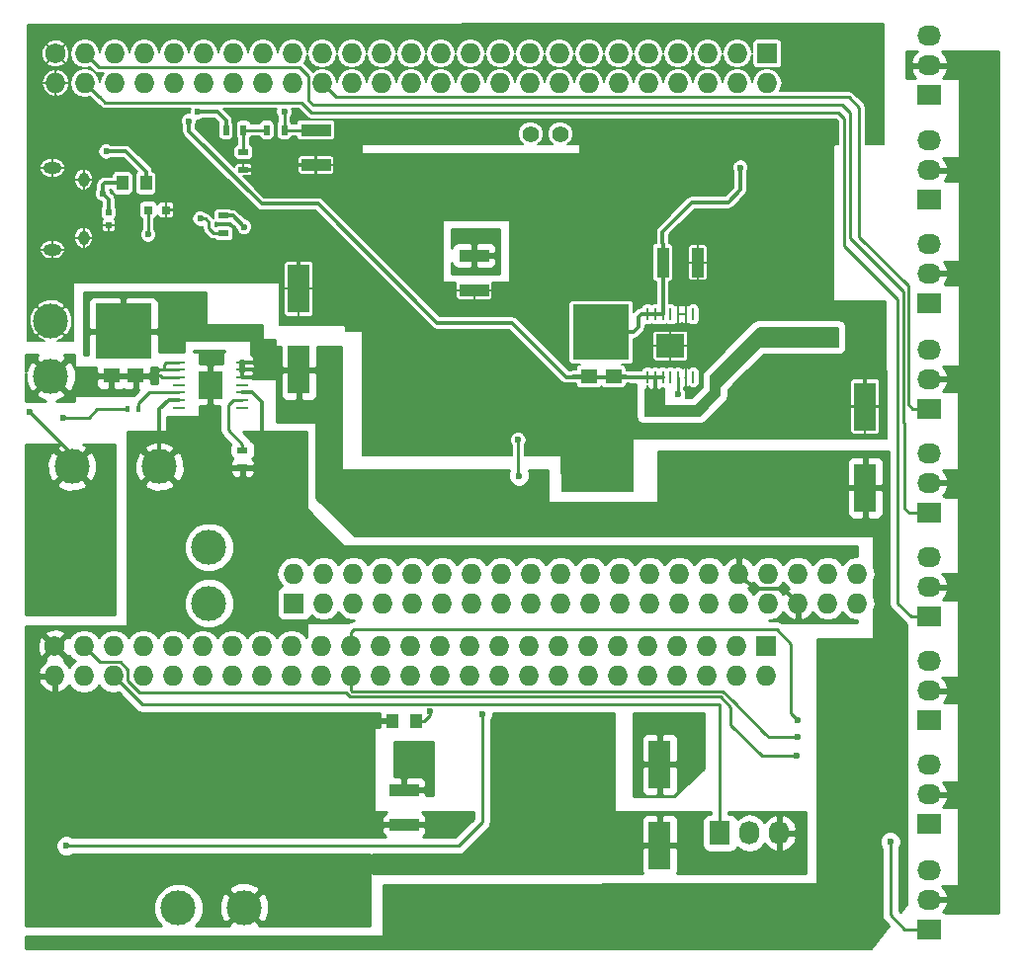
<source format=gbl>
G04 #@! TF.FileFunction,Copper,L2,Bot,Signal*
%FSLAX46Y46*%
G04 Gerber Fmt 4.6, Leading zero omitted, Abs format (unit mm)*
G04 Created by KiCad (PCBNEW 4.0.2-stable) date Tue 03 May 2016 10:26:39 AM EDT*
%MOMM*%
G01*
G04 APERTURE LIST*
%ADD10C,0.100000*%
%ADD11R,0.800000X0.750000*%
%ADD12C,1.727200*%
%ADD13O,1.727200X1.727200*%
%ADD14R,1.727200X1.727200*%
%ADD15R,1.900000X4.150000*%
%ADD16R,2.032000X1.727200*%
%ADD17O,2.032000X1.727200*%
%ADD18R,0.500000X0.900000*%
%ADD19R,0.400000X0.600000*%
%ADD20R,0.900000X0.500000*%
%ADD21C,3.000000*%
%ADD22C,1.397000*%
%ADD23R,1.000000X1.250000*%
%ADD24R,2.500000X1.000000*%
%ADD25R,1.000000X2.500000*%
%ADD26R,0.500000X0.600000*%
%ADD27R,1.400000X1.270000*%
%ADD28R,4.800000X4.720000*%
%ADD29O,0.950000X1.250000*%
%ADD30O,1.550000X1.000000*%
%ADD31R,1.727200X2.032000*%
%ADD32O,1.727200X2.032000*%
%ADD33R,0.250000X1.000000*%
%ADD34R,2.400000X2.000000*%
%ADD35R,1.000000X0.250000*%
%ADD36R,2.000000X2.400000*%
%ADD37C,0.600000*%
%ADD38C,0.350000*%
%ADD39C,0.250000*%
%ADD40C,0.254000*%
%ADD41C,0.200000*%
%ADD42C,0.210000*%
G04 APERTURE END LIST*
D10*
D11*
X123200000Y-87000000D03*
X124700000Y-87000000D03*
D12*
X115260000Y-73600000D03*
D13*
X115260000Y-76140000D03*
X117800000Y-73600000D03*
X117800000Y-76140000D03*
X120340000Y-73600000D03*
X120340000Y-76140000D03*
X122880000Y-73600000D03*
X122880000Y-76140000D03*
X125420000Y-73600000D03*
X125420000Y-76140000D03*
X127960000Y-73600000D03*
X127960000Y-76140000D03*
X130500000Y-73600000D03*
X130500000Y-76140000D03*
X133040000Y-73600000D03*
X133040000Y-76140000D03*
X135580000Y-73600000D03*
X135580000Y-76140000D03*
X138120000Y-73600000D03*
X138120000Y-76140000D03*
X140660000Y-73600000D03*
X140660000Y-76140000D03*
X143200000Y-73600000D03*
X143200000Y-76140000D03*
X145740000Y-73600000D03*
X145740000Y-76140000D03*
X148280000Y-73600000D03*
X148280000Y-76140000D03*
X150820000Y-73600000D03*
X150820000Y-76140000D03*
X153360000Y-73600000D03*
X153360000Y-76140000D03*
X155900000Y-73600000D03*
X155900000Y-76140000D03*
X158440000Y-73600000D03*
X158440000Y-76140000D03*
X160980000Y-73600000D03*
X160980000Y-76140000D03*
X163520000Y-73600000D03*
X163520000Y-76140000D03*
X166060000Y-73600000D03*
X166060000Y-76140000D03*
X168600000Y-73600000D03*
X168600000Y-76140000D03*
X171140000Y-73600000D03*
X171140000Y-76140000D03*
X173680000Y-73600000D03*
X173680000Y-76140000D03*
D14*
X176220000Y-73600000D03*
D13*
X176220000Y-76140000D03*
D15*
X136100000Y-100700000D03*
X136100000Y-93750000D03*
D16*
X190100000Y-94980000D03*
D17*
X190100000Y-92440000D03*
X190100000Y-89900000D03*
D16*
X190100000Y-86140000D03*
D17*
X190100000Y-83600000D03*
X190100000Y-81060000D03*
D16*
X190100000Y-77140000D03*
D17*
X190100000Y-74600000D03*
X190100000Y-72060000D03*
D16*
X190100000Y-104040000D03*
D17*
X190100000Y-101500000D03*
X190100000Y-98960000D03*
D16*
X190100000Y-112940000D03*
D17*
X190100000Y-110400000D03*
X190100000Y-107860000D03*
D16*
X190100000Y-121840000D03*
D17*
X190100000Y-119300000D03*
X190100000Y-116760000D03*
D16*
X190100000Y-148640000D03*
D17*
X190100000Y-146100000D03*
X190100000Y-143560000D03*
D16*
X190100000Y-130740000D03*
D17*
X190100000Y-128200000D03*
X190100000Y-125660000D03*
D16*
X190100000Y-139640000D03*
D17*
X190100000Y-137100000D03*
X190100000Y-134560000D03*
D18*
X129850000Y-80150000D03*
X131350000Y-80150000D03*
D19*
X122350000Y-104100000D03*
X121450000Y-104100000D03*
D20*
X131275000Y-107575000D03*
X131275000Y-109075000D03*
D21*
X116650000Y-109000000D03*
X124150000Y-109000000D03*
X125775000Y-146825000D03*
X131400000Y-146775000D03*
X114850000Y-101250000D03*
X114850000Y-96500000D03*
D22*
X155930000Y-80500000D03*
X158470000Y-80500000D03*
D23*
X123000000Y-84700000D03*
X121000000Y-84700000D03*
D21*
X128400000Y-120700000D03*
X128400000Y-115900000D03*
D24*
X145100000Y-136700000D03*
X145100000Y-139700000D03*
X151100000Y-90900000D03*
X151100000Y-93900000D03*
D15*
X167000000Y-134525000D03*
X167000000Y-141475000D03*
D23*
X146100000Y-130800000D03*
X144100000Y-130800000D03*
D24*
X137550000Y-80150000D03*
X137550000Y-83150000D03*
D25*
X167275000Y-91500000D03*
X170275000Y-91500000D03*
D26*
X119800000Y-87200000D03*
X119800000Y-88300000D03*
D15*
X184600000Y-110800000D03*
X184600000Y-103850000D03*
D27*
X122100000Y-101200000D03*
X120020000Y-101200000D03*
D28*
X121060000Y-97395000D03*
D29*
X117662540Y-84399100D03*
X117662540Y-89399100D03*
D30*
X114962540Y-83399100D03*
X114962540Y-90399100D03*
D14*
X135680000Y-120700000D03*
D13*
X135680000Y-118160000D03*
X138220000Y-120700000D03*
X138220000Y-118160000D03*
X140760000Y-120700000D03*
X140760000Y-118160000D03*
X143300000Y-120700000D03*
X143300000Y-118160000D03*
X145840000Y-120700000D03*
X145840000Y-118160000D03*
X148380000Y-120700000D03*
X148380000Y-118160000D03*
X150920000Y-120700000D03*
X150920000Y-118160000D03*
X153460000Y-120700000D03*
X153460000Y-118160000D03*
X156000000Y-120700000D03*
X156000000Y-118160000D03*
X158540000Y-120700000D03*
X158540000Y-118160000D03*
X161080000Y-120700000D03*
X161080000Y-118160000D03*
X163620000Y-120700000D03*
X163620000Y-118160000D03*
X166160000Y-120700000D03*
X166160000Y-118160000D03*
X168700000Y-120700000D03*
X168700000Y-118160000D03*
X171240000Y-120700000D03*
X171240000Y-118160000D03*
X173780000Y-120700000D03*
X173780000Y-118160000D03*
X176320000Y-120700000D03*
X176320000Y-118160000D03*
X178860000Y-120700000D03*
X178860000Y-118160000D03*
X181400000Y-120700000D03*
X181400000Y-118160000D03*
X183940000Y-120700000D03*
X183940000Y-118160000D03*
D31*
X172160000Y-140400000D03*
D32*
X174700000Y-140400000D03*
X177240000Y-140400000D03*
D20*
X131350000Y-82050000D03*
X131350000Y-83550000D03*
D18*
X134850000Y-80150000D03*
X133350000Y-80150000D03*
D20*
X129650000Y-89000000D03*
X129650000Y-87500000D03*
D12*
X115180000Y-124400000D03*
D13*
X115180000Y-126940000D03*
X117720000Y-124400000D03*
X117720000Y-126940000D03*
X120260000Y-124400000D03*
X120260000Y-126940000D03*
X122800000Y-124400000D03*
X122800000Y-126940000D03*
X125340000Y-124400000D03*
X125340000Y-126940000D03*
X127880000Y-124400000D03*
X127880000Y-126940000D03*
X130420000Y-124400000D03*
X130420000Y-126940000D03*
X132960000Y-124400000D03*
X132960000Y-126940000D03*
X135500000Y-124400000D03*
X135500000Y-126940000D03*
X138040000Y-124400000D03*
X138040000Y-126940000D03*
X140580000Y-124400000D03*
X140580000Y-126940000D03*
X143120000Y-124400000D03*
X143120000Y-126940000D03*
X145660000Y-124400000D03*
X145660000Y-126940000D03*
X148200000Y-124400000D03*
X148200000Y-126940000D03*
X150740000Y-124400000D03*
X150740000Y-126940000D03*
X153280000Y-124400000D03*
X153280000Y-126940000D03*
X155820000Y-124400000D03*
X155820000Y-126940000D03*
X158360000Y-124400000D03*
X158360000Y-126940000D03*
X160900000Y-124400000D03*
X160900000Y-126940000D03*
X163440000Y-124400000D03*
X163440000Y-126940000D03*
X165980000Y-124400000D03*
X165980000Y-126940000D03*
X168520000Y-124400000D03*
X168520000Y-126940000D03*
X171060000Y-124400000D03*
X171060000Y-126940000D03*
X173600000Y-124400000D03*
X173600000Y-126940000D03*
D14*
X176140000Y-124400000D03*
D13*
X176140000Y-126940000D03*
D33*
X169875000Y-101350000D03*
X169225000Y-101350000D03*
X168575000Y-101350000D03*
X167925000Y-101350000D03*
X167275000Y-101350000D03*
X166625000Y-101350000D03*
X165975000Y-101350000D03*
X165975000Y-95950000D03*
X166625000Y-95950000D03*
X167275000Y-95950000D03*
X167925000Y-95950000D03*
X168575000Y-95950000D03*
X169225000Y-95950000D03*
X169875000Y-95950000D03*
D34*
X167925000Y-98650000D03*
D35*
X125800000Y-103950000D03*
X125800000Y-103300000D03*
X125800000Y-102650000D03*
X125800000Y-102000000D03*
X125800000Y-101350000D03*
X125800000Y-100700000D03*
X125800000Y-100050000D03*
X131200000Y-100050000D03*
X131200000Y-100700000D03*
X131200000Y-101350000D03*
X131200000Y-102000000D03*
X131200000Y-102650000D03*
X131200000Y-103300000D03*
X131200000Y-103950000D03*
D36*
X128500000Y-102000000D03*
D27*
X163040000Y-101280000D03*
X160960000Y-101280000D03*
D28*
X162000000Y-97475000D03*
D37*
X119300000Y-85600000D03*
X159575000Y-88300000D03*
X153450000Y-134225000D03*
X185050000Y-98050000D03*
X184225000Y-96950000D03*
X185950000Y-96950000D03*
X117250000Y-129725000D03*
X147400000Y-82675000D03*
X143650000Y-82675000D03*
X141175000Y-83375000D03*
X141150000Y-85850000D03*
X141150000Y-88025000D03*
X144200000Y-99775000D03*
X144175000Y-97950000D03*
X116150000Y-137650000D03*
X162600000Y-110750000D03*
X160800000Y-110750000D03*
X158850000Y-110750000D03*
X134000000Y-84800000D03*
X147400000Y-94000000D03*
X144200000Y-101750000D03*
X124885468Y-88320618D03*
X126358804Y-89091449D03*
X119400000Y-90650000D03*
X126500000Y-86700000D03*
X127650000Y-89100000D03*
X127600000Y-93050000D03*
X122100000Y-81450000D03*
X120900000Y-134700000D03*
X120900000Y-131800000D03*
X120900000Y-133400000D03*
X113300000Y-136100000D03*
X113100000Y-134600000D03*
X113200000Y-131100000D03*
X113200000Y-132400000D03*
X113200000Y-133400000D03*
X114800000Y-133400000D03*
X178600000Y-95200000D03*
X176800000Y-95200000D03*
X175000000Y-95200000D03*
X173500000Y-95200000D03*
X141900000Y-139800000D03*
X140500000Y-139800000D03*
X139100000Y-139800000D03*
X137600000Y-139800000D03*
X131400000Y-88450000D03*
X119600000Y-82000000D03*
X147350000Y-130000000D03*
X170025000Y-133050000D03*
X170000000Y-130575000D03*
X168400000Y-130600000D03*
X166900000Y-130600000D03*
X165500000Y-130600000D03*
X134850000Y-78600000D03*
X116175000Y-141500000D03*
X151775000Y-130200000D03*
X115900000Y-104800000D03*
X117450000Y-121575000D03*
X115750000Y-121575000D03*
X113975000Y-121550000D03*
X152125000Y-89225000D03*
X150475000Y-89225000D03*
X146575000Y-134725000D03*
X113000000Y-104300000D03*
X127450000Y-78600000D03*
X144800000Y-134600000D03*
X146500000Y-133200000D03*
X144800000Y-133200000D03*
X173925000Y-83375000D03*
X123200000Y-89100000D03*
X135400000Y-149750000D03*
X133925000Y-149750000D03*
X174700000Y-110000000D03*
X171300000Y-111400000D03*
X171300000Y-113000000D03*
X171300000Y-114400000D03*
X178800000Y-130700000D03*
X178800000Y-132200000D03*
X181550000Y-98000000D03*
X179925000Y-98000000D03*
X178475000Y-98000000D03*
X126675000Y-79400000D03*
X186750000Y-141150000D03*
X178750000Y-133800000D03*
X127650000Y-87750000D03*
X154950000Y-109775000D03*
X154900000Y-106725000D03*
X168575000Y-102800000D03*
D38*
X119800000Y-87200000D02*
X119800000Y-86100000D01*
X119800000Y-86100000D02*
X119300000Y-85600000D01*
X119300000Y-84850000D02*
X119450000Y-84700000D01*
X119450000Y-84700000D02*
X121000000Y-84700000D01*
X119300000Y-85600000D02*
X119300000Y-84850000D01*
X185950000Y-96950000D02*
X184225000Y-96950000D01*
X132825000Y-108850000D02*
X132600000Y-109075000D01*
X132600000Y-109075000D02*
X131275000Y-109075000D01*
X132825000Y-107725000D02*
X132825000Y-108850000D01*
X132900000Y-103500000D02*
X132900000Y-107650000D01*
X132900000Y-107650000D02*
X132825000Y-107725000D01*
X131200000Y-102650000D02*
X132050000Y-102650000D01*
X132050000Y-102650000D02*
X132900000Y-103500000D01*
X135375000Y-89650000D02*
X136100000Y-90375000D01*
X136100000Y-90375000D02*
X136100000Y-93750000D01*
X133800000Y-89650000D02*
X135375000Y-89650000D01*
X130400000Y-93050000D02*
X133800000Y-89650000D01*
X127600000Y-93050000D02*
X130400000Y-93050000D01*
X152625000Y-133800000D02*
X160300000Y-141475000D01*
X160300000Y-141475000D02*
X167000000Y-141475000D01*
X184600000Y-103850000D02*
X184600000Y-99900000D01*
X184600000Y-99900000D02*
X184050000Y-99350000D01*
X184600000Y-103850000D02*
X184600000Y-100450000D01*
X184600000Y-100450000D02*
X185700000Y-99350000D01*
X141175000Y-83375000D02*
X142950000Y-83375000D01*
X142950000Y-83375000D02*
X143650000Y-82675000D01*
X141150000Y-87600736D02*
X141150000Y-85850000D01*
X141150000Y-88025000D02*
X141150000Y-87600736D01*
X160800000Y-110750000D02*
X162600000Y-110750000D01*
X158850000Y-110750000D02*
X160800000Y-110750000D01*
X177688601Y-119461399D02*
X177688601Y-119528601D01*
X177688601Y-119528601D02*
X178860000Y-120700000D01*
X174723599Y-119023599D02*
X175161399Y-119461399D01*
X175161399Y-119461399D02*
X177688601Y-119461399D01*
X173780000Y-118160000D02*
X174643599Y-119023599D01*
X174643599Y-119023599D02*
X174723599Y-119023599D01*
X128500000Y-105700000D02*
X127450000Y-105700000D01*
X127450000Y-105700000D02*
X124150000Y-109000000D01*
X128500000Y-102000000D02*
X128500000Y-105700000D01*
X125800000Y-103300000D02*
X124950000Y-103300000D01*
X124950000Y-103300000D02*
X124150000Y-104100000D01*
X124150000Y-104100000D02*
X124150000Y-106878680D01*
X124150000Y-106878680D02*
X124150000Y-109000000D01*
X144200000Y-99600000D02*
X144200000Y-97950000D01*
X144200000Y-102700000D02*
X144200000Y-101750000D01*
X143550000Y-103350000D02*
X144200000Y-102700000D01*
X142900000Y-103350000D02*
X143550000Y-103350000D01*
X142250000Y-103300000D02*
X142850000Y-103300000D01*
X142850000Y-103300000D02*
X142900000Y-103350000D01*
X185700000Y-97800000D02*
X185700000Y-99350000D01*
X133850000Y-83550000D02*
X134250000Y-83150000D01*
X134250000Y-83150000D02*
X137550000Y-83150000D01*
X131350000Y-83550000D02*
X133850000Y-83550000D01*
X120900000Y-133400000D02*
X120900000Y-131800000D01*
X113300000Y-135224264D02*
X113300000Y-136100000D01*
X113100000Y-134600000D02*
X113100000Y-135024264D01*
X113100000Y-135024264D02*
X113300000Y-135224264D01*
X113200000Y-131975736D02*
X113200000Y-131100000D01*
X113200000Y-132400000D02*
X113200000Y-131975736D01*
X113200000Y-133400000D02*
X113200000Y-132400000D01*
X173924264Y-95200000D02*
X175000000Y-95200000D01*
X173500000Y-95200000D02*
X173924264Y-95200000D01*
D39*
X140500000Y-139800000D02*
X141900000Y-139800000D01*
X138800001Y-140099999D02*
X139100000Y-139800000D01*
X137600000Y-139800000D02*
X137899999Y-140099999D01*
X137899999Y-140099999D02*
X138800001Y-140099999D01*
D38*
X130450000Y-87500000D02*
X131400000Y-88450000D01*
X129650000Y-87500000D02*
X130450000Y-87500000D01*
X121275000Y-82000000D02*
X119600000Y-82000000D01*
X123000000Y-83725000D02*
X121275000Y-82000000D01*
X123000000Y-84700000D02*
X123000000Y-83725000D01*
D39*
X147350000Y-130300000D02*
X147350000Y-130000000D01*
X146100000Y-130800000D02*
X146850000Y-130800000D01*
X146850000Y-130800000D02*
X147350000Y-130300000D01*
D38*
X170000000Y-130575000D02*
X170000000Y-133025000D01*
X170000000Y-133025000D02*
X170025000Y-133050000D01*
X165924264Y-130600000D02*
X166900000Y-130600000D01*
X165500000Y-130600000D02*
X165924264Y-130600000D01*
D39*
X134850000Y-79450000D02*
X134850000Y-78600000D01*
X134850000Y-80150000D02*
X134850000Y-79450000D01*
X134850000Y-80150000D02*
X135350000Y-80150000D01*
X135350000Y-80150000D02*
X137550000Y-80150000D01*
X149750000Y-141500000D02*
X116175000Y-141500000D01*
X151775000Y-139475000D02*
X149750000Y-141500000D01*
X151775000Y-130624264D02*
X151775000Y-139475000D01*
X151775000Y-130200000D02*
X151775000Y-130624264D01*
X118100000Y-104800000D02*
X115900000Y-104800000D01*
X118800000Y-104100000D02*
X118100000Y-104800000D01*
X121450000Y-104100000D02*
X118800000Y-104100000D01*
X125800000Y-100700000D02*
X124525000Y-100700000D01*
X124525000Y-100700000D02*
X124100000Y-100700000D01*
X125800000Y-100050000D02*
X124700000Y-100050000D01*
X124700000Y-100050000D02*
X124525000Y-100225000D01*
X124525000Y-100225000D02*
X124525000Y-100700000D01*
X124200000Y-101200000D02*
X123600000Y-101200000D01*
X123600000Y-101200000D02*
X122100000Y-101200000D01*
X124100000Y-100700000D02*
X123600000Y-101200000D01*
X124350000Y-101350000D02*
X124200000Y-101200000D01*
X125800000Y-101350000D02*
X124350000Y-101350000D01*
D38*
X115750000Y-121575000D02*
X117450000Y-121575000D01*
X150475000Y-89225000D02*
X152125000Y-89225000D01*
X113000000Y-104300000D02*
X116650000Y-107950000D01*
X116650000Y-107950000D02*
X116650000Y-109000000D01*
X129100000Y-78600000D02*
X127450000Y-78600000D01*
X129850000Y-80150000D02*
X129850000Y-79350000D01*
X129850000Y-79350000D02*
X129100000Y-78600000D01*
X150200000Y-89300000D02*
X150200000Y-89200000D01*
X150200000Y-89200000D02*
X150400000Y-89000000D01*
X149800000Y-89700000D02*
X150200000Y-89300000D01*
X150750000Y-89700000D02*
X149800000Y-89700000D01*
X151100000Y-90900000D02*
X151100000Y-90050000D01*
X151100000Y-90050000D02*
X150750000Y-89700000D01*
D39*
X146500000Y-134600000D02*
X144800000Y-134600000D01*
D38*
X167275000Y-95950000D02*
X167275000Y-95100000D01*
X165200000Y-96200000D02*
X165450000Y-95950000D01*
X165450000Y-95950000D02*
X165975000Y-95950000D01*
X165200000Y-97025000D02*
X165200000Y-96200000D01*
X166625000Y-95950000D02*
X167275000Y-95950000D01*
X165975000Y-95950000D02*
X166625000Y-95950000D01*
X162000000Y-97475000D02*
X164750000Y-97475000D01*
X164750000Y-97475000D02*
X165200000Y-97025000D01*
X173925000Y-85300000D02*
X173925000Y-83375000D01*
X172875000Y-86350000D02*
X173925000Y-85300000D01*
X169775000Y-86350000D02*
X172875000Y-86350000D01*
X167250000Y-88875000D02*
X169775000Y-86350000D01*
X167250000Y-89875000D02*
X167250000Y-88875000D01*
X167275000Y-91500000D02*
X167275000Y-89900000D01*
X167275000Y-89900000D02*
X167250000Y-89875000D01*
X167275000Y-95100000D02*
X167275000Y-91500000D01*
D39*
X123200000Y-89100000D02*
X123200000Y-87000000D01*
D38*
X131200000Y-100700000D02*
X131200000Y-101350000D01*
X131200000Y-100700000D02*
X131325000Y-100700000D01*
X131325000Y-100700000D02*
X132725000Y-100700000D01*
X133500000Y-100700000D02*
X131325000Y-100700000D01*
X133525000Y-100675000D02*
X133500000Y-100700000D01*
X133525000Y-98975000D02*
X133525000Y-100675000D01*
X131950000Y-97400000D02*
X133525000Y-98975000D01*
X123815000Y-97400000D02*
X131950000Y-97400000D01*
X121060000Y-97395000D02*
X123810000Y-97395000D01*
X123810000Y-97395000D02*
X123815000Y-97400000D01*
X133925000Y-149750000D02*
X135400000Y-149750000D01*
X134149999Y-149924999D02*
X133925000Y-149700000D01*
X135125000Y-149625000D02*
X134825001Y-149924999D01*
X134825001Y-149924999D02*
X134149999Y-149924999D01*
X184600000Y-110800000D02*
X171900000Y-110800000D01*
X171900000Y-110800000D02*
X171300000Y-111400000D01*
X132500000Y-100050000D02*
X132725000Y-100275000D01*
X132725000Y-100275000D02*
X132725000Y-100700000D01*
X131200000Y-100050000D02*
X132500000Y-100050000D01*
X132725000Y-100700000D02*
X132075000Y-101350000D01*
X132075000Y-101350000D02*
X131200000Y-101350000D01*
X173300000Y-111400000D02*
X174700000Y-110000000D01*
X171300000Y-111400000D02*
X173300000Y-111400000D01*
X171300000Y-113975736D02*
X171300000Y-113000000D01*
X171300000Y-114400000D02*
X171300000Y-113975736D01*
X131200000Y-101350000D02*
X132350000Y-101350000D01*
D39*
X138120000Y-76140000D02*
X139308601Y-77328601D01*
X139308601Y-77328601D02*
X183228601Y-77328601D01*
X183228601Y-77328601D02*
X184100000Y-78200000D01*
X184100000Y-78200000D02*
X184100000Y-89300000D01*
X188665000Y-104040000D02*
X190100000Y-104040000D01*
X184100000Y-89300000D02*
X188300022Y-93500022D01*
X188300022Y-93500022D02*
X188300022Y-103675022D01*
X188300022Y-103675022D02*
X188665000Y-104040000D01*
X183300000Y-80700000D02*
X183300000Y-89400000D01*
X183300000Y-89400000D02*
X187850011Y-93950011D01*
X187850011Y-105194613D02*
X188000000Y-105344602D01*
X188000000Y-105344602D02*
X188000000Y-112575000D01*
X187850011Y-93950011D02*
X187850011Y-105194613D01*
X188000000Y-112575000D02*
X188365000Y-112940000D01*
X188365000Y-112940000D02*
X190100000Y-112940000D01*
X183300000Y-80500000D02*
X183300000Y-80700000D01*
X136931399Y-77631399D02*
X137300000Y-78000000D01*
X117800000Y-73600000D02*
X118988601Y-74788601D01*
X118988601Y-74788601D02*
X136188601Y-74788601D01*
X182600000Y-78000000D02*
X183300000Y-78700000D01*
X136188601Y-74788601D02*
X136931399Y-75531399D01*
X136931399Y-75531399D02*
X136931399Y-77631399D01*
X137300000Y-78000000D02*
X182600000Y-78000000D01*
X183300000Y-78700000D02*
X183300000Y-80700000D01*
X187400000Y-120700000D02*
X188540000Y-121840000D01*
X188540000Y-121840000D02*
X190100000Y-121840000D01*
X187400000Y-94700000D02*
X187400000Y-120700000D01*
X182800000Y-90100000D02*
X187400000Y-94700000D01*
X182800000Y-79200000D02*
X182800000Y-90100000D01*
X182300000Y-78700000D02*
X182800000Y-79200000D01*
X137200000Y-78700000D02*
X182300000Y-78700000D01*
X136300000Y-77800000D02*
X137200000Y-78700000D01*
X119500000Y-77800000D02*
X136300000Y-77800000D01*
X119028601Y-77328601D02*
X119500000Y-77800000D01*
X117800000Y-76140000D02*
X118988601Y-77328601D01*
X118988601Y-77328601D02*
X119028601Y-77328601D01*
X178250000Y-130150000D02*
X178800000Y-130700000D01*
X178250000Y-128350000D02*
X178250000Y-130150000D01*
X178250000Y-124197798D02*
X178250000Y-128350000D01*
X140808686Y-122950000D02*
X177002202Y-122950000D01*
X177002202Y-122950000D02*
X178250000Y-124197798D01*
X140580000Y-124400000D02*
X140580000Y-123178686D01*
X140580000Y-123178686D02*
X140808686Y-122950000D01*
X176350000Y-132200000D02*
X178800000Y-132200000D01*
X176050000Y-131900000D02*
X176350000Y-132200000D01*
X173300000Y-129150000D02*
X173650000Y-129500000D01*
X172400000Y-128250000D02*
X173300000Y-129150000D01*
X173300000Y-129150000D02*
X176050000Y-131900000D01*
X140668686Y-128250000D02*
X172400000Y-128250000D01*
X140580000Y-126940000D02*
X140580000Y-128161314D01*
X140580000Y-128161314D02*
X140668686Y-128250000D01*
D38*
X167475000Y-104225000D02*
X170150000Y-104225000D01*
X166650000Y-102225000D02*
X166650000Y-103400000D01*
X166650000Y-103400000D02*
X167475000Y-104225000D01*
X166625000Y-101350000D02*
X166625000Y-102200000D01*
X166625000Y-101350000D02*
X167275000Y-101350000D01*
X165975000Y-101350000D02*
X166625000Y-101350000D01*
X164475000Y-101325000D02*
X164500000Y-101350000D01*
X164500000Y-101350000D02*
X165975000Y-101350000D01*
X164475000Y-101325000D02*
X159550000Y-101325000D01*
X163040000Y-101280000D02*
X164090000Y-101280000D01*
X164090000Y-101280000D02*
X164135000Y-101325000D01*
X164135000Y-101325000D02*
X164475000Y-101325000D01*
X159550000Y-101325000D02*
X159025000Y-101325000D01*
X160960000Y-101280000D02*
X159595000Y-101280000D01*
X159595000Y-101280000D02*
X159550000Y-101325000D01*
X179925000Y-98000000D02*
X181550000Y-98000000D01*
X175600000Y-98000000D02*
X178475000Y-98000000D01*
X171725000Y-101875000D02*
X175600000Y-98000000D01*
X171725000Y-102650000D02*
X171725000Y-101875000D01*
X170150000Y-104225000D02*
X171725000Y-102650000D01*
X166625000Y-102200000D02*
X166650000Y-102225000D01*
X126675000Y-80250002D02*
X126675000Y-79400000D01*
X137750000Y-86475000D02*
X132899998Y-86475000D01*
X132899998Y-86475000D02*
X126675000Y-80250002D01*
X147950000Y-96675000D02*
X137750000Y-86475000D01*
X154375000Y-96675000D02*
X147950000Y-96675000D01*
X159025000Y-101325000D02*
X154375000Y-96675000D01*
D39*
X186750000Y-147400000D02*
X187990000Y-148640000D01*
X187990000Y-148640000D02*
X190100000Y-148640000D01*
X186750000Y-141150000D02*
X186750000Y-147400000D01*
X175750000Y-133800000D02*
X178750000Y-133800000D01*
X173100000Y-131150000D02*
X175750000Y-133800000D01*
X173100000Y-130800000D02*
X173100000Y-131150000D01*
X172200011Y-128700011D02*
X173100000Y-129600000D01*
X140482286Y-128700011D02*
X172200011Y-128700011D01*
X122450870Y-128350000D02*
X140132275Y-128350000D01*
X121450000Y-126370870D02*
X121450000Y-127349130D01*
X120830529Y-125751399D02*
X121450000Y-126370870D01*
X121450000Y-127349130D02*
X122450870Y-128350000D01*
X119071399Y-125751399D02*
X120830529Y-125751399D01*
X117720000Y-124400000D02*
X119071399Y-125751399D01*
X173100000Y-129600000D02*
X173100000Y-130800000D01*
X140132275Y-128350000D02*
X140482286Y-128700011D01*
X172160000Y-139134000D02*
X172160000Y-140400000D01*
X172160000Y-129360000D02*
X172160000Y-139134000D01*
X172150020Y-129350020D02*
X172160000Y-129360000D01*
X122670020Y-129350020D02*
X172150020Y-129350020D01*
X120260000Y-126940000D02*
X122670020Y-129350020D01*
X131350000Y-82050000D02*
X131350000Y-80150000D01*
X131350000Y-80150000D02*
X133350000Y-80150000D01*
X128400000Y-88600000D02*
X128800000Y-89000000D01*
X128800000Y-89000000D02*
X129650000Y-89000000D01*
X128400000Y-88075736D02*
X128400000Y-88600000D01*
X127650000Y-87750000D02*
X128074264Y-87750000D01*
X128074264Y-87750000D02*
X128400000Y-88075736D01*
X125300000Y-102650000D02*
X125800000Y-102650000D01*
X122350000Y-104100000D02*
X122350000Y-103550000D01*
X122350000Y-103550000D02*
X123250000Y-102650000D01*
X123250000Y-102650000D02*
X125300000Y-102650000D01*
X130050000Y-105850000D02*
X130050000Y-103700000D01*
X130050000Y-103700000D02*
X130450000Y-103300000D01*
X130450000Y-103300000D02*
X131200000Y-103300000D01*
X131275000Y-107575000D02*
X131275000Y-107075000D01*
X131275000Y-107075000D02*
X130050000Y-105850000D01*
X154900000Y-109600000D02*
X154900000Y-109725000D01*
X154900000Y-109725000D02*
X154950000Y-109775000D01*
X154900000Y-106725000D02*
X154900000Y-109600000D01*
X168575000Y-102100000D02*
X168575000Y-102800000D01*
X168575000Y-101350000D02*
X168575000Y-102100000D01*
X168550000Y-101375000D02*
X168575000Y-101350000D01*
D40*
G36*
X129347852Y-106140839D02*
X129512599Y-106387401D01*
X130223473Y-107098275D01*
X130177560Y-107325000D01*
X130177560Y-107825000D01*
X130221838Y-108060317D01*
X130360910Y-108276441D01*
X130429006Y-108322969D01*
X130286673Y-108465302D01*
X130190000Y-108698691D01*
X130190000Y-108791250D01*
X130348750Y-108950000D01*
X131148000Y-108950000D01*
X131148000Y-108928000D01*
X131402000Y-108928000D01*
X131402000Y-108950000D01*
X132201250Y-108950000D01*
X132360000Y-108791250D01*
X132360000Y-108698691D01*
X132263327Y-108465302D01*
X132122090Y-108324064D01*
X132176441Y-108289090D01*
X132321431Y-108076890D01*
X132372440Y-107825000D01*
X132372440Y-107325000D01*
X132328162Y-107089683D01*
X132189090Y-106873559D01*
X131976890Y-106728569D01*
X131934230Y-106719930D01*
X131812401Y-106537599D01*
X131301802Y-106027000D01*
X136773000Y-106027000D01*
X136773000Y-117106273D01*
X136769029Y-117100330D01*
X136282848Y-116775474D01*
X135709359Y-116661400D01*
X135650641Y-116661400D01*
X135077152Y-116775474D01*
X134590971Y-117100330D01*
X134266115Y-117586511D01*
X134152041Y-118160000D01*
X134266115Y-118733489D01*
X134590971Y-119219670D01*
X134604642Y-119228805D01*
X134581083Y-119233238D01*
X134364959Y-119372310D01*
X134219969Y-119584510D01*
X134168960Y-119836400D01*
X134168960Y-121563600D01*
X134213238Y-121798917D01*
X134352310Y-122015041D01*
X134564510Y-122160031D01*
X134816400Y-122211040D01*
X136543600Y-122211040D01*
X136773000Y-122167875D01*
X136773000Y-123606682D01*
X136770000Y-123611172D01*
X136589029Y-123340330D01*
X136102848Y-123015474D01*
X135529359Y-122901400D01*
X135470641Y-122901400D01*
X134897152Y-123015474D01*
X134410971Y-123340330D01*
X134230000Y-123611172D01*
X134049029Y-123340330D01*
X133562848Y-123015474D01*
X132989359Y-122901400D01*
X132930641Y-122901400D01*
X132357152Y-123015474D01*
X131870971Y-123340330D01*
X131690000Y-123611172D01*
X131509029Y-123340330D01*
X131022848Y-123015474D01*
X130449359Y-122901400D01*
X130390641Y-122901400D01*
X129817152Y-123015474D01*
X129330971Y-123340330D01*
X129150000Y-123611172D01*
X128969029Y-123340330D01*
X128482848Y-123015474D01*
X127909359Y-122901400D01*
X127850641Y-122901400D01*
X127277152Y-123015474D01*
X126790971Y-123340330D01*
X126610000Y-123611172D01*
X126429029Y-123340330D01*
X125942848Y-123015474D01*
X125369359Y-122901400D01*
X125310641Y-122901400D01*
X124737152Y-123015474D01*
X124250971Y-123340330D01*
X124070000Y-123611172D01*
X123889029Y-123340330D01*
X123402848Y-123015474D01*
X122829359Y-122901400D01*
X122770641Y-122901400D01*
X122197152Y-123015474D01*
X121710971Y-123340330D01*
X121530000Y-123611172D01*
X121349029Y-123340330D01*
X120862848Y-123015474D01*
X120289359Y-122901400D01*
X120230641Y-122901400D01*
X119657152Y-123015474D01*
X119170971Y-123340330D01*
X118990000Y-123611172D01*
X118809029Y-123340330D01*
X118322848Y-123015474D01*
X117749359Y-122901400D01*
X117690641Y-122901400D01*
X117117152Y-123015474D01*
X116630971Y-123340330D01*
X116458387Y-123598620D01*
X116233805Y-123525800D01*
X115359605Y-124400000D01*
X116233805Y-125274200D01*
X116458387Y-125201380D01*
X116630971Y-125459670D01*
X116945752Y-125670000D01*
X116630971Y-125880330D01*
X116450008Y-126151161D01*
X116068490Y-125733179D01*
X115977449Y-125690510D01*
X116054200Y-125453805D01*
X115180000Y-124579605D01*
X114305800Y-125453805D01*
X114382551Y-125690510D01*
X114291510Y-125733179D01*
X113897312Y-126165053D01*
X113725042Y-126580974D01*
X113846183Y-126813000D01*
X115053000Y-126813000D01*
X115053000Y-126793000D01*
X115307000Y-126793000D01*
X115307000Y-126813000D01*
X115327000Y-126813000D01*
X115327000Y-127067000D01*
X115307000Y-127067000D01*
X115307000Y-128274469D01*
X115539027Y-128394968D01*
X116068490Y-128146821D01*
X116450008Y-127728839D01*
X116630971Y-127999670D01*
X117117152Y-128324526D01*
X117690641Y-128438600D01*
X117749359Y-128438600D01*
X118322848Y-128324526D01*
X118809029Y-127999670D01*
X118990000Y-127728828D01*
X119170971Y-127999670D01*
X119657152Y-128324526D01*
X120230641Y-128438600D01*
X120289359Y-128438600D01*
X120618356Y-128373158D01*
X122132619Y-129887421D01*
X122379181Y-130052168D01*
X122670020Y-130110020D01*
X142177106Y-130110020D01*
X142189200Y-140740000D01*
X116737463Y-140740000D01*
X116705327Y-140707808D01*
X116361799Y-140565162D01*
X115989833Y-140564838D01*
X115646057Y-140706883D01*
X115382808Y-140969673D01*
X115240162Y-141313201D01*
X115239838Y-141685167D01*
X115381883Y-142028943D01*
X115644673Y-142292192D01*
X115988201Y-142434838D01*
X116360167Y-142435162D01*
X116703943Y-142293117D01*
X116737118Y-142260000D01*
X142190929Y-142260000D01*
X142197855Y-148348106D01*
X132700766Y-148356000D01*
X132734365Y-148288970D01*
X131400000Y-146954605D01*
X130065635Y-148288970D01*
X130100318Y-148358162D01*
X127258777Y-148360524D01*
X127583909Y-148035959D01*
X127909628Y-147251541D01*
X127910370Y-146402185D01*
X127905826Y-146391187D01*
X129257277Y-146391187D01*
X129273503Y-147240387D01*
X129567261Y-147949582D01*
X129886030Y-148109365D01*
X131220395Y-146775000D01*
X131579605Y-146775000D01*
X132913970Y-148109365D01*
X133232739Y-147949582D01*
X133542723Y-147158813D01*
X133526497Y-146309613D01*
X133232739Y-145600418D01*
X132913970Y-145440635D01*
X131579605Y-146775000D01*
X131220395Y-146775000D01*
X129886030Y-145440635D01*
X129567261Y-145600418D01*
X129257277Y-146391187D01*
X127905826Y-146391187D01*
X127586020Y-145617200D01*
X127230471Y-145261030D01*
X130065635Y-145261030D01*
X131400000Y-146595395D01*
X132734365Y-145261030D01*
X132574582Y-144942261D01*
X131783813Y-144632277D01*
X130934613Y-144648503D01*
X130225418Y-144942261D01*
X130065635Y-145261030D01*
X127230471Y-145261030D01*
X126985959Y-145016091D01*
X126201541Y-144690372D01*
X125352185Y-144689630D01*
X124567200Y-145013980D01*
X123966091Y-145614041D01*
X123640372Y-146398459D01*
X123639630Y-147247815D01*
X123963980Y-148032800D01*
X124293593Y-148362989D01*
X112710000Y-148372618D01*
X112710000Y-127299026D01*
X113725042Y-127299026D01*
X113897312Y-127714947D01*
X114291510Y-128146821D01*
X114820973Y-128394968D01*
X115053000Y-128274469D01*
X115053000Y-127067000D01*
X113846183Y-127067000D01*
X113725042Y-127299026D01*
X112710000Y-127299026D01*
X112710000Y-124168030D01*
X113669752Y-124168030D01*
X113695942Y-124763635D01*
X113873484Y-125192259D01*
X114126195Y-125274200D01*
X115000395Y-124400000D01*
X114126195Y-123525800D01*
X113873484Y-123607741D01*
X113669752Y-124168030D01*
X112710000Y-124168030D01*
X112710000Y-123346195D01*
X114305800Y-123346195D01*
X115180000Y-124220395D01*
X116054200Y-123346195D01*
X115972259Y-123093484D01*
X115411970Y-122889752D01*
X114816365Y-122915942D01*
X114387741Y-123093484D01*
X114305800Y-123346195D01*
X112710000Y-123346195D01*
X112710000Y-122677000D01*
X121300000Y-122677000D01*
X121349410Y-122666994D01*
X121391035Y-122638553D01*
X121418315Y-122596159D01*
X121427000Y-122550000D01*
X121427000Y-121122815D01*
X126264630Y-121122815D01*
X126588980Y-121907800D01*
X127189041Y-122508909D01*
X127973459Y-122834628D01*
X128822815Y-122835370D01*
X129607800Y-122511020D01*
X130208909Y-121910959D01*
X130534628Y-121126541D01*
X130535370Y-120277185D01*
X130211020Y-119492200D01*
X129610959Y-118891091D01*
X128826541Y-118565372D01*
X127977185Y-118564630D01*
X127192200Y-118888980D01*
X126591091Y-119489041D01*
X126265372Y-120273459D01*
X126264630Y-121122815D01*
X121427000Y-121122815D01*
X121427000Y-116322815D01*
X126264630Y-116322815D01*
X126588980Y-117107800D01*
X127189041Y-117708909D01*
X127973459Y-118034628D01*
X128822815Y-118035370D01*
X129607800Y-117711020D01*
X130208909Y-117110959D01*
X130534628Y-116326541D01*
X130535370Y-115477185D01*
X130211020Y-114692200D01*
X129610959Y-114091091D01*
X128826541Y-113765372D01*
X127977185Y-113764630D01*
X127192200Y-114088980D01*
X126591091Y-114689041D01*
X126265372Y-115473459D01*
X126264630Y-116322815D01*
X121427000Y-116322815D01*
X121427000Y-110513970D01*
X122815635Y-110513970D01*
X122975418Y-110832739D01*
X123766187Y-111142723D01*
X124615387Y-111126497D01*
X125324582Y-110832739D01*
X125484365Y-110513970D01*
X124150000Y-109179605D01*
X122815635Y-110513970D01*
X121427000Y-110513970D01*
X121427000Y-108616187D01*
X122007277Y-108616187D01*
X122023503Y-109465387D01*
X122317261Y-110174582D01*
X122636030Y-110334365D01*
X123970395Y-109000000D01*
X124329605Y-109000000D01*
X125663970Y-110334365D01*
X125982739Y-110174582D01*
X126292723Y-109383813D01*
X126292245Y-109358750D01*
X130190000Y-109358750D01*
X130190000Y-109451309D01*
X130286673Y-109684698D01*
X130465301Y-109863327D01*
X130698690Y-109960000D01*
X130989250Y-109960000D01*
X131148000Y-109801250D01*
X131148000Y-109200000D01*
X131402000Y-109200000D01*
X131402000Y-109801250D01*
X131560750Y-109960000D01*
X131851310Y-109960000D01*
X132084699Y-109863327D01*
X132263327Y-109684698D01*
X132360000Y-109451309D01*
X132360000Y-109358750D01*
X132201250Y-109200000D01*
X131402000Y-109200000D01*
X131148000Y-109200000D01*
X130348750Y-109200000D01*
X130190000Y-109358750D01*
X126292245Y-109358750D01*
X126276497Y-108534613D01*
X125982739Y-107825418D01*
X125663970Y-107665635D01*
X124329605Y-109000000D01*
X123970395Y-109000000D01*
X122636030Y-107665635D01*
X122317261Y-107825418D01*
X122007277Y-108616187D01*
X121427000Y-108616187D01*
X121427000Y-107486030D01*
X122815635Y-107486030D01*
X124150000Y-108820395D01*
X125484365Y-107486030D01*
X125324582Y-107167261D01*
X124533813Y-106857277D01*
X123684613Y-106873503D01*
X122975418Y-107167261D01*
X122815635Y-107486030D01*
X121427000Y-107486030D01*
X121427000Y-106027000D01*
X129325208Y-106027000D01*
X129347852Y-106140839D01*
X129347852Y-106140839D01*
G37*
X129347852Y-106140839D02*
X129512599Y-106387401D01*
X130223473Y-107098275D01*
X130177560Y-107325000D01*
X130177560Y-107825000D01*
X130221838Y-108060317D01*
X130360910Y-108276441D01*
X130429006Y-108322969D01*
X130286673Y-108465302D01*
X130190000Y-108698691D01*
X130190000Y-108791250D01*
X130348750Y-108950000D01*
X131148000Y-108950000D01*
X131148000Y-108928000D01*
X131402000Y-108928000D01*
X131402000Y-108950000D01*
X132201250Y-108950000D01*
X132360000Y-108791250D01*
X132360000Y-108698691D01*
X132263327Y-108465302D01*
X132122090Y-108324064D01*
X132176441Y-108289090D01*
X132321431Y-108076890D01*
X132372440Y-107825000D01*
X132372440Y-107325000D01*
X132328162Y-107089683D01*
X132189090Y-106873559D01*
X131976890Y-106728569D01*
X131934230Y-106719930D01*
X131812401Y-106537599D01*
X131301802Y-106027000D01*
X136773000Y-106027000D01*
X136773000Y-117106273D01*
X136769029Y-117100330D01*
X136282848Y-116775474D01*
X135709359Y-116661400D01*
X135650641Y-116661400D01*
X135077152Y-116775474D01*
X134590971Y-117100330D01*
X134266115Y-117586511D01*
X134152041Y-118160000D01*
X134266115Y-118733489D01*
X134590971Y-119219670D01*
X134604642Y-119228805D01*
X134581083Y-119233238D01*
X134364959Y-119372310D01*
X134219969Y-119584510D01*
X134168960Y-119836400D01*
X134168960Y-121563600D01*
X134213238Y-121798917D01*
X134352310Y-122015041D01*
X134564510Y-122160031D01*
X134816400Y-122211040D01*
X136543600Y-122211040D01*
X136773000Y-122167875D01*
X136773000Y-123606682D01*
X136770000Y-123611172D01*
X136589029Y-123340330D01*
X136102848Y-123015474D01*
X135529359Y-122901400D01*
X135470641Y-122901400D01*
X134897152Y-123015474D01*
X134410971Y-123340330D01*
X134230000Y-123611172D01*
X134049029Y-123340330D01*
X133562848Y-123015474D01*
X132989359Y-122901400D01*
X132930641Y-122901400D01*
X132357152Y-123015474D01*
X131870971Y-123340330D01*
X131690000Y-123611172D01*
X131509029Y-123340330D01*
X131022848Y-123015474D01*
X130449359Y-122901400D01*
X130390641Y-122901400D01*
X129817152Y-123015474D01*
X129330971Y-123340330D01*
X129150000Y-123611172D01*
X128969029Y-123340330D01*
X128482848Y-123015474D01*
X127909359Y-122901400D01*
X127850641Y-122901400D01*
X127277152Y-123015474D01*
X126790971Y-123340330D01*
X126610000Y-123611172D01*
X126429029Y-123340330D01*
X125942848Y-123015474D01*
X125369359Y-122901400D01*
X125310641Y-122901400D01*
X124737152Y-123015474D01*
X124250971Y-123340330D01*
X124070000Y-123611172D01*
X123889029Y-123340330D01*
X123402848Y-123015474D01*
X122829359Y-122901400D01*
X122770641Y-122901400D01*
X122197152Y-123015474D01*
X121710971Y-123340330D01*
X121530000Y-123611172D01*
X121349029Y-123340330D01*
X120862848Y-123015474D01*
X120289359Y-122901400D01*
X120230641Y-122901400D01*
X119657152Y-123015474D01*
X119170971Y-123340330D01*
X118990000Y-123611172D01*
X118809029Y-123340330D01*
X118322848Y-123015474D01*
X117749359Y-122901400D01*
X117690641Y-122901400D01*
X117117152Y-123015474D01*
X116630971Y-123340330D01*
X116458387Y-123598620D01*
X116233805Y-123525800D01*
X115359605Y-124400000D01*
X116233805Y-125274200D01*
X116458387Y-125201380D01*
X116630971Y-125459670D01*
X116945752Y-125670000D01*
X116630971Y-125880330D01*
X116450008Y-126151161D01*
X116068490Y-125733179D01*
X115977449Y-125690510D01*
X116054200Y-125453805D01*
X115180000Y-124579605D01*
X114305800Y-125453805D01*
X114382551Y-125690510D01*
X114291510Y-125733179D01*
X113897312Y-126165053D01*
X113725042Y-126580974D01*
X113846183Y-126813000D01*
X115053000Y-126813000D01*
X115053000Y-126793000D01*
X115307000Y-126793000D01*
X115307000Y-126813000D01*
X115327000Y-126813000D01*
X115327000Y-127067000D01*
X115307000Y-127067000D01*
X115307000Y-128274469D01*
X115539027Y-128394968D01*
X116068490Y-128146821D01*
X116450008Y-127728839D01*
X116630971Y-127999670D01*
X117117152Y-128324526D01*
X117690641Y-128438600D01*
X117749359Y-128438600D01*
X118322848Y-128324526D01*
X118809029Y-127999670D01*
X118990000Y-127728828D01*
X119170971Y-127999670D01*
X119657152Y-128324526D01*
X120230641Y-128438600D01*
X120289359Y-128438600D01*
X120618356Y-128373158D01*
X122132619Y-129887421D01*
X122379181Y-130052168D01*
X122670020Y-130110020D01*
X142177106Y-130110020D01*
X142189200Y-140740000D01*
X116737463Y-140740000D01*
X116705327Y-140707808D01*
X116361799Y-140565162D01*
X115989833Y-140564838D01*
X115646057Y-140706883D01*
X115382808Y-140969673D01*
X115240162Y-141313201D01*
X115239838Y-141685167D01*
X115381883Y-142028943D01*
X115644673Y-142292192D01*
X115988201Y-142434838D01*
X116360167Y-142435162D01*
X116703943Y-142293117D01*
X116737118Y-142260000D01*
X142190929Y-142260000D01*
X142197855Y-148348106D01*
X132700766Y-148356000D01*
X132734365Y-148288970D01*
X131400000Y-146954605D01*
X130065635Y-148288970D01*
X130100318Y-148358162D01*
X127258777Y-148360524D01*
X127583909Y-148035959D01*
X127909628Y-147251541D01*
X127910370Y-146402185D01*
X127905826Y-146391187D01*
X129257277Y-146391187D01*
X129273503Y-147240387D01*
X129567261Y-147949582D01*
X129886030Y-148109365D01*
X131220395Y-146775000D01*
X131579605Y-146775000D01*
X132913970Y-148109365D01*
X133232739Y-147949582D01*
X133542723Y-147158813D01*
X133526497Y-146309613D01*
X133232739Y-145600418D01*
X132913970Y-145440635D01*
X131579605Y-146775000D01*
X131220395Y-146775000D01*
X129886030Y-145440635D01*
X129567261Y-145600418D01*
X129257277Y-146391187D01*
X127905826Y-146391187D01*
X127586020Y-145617200D01*
X127230471Y-145261030D01*
X130065635Y-145261030D01*
X131400000Y-146595395D01*
X132734365Y-145261030D01*
X132574582Y-144942261D01*
X131783813Y-144632277D01*
X130934613Y-144648503D01*
X130225418Y-144942261D01*
X130065635Y-145261030D01*
X127230471Y-145261030D01*
X126985959Y-145016091D01*
X126201541Y-144690372D01*
X125352185Y-144689630D01*
X124567200Y-145013980D01*
X123966091Y-145614041D01*
X123640372Y-146398459D01*
X123639630Y-147247815D01*
X123963980Y-148032800D01*
X124293593Y-148362989D01*
X112710000Y-148372618D01*
X112710000Y-127299026D01*
X113725042Y-127299026D01*
X113897312Y-127714947D01*
X114291510Y-128146821D01*
X114820973Y-128394968D01*
X115053000Y-128274469D01*
X115053000Y-127067000D01*
X113846183Y-127067000D01*
X113725042Y-127299026D01*
X112710000Y-127299026D01*
X112710000Y-124168030D01*
X113669752Y-124168030D01*
X113695942Y-124763635D01*
X113873484Y-125192259D01*
X114126195Y-125274200D01*
X115000395Y-124400000D01*
X114126195Y-123525800D01*
X113873484Y-123607741D01*
X113669752Y-124168030D01*
X112710000Y-124168030D01*
X112710000Y-123346195D01*
X114305800Y-123346195D01*
X115180000Y-124220395D01*
X116054200Y-123346195D01*
X115972259Y-123093484D01*
X115411970Y-122889752D01*
X114816365Y-122915942D01*
X114387741Y-123093484D01*
X114305800Y-123346195D01*
X112710000Y-123346195D01*
X112710000Y-122677000D01*
X121300000Y-122677000D01*
X121349410Y-122666994D01*
X121391035Y-122638553D01*
X121418315Y-122596159D01*
X121427000Y-122550000D01*
X121427000Y-121122815D01*
X126264630Y-121122815D01*
X126588980Y-121907800D01*
X127189041Y-122508909D01*
X127973459Y-122834628D01*
X128822815Y-122835370D01*
X129607800Y-122511020D01*
X130208909Y-121910959D01*
X130534628Y-121126541D01*
X130535370Y-120277185D01*
X130211020Y-119492200D01*
X129610959Y-118891091D01*
X128826541Y-118565372D01*
X127977185Y-118564630D01*
X127192200Y-118888980D01*
X126591091Y-119489041D01*
X126265372Y-120273459D01*
X126264630Y-121122815D01*
X121427000Y-121122815D01*
X121427000Y-116322815D01*
X126264630Y-116322815D01*
X126588980Y-117107800D01*
X127189041Y-117708909D01*
X127973459Y-118034628D01*
X128822815Y-118035370D01*
X129607800Y-117711020D01*
X130208909Y-117110959D01*
X130534628Y-116326541D01*
X130535370Y-115477185D01*
X130211020Y-114692200D01*
X129610959Y-114091091D01*
X128826541Y-113765372D01*
X127977185Y-113764630D01*
X127192200Y-114088980D01*
X126591091Y-114689041D01*
X126265372Y-115473459D01*
X126264630Y-116322815D01*
X121427000Y-116322815D01*
X121427000Y-110513970D01*
X122815635Y-110513970D01*
X122975418Y-110832739D01*
X123766187Y-111142723D01*
X124615387Y-111126497D01*
X125324582Y-110832739D01*
X125484365Y-110513970D01*
X124150000Y-109179605D01*
X122815635Y-110513970D01*
X121427000Y-110513970D01*
X121427000Y-108616187D01*
X122007277Y-108616187D01*
X122023503Y-109465387D01*
X122317261Y-110174582D01*
X122636030Y-110334365D01*
X123970395Y-109000000D01*
X124329605Y-109000000D01*
X125663970Y-110334365D01*
X125982739Y-110174582D01*
X126292723Y-109383813D01*
X126292245Y-109358750D01*
X130190000Y-109358750D01*
X130190000Y-109451309D01*
X130286673Y-109684698D01*
X130465301Y-109863327D01*
X130698690Y-109960000D01*
X130989250Y-109960000D01*
X131148000Y-109801250D01*
X131148000Y-109200000D01*
X131402000Y-109200000D01*
X131402000Y-109801250D01*
X131560750Y-109960000D01*
X131851310Y-109960000D01*
X132084699Y-109863327D01*
X132263327Y-109684698D01*
X132360000Y-109451309D01*
X132360000Y-109358750D01*
X132201250Y-109200000D01*
X131402000Y-109200000D01*
X131148000Y-109200000D01*
X130348750Y-109200000D01*
X130190000Y-109358750D01*
X126292245Y-109358750D01*
X126276497Y-108534613D01*
X125982739Y-107825418D01*
X125663970Y-107665635D01*
X124329605Y-109000000D01*
X123970395Y-109000000D01*
X122636030Y-107665635D01*
X122317261Y-107825418D01*
X122007277Y-108616187D01*
X121427000Y-108616187D01*
X121427000Y-107486030D01*
X122815635Y-107486030D01*
X124150000Y-108820395D01*
X125484365Y-107486030D01*
X125324582Y-107167261D01*
X124533813Y-106857277D01*
X123684613Y-106873503D01*
X122975418Y-107167261D01*
X122815635Y-107486030D01*
X121427000Y-107486030D01*
X121427000Y-106027000D01*
X129325208Y-106027000D01*
X129347852Y-106140839D01*
G36*
X147573000Y-137148000D02*
X146985000Y-137148000D01*
X146985000Y-136985750D01*
X146826250Y-136827000D01*
X145227000Y-136827000D01*
X145227000Y-136847000D01*
X144973000Y-136847000D01*
X144973000Y-136827000D01*
X144953000Y-136827000D01*
X144953000Y-136573000D01*
X144973000Y-136573000D01*
X144973000Y-135723750D01*
X145227000Y-135723750D01*
X145227000Y-136573000D01*
X146826250Y-136573000D01*
X146985000Y-136414250D01*
X146985000Y-136073691D01*
X146888327Y-135840302D01*
X146709699Y-135661673D01*
X146476310Y-135565000D01*
X145385750Y-135565000D01*
X145227000Y-135723750D01*
X144973000Y-135723750D01*
X144814250Y-135565000D01*
X144302000Y-135565000D01*
X144302000Y-132627000D01*
X147573000Y-132627000D01*
X147573000Y-137148000D01*
X147573000Y-137148000D01*
G37*
X147573000Y-137148000D02*
X146985000Y-137148000D01*
X146985000Y-136985750D01*
X146826250Y-136827000D01*
X145227000Y-136827000D01*
X145227000Y-136847000D01*
X144973000Y-136847000D01*
X144973000Y-136827000D01*
X144953000Y-136827000D01*
X144953000Y-136573000D01*
X144973000Y-136573000D01*
X144973000Y-135723750D01*
X145227000Y-135723750D01*
X145227000Y-136573000D01*
X146826250Y-136573000D01*
X146985000Y-136414250D01*
X146985000Y-136073691D01*
X146888327Y-135840302D01*
X146709699Y-135661673D01*
X146476310Y-135565000D01*
X145385750Y-135565000D01*
X145227000Y-135723750D01*
X144973000Y-135723750D01*
X144814250Y-135565000D01*
X144302000Y-135565000D01*
X144302000Y-132627000D01*
X147573000Y-132627000D01*
X147573000Y-137148000D01*
G36*
X142965000Y-130514250D02*
X143123750Y-130673000D01*
X143973000Y-130673000D01*
X143973000Y-130653000D01*
X144227000Y-130653000D01*
X144227000Y-130673000D01*
X144247000Y-130673000D01*
X144247000Y-130927000D01*
X144227000Y-130927000D01*
X144227000Y-130947000D01*
X143973000Y-130947000D01*
X143973000Y-130927000D01*
X143123750Y-130927000D01*
X142965000Y-131085750D01*
X142965000Y-131298000D01*
X142625000Y-131298000D01*
X142575590Y-131308006D01*
X142533965Y-131336447D01*
X142506685Y-131378841D01*
X142498000Y-131425000D01*
X142498000Y-138500000D01*
X142508006Y-138549410D01*
X142536447Y-138591035D01*
X142578841Y-138618315D01*
X142625000Y-138627000D01*
X143574009Y-138627000D01*
X143490301Y-138661673D01*
X143311673Y-138840302D01*
X143215000Y-139073691D01*
X143215000Y-139414250D01*
X143373750Y-139573000D01*
X144973000Y-139573000D01*
X144973000Y-139553000D01*
X145227000Y-139553000D01*
X145227000Y-139573000D01*
X145247000Y-139573000D01*
X145247000Y-139827000D01*
X145227000Y-139827000D01*
X145227000Y-139847000D01*
X144973000Y-139847000D01*
X144973000Y-139827000D01*
X143373750Y-139827000D01*
X143215000Y-139985750D01*
X143215000Y-140326309D01*
X143311673Y-140559698D01*
X143490301Y-140738327D01*
X143494340Y-140740000D01*
X138727000Y-140740000D01*
X138727000Y-130110020D01*
X142965000Y-130110020D01*
X142965000Y-130514250D01*
X142965000Y-130514250D01*
G37*
X142965000Y-130514250D02*
X143123750Y-130673000D01*
X143973000Y-130673000D01*
X143973000Y-130653000D01*
X144227000Y-130653000D01*
X144227000Y-130673000D01*
X144247000Y-130673000D01*
X144247000Y-130927000D01*
X144227000Y-130927000D01*
X144227000Y-130947000D01*
X143973000Y-130947000D01*
X143973000Y-130927000D01*
X143123750Y-130927000D01*
X142965000Y-131085750D01*
X142965000Y-131298000D01*
X142625000Y-131298000D01*
X142575590Y-131308006D01*
X142533965Y-131336447D01*
X142506685Y-131378841D01*
X142498000Y-131425000D01*
X142498000Y-138500000D01*
X142508006Y-138549410D01*
X142536447Y-138591035D01*
X142578841Y-138618315D01*
X142625000Y-138627000D01*
X143574009Y-138627000D01*
X143490301Y-138661673D01*
X143311673Y-138840302D01*
X143215000Y-139073691D01*
X143215000Y-139414250D01*
X143373750Y-139573000D01*
X144973000Y-139573000D01*
X144973000Y-139553000D01*
X145227000Y-139553000D01*
X145227000Y-139573000D01*
X145247000Y-139573000D01*
X145247000Y-139827000D01*
X145227000Y-139827000D01*
X145227000Y-139847000D01*
X144973000Y-139847000D01*
X144973000Y-139827000D01*
X143373750Y-139827000D01*
X143215000Y-139985750D01*
X143215000Y-140326309D01*
X143311673Y-140559698D01*
X143490301Y-140738327D01*
X143494340Y-140740000D01*
X138727000Y-140740000D01*
X138727000Y-130110020D01*
X142965000Y-130110020D01*
X142965000Y-130514250D01*
G36*
X171400000Y-138736560D02*
X171296400Y-138736560D01*
X171061083Y-138780838D01*
X170844959Y-138919910D01*
X170699969Y-139132110D01*
X170648960Y-139384000D01*
X170648960Y-141416000D01*
X170693238Y-141651317D01*
X170832310Y-141867441D01*
X171044510Y-142012431D01*
X171296400Y-142063440D01*
X173023600Y-142063440D01*
X173258917Y-142019162D01*
X173475041Y-141880090D01*
X173620031Y-141667890D01*
X173628400Y-141626561D01*
X173640330Y-141644415D01*
X174126511Y-141969271D01*
X174700000Y-142083345D01*
X175273489Y-141969271D01*
X175759670Y-141644415D01*
X175966461Y-141334931D01*
X176337964Y-141750732D01*
X176865209Y-142004709D01*
X176880974Y-142007358D01*
X177113000Y-141886217D01*
X177113000Y-140527000D01*
X177367000Y-140527000D01*
X177367000Y-141886217D01*
X177599026Y-142007358D01*
X177614791Y-142004709D01*
X178142036Y-141750732D01*
X178531954Y-141314320D01*
X178725184Y-140761913D01*
X178580924Y-140527000D01*
X177367000Y-140527000D01*
X177113000Y-140527000D01*
X177093000Y-140527000D01*
X177093000Y-140273000D01*
X177113000Y-140273000D01*
X177113000Y-138913783D01*
X177367000Y-138913783D01*
X177367000Y-140273000D01*
X178580924Y-140273000D01*
X178725184Y-140038087D01*
X178531954Y-139485680D01*
X178142036Y-139049268D01*
X177614791Y-138795291D01*
X177599026Y-138792642D01*
X177367000Y-138913783D01*
X177113000Y-138913783D01*
X176880974Y-138792642D01*
X176865209Y-138795291D01*
X176337964Y-139049268D01*
X175966461Y-139465069D01*
X175759670Y-139155585D01*
X175273489Y-138830729D01*
X174700000Y-138716655D01*
X174126511Y-138830729D01*
X173640330Y-139155585D01*
X173630757Y-139169913D01*
X173626762Y-139148683D01*
X173487690Y-138932559D01*
X173275490Y-138787569D01*
X173023600Y-138736560D01*
X172920000Y-138736560D01*
X172920000Y-138627000D01*
X179473000Y-138627000D01*
X179473000Y-143873000D01*
X168503528Y-143873000D01*
X168585000Y-143676310D01*
X168585000Y-141760750D01*
X168426250Y-141602000D01*
X167127000Y-141602000D01*
X167127000Y-141622000D01*
X166873000Y-141622000D01*
X166873000Y-141602000D01*
X165573750Y-141602000D01*
X165415000Y-141760750D01*
X165415000Y-143676310D01*
X165496472Y-143873000D01*
X142427000Y-143873000D01*
X142427000Y-142260000D01*
X149750000Y-142260000D01*
X150040839Y-142202148D01*
X150287401Y-142037401D01*
X152312401Y-140012401D01*
X152477148Y-139765840D01*
X152515506Y-139573000D01*
X152535000Y-139475000D01*
X152535000Y-139273690D01*
X165415000Y-139273690D01*
X165415000Y-141189250D01*
X165573750Y-141348000D01*
X166873000Y-141348000D01*
X166873000Y-138923750D01*
X167127000Y-138923750D01*
X167127000Y-141348000D01*
X168426250Y-141348000D01*
X168585000Y-141189250D01*
X168585000Y-139273690D01*
X168488327Y-139040301D01*
X168309698Y-138861673D01*
X168076309Y-138765000D01*
X167285750Y-138765000D01*
X167127000Y-138923750D01*
X166873000Y-138923750D01*
X166714250Y-138765000D01*
X165923691Y-138765000D01*
X165690302Y-138861673D01*
X165511673Y-139040301D01*
X165415000Y-139273690D01*
X152535000Y-139273690D01*
X152535000Y-138627000D01*
X171400000Y-138627000D01*
X171400000Y-138736560D01*
X171400000Y-138736560D01*
G37*
X171400000Y-138736560D02*
X171296400Y-138736560D01*
X171061083Y-138780838D01*
X170844959Y-138919910D01*
X170699969Y-139132110D01*
X170648960Y-139384000D01*
X170648960Y-141416000D01*
X170693238Y-141651317D01*
X170832310Y-141867441D01*
X171044510Y-142012431D01*
X171296400Y-142063440D01*
X173023600Y-142063440D01*
X173258917Y-142019162D01*
X173475041Y-141880090D01*
X173620031Y-141667890D01*
X173628400Y-141626561D01*
X173640330Y-141644415D01*
X174126511Y-141969271D01*
X174700000Y-142083345D01*
X175273489Y-141969271D01*
X175759670Y-141644415D01*
X175966461Y-141334931D01*
X176337964Y-141750732D01*
X176865209Y-142004709D01*
X176880974Y-142007358D01*
X177113000Y-141886217D01*
X177113000Y-140527000D01*
X177367000Y-140527000D01*
X177367000Y-141886217D01*
X177599026Y-142007358D01*
X177614791Y-142004709D01*
X178142036Y-141750732D01*
X178531954Y-141314320D01*
X178725184Y-140761913D01*
X178580924Y-140527000D01*
X177367000Y-140527000D01*
X177113000Y-140527000D01*
X177093000Y-140527000D01*
X177093000Y-140273000D01*
X177113000Y-140273000D01*
X177113000Y-138913783D01*
X177367000Y-138913783D01*
X177367000Y-140273000D01*
X178580924Y-140273000D01*
X178725184Y-140038087D01*
X178531954Y-139485680D01*
X178142036Y-139049268D01*
X177614791Y-138795291D01*
X177599026Y-138792642D01*
X177367000Y-138913783D01*
X177113000Y-138913783D01*
X176880974Y-138792642D01*
X176865209Y-138795291D01*
X176337964Y-139049268D01*
X175966461Y-139465069D01*
X175759670Y-139155585D01*
X175273489Y-138830729D01*
X174700000Y-138716655D01*
X174126511Y-138830729D01*
X173640330Y-139155585D01*
X173630757Y-139169913D01*
X173626762Y-139148683D01*
X173487690Y-138932559D01*
X173275490Y-138787569D01*
X173023600Y-138736560D01*
X172920000Y-138736560D01*
X172920000Y-138627000D01*
X179473000Y-138627000D01*
X179473000Y-143873000D01*
X168503528Y-143873000D01*
X168585000Y-143676310D01*
X168585000Y-141760750D01*
X168426250Y-141602000D01*
X167127000Y-141602000D01*
X167127000Y-141622000D01*
X166873000Y-141622000D01*
X166873000Y-141602000D01*
X165573750Y-141602000D01*
X165415000Y-141760750D01*
X165415000Y-143676310D01*
X165496472Y-143873000D01*
X142427000Y-143873000D01*
X142427000Y-142260000D01*
X149750000Y-142260000D01*
X150040839Y-142202148D01*
X150287401Y-142037401D01*
X152312401Y-140012401D01*
X152477148Y-139765840D01*
X152515506Y-139573000D01*
X152535000Y-139475000D01*
X152535000Y-139273690D01*
X165415000Y-139273690D01*
X165415000Y-141189250D01*
X165573750Y-141348000D01*
X166873000Y-141348000D01*
X166873000Y-138923750D01*
X167127000Y-138923750D01*
X167127000Y-141348000D01*
X168426250Y-141348000D01*
X168585000Y-141189250D01*
X168585000Y-139273690D01*
X168488327Y-139040301D01*
X168309698Y-138861673D01*
X168076309Y-138765000D01*
X167285750Y-138765000D01*
X167127000Y-138923750D01*
X166873000Y-138923750D01*
X166714250Y-138765000D01*
X165923691Y-138765000D01*
X165690302Y-138861673D01*
X165511673Y-139040301D01*
X165415000Y-139273690D01*
X152535000Y-139273690D01*
X152535000Y-138627000D01*
X171400000Y-138627000D01*
X171400000Y-138736560D01*
G36*
X143490301Y-138661673D02*
X143311673Y-138840302D01*
X143215000Y-139073691D01*
X143215000Y-139414250D01*
X143373750Y-139573000D01*
X144973000Y-139573000D01*
X144973000Y-139553000D01*
X145227000Y-139553000D01*
X145227000Y-139573000D01*
X146826250Y-139573000D01*
X146985000Y-139414250D01*
X146985000Y-139073691D01*
X146888327Y-138840302D01*
X146709699Y-138661673D01*
X146625991Y-138627000D01*
X151015000Y-138627000D01*
X151015000Y-139160198D01*
X149435198Y-140740000D01*
X146705660Y-140740000D01*
X146709699Y-140738327D01*
X146888327Y-140559698D01*
X146985000Y-140326309D01*
X146985000Y-139985750D01*
X146826250Y-139827000D01*
X145227000Y-139827000D01*
X145227000Y-139847000D01*
X144973000Y-139847000D01*
X144973000Y-139827000D01*
X143373750Y-139827000D01*
X143215000Y-139985750D01*
X143215000Y-140326309D01*
X143311673Y-140559698D01*
X143490301Y-140738327D01*
X143494340Y-140740000D01*
X142427000Y-140740000D01*
X142427000Y-138627000D01*
X143574009Y-138627000D01*
X143490301Y-138661673D01*
X143490301Y-138661673D01*
G37*
X143490301Y-138661673D02*
X143311673Y-138840302D01*
X143215000Y-139073691D01*
X143215000Y-139414250D01*
X143373750Y-139573000D01*
X144973000Y-139573000D01*
X144973000Y-139553000D01*
X145227000Y-139553000D01*
X145227000Y-139573000D01*
X146826250Y-139573000D01*
X146985000Y-139414250D01*
X146985000Y-139073691D01*
X146888327Y-138840302D01*
X146709699Y-138661673D01*
X146625991Y-138627000D01*
X151015000Y-138627000D01*
X151015000Y-139160198D01*
X149435198Y-140740000D01*
X146705660Y-140740000D01*
X146709699Y-140738327D01*
X146888327Y-140559698D01*
X146985000Y-140326309D01*
X146985000Y-139985750D01*
X146826250Y-139827000D01*
X145227000Y-139827000D01*
X145227000Y-139847000D01*
X144973000Y-139847000D01*
X144973000Y-139827000D01*
X143373750Y-139827000D01*
X143215000Y-139985750D01*
X143215000Y-140326309D01*
X143311673Y-140559698D01*
X143490301Y-140738327D01*
X143494340Y-140740000D01*
X142427000Y-140740000D01*
X142427000Y-138627000D01*
X143574009Y-138627000D01*
X143490301Y-138661673D01*
G36*
X170773000Y-134845930D02*
X168248847Y-137273000D01*
X164727000Y-137273000D01*
X164727000Y-134810750D01*
X165415000Y-134810750D01*
X165415000Y-136726310D01*
X165511673Y-136959699D01*
X165690302Y-137138327D01*
X165923691Y-137235000D01*
X166714250Y-137235000D01*
X166873000Y-137076250D01*
X166873000Y-134652000D01*
X167127000Y-134652000D01*
X167127000Y-137076250D01*
X167285750Y-137235000D01*
X168076309Y-137235000D01*
X168309698Y-137138327D01*
X168488327Y-136959699D01*
X168585000Y-136726310D01*
X168585000Y-134810750D01*
X168426250Y-134652000D01*
X167127000Y-134652000D01*
X166873000Y-134652000D01*
X165573750Y-134652000D01*
X165415000Y-134810750D01*
X164727000Y-134810750D01*
X164727000Y-132323690D01*
X165415000Y-132323690D01*
X165415000Y-134239250D01*
X165573750Y-134398000D01*
X166873000Y-134398000D01*
X166873000Y-131973750D01*
X167127000Y-131973750D01*
X167127000Y-134398000D01*
X168426250Y-134398000D01*
X168585000Y-134239250D01*
X168585000Y-132323690D01*
X168488327Y-132090301D01*
X168309698Y-131911673D01*
X168076309Y-131815000D01*
X167285750Y-131815000D01*
X167127000Y-131973750D01*
X166873000Y-131973750D01*
X166714250Y-131815000D01*
X165923691Y-131815000D01*
X165690302Y-131911673D01*
X165511673Y-132090301D01*
X165415000Y-132323690D01*
X164727000Y-132323690D01*
X164727000Y-130110020D01*
X170773000Y-130110020D01*
X170773000Y-134845930D01*
X170773000Y-134845930D01*
G37*
X170773000Y-134845930D02*
X168248847Y-137273000D01*
X164727000Y-137273000D01*
X164727000Y-134810750D01*
X165415000Y-134810750D01*
X165415000Y-136726310D01*
X165511673Y-136959699D01*
X165690302Y-137138327D01*
X165923691Y-137235000D01*
X166714250Y-137235000D01*
X166873000Y-137076250D01*
X166873000Y-134652000D01*
X167127000Y-134652000D01*
X167127000Y-137076250D01*
X167285750Y-137235000D01*
X168076309Y-137235000D01*
X168309698Y-137138327D01*
X168488327Y-136959699D01*
X168585000Y-136726310D01*
X168585000Y-134810750D01*
X168426250Y-134652000D01*
X167127000Y-134652000D01*
X166873000Y-134652000D01*
X165573750Y-134652000D01*
X165415000Y-134810750D01*
X164727000Y-134810750D01*
X164727000Y-132323690D01*
X165415000Y-132323690D01*
X165415000Y-134239250D01*
X165573750Y-134398000D01*
X166873000Y-134398000D01*
X166873000Y-131973750D01*
X167127000Y-131973750D01*
X167127000Y-134398000D01*
X168426250Y-134398000D01*
X168585000Y-134239250D01*
X168585000Y-132323690D01*
X168488327Y-132090301D01*
X168309698Y-131911673D01*
X168076309Y-131815000D01*
X167285750Y-131815000D01*
X167127000Y-131973750D01*
X166873000Y-131973750D01*
X166714250Y-131815000D01*
X165923691Y-131815000D01*
X165690302Y-131911673D01*
X165511673Y-132090301D01*
X165415000Y-132323690D01*
X164727000Y-132323690D01*
X164727000Y-130110020D01*
X170773000Y-130110020D01*
X170773000Y-134845930D01*
G36*
X163098000Y-139748216D02*
X152476834Y-139766310D01*
X152477148Y-139765840D01*
X152486746Y-139717586D01*
X152535000Y-139475000D01*
X152535000Y-130762463D01*
X152567192Y-130730327D01*
X152709838Y-130386799D01*
X152710079Y-130110020D01*
X163098000Y-130110020D01*
X163098000Y-139748216D01*
X163098000Y-139748216D01*
G37*
X163098000Y-139748216D02*
X152476834Y-139766310D01*
X152477148Y-139765840D01*
X152486746Y-139717586D01*
X152535000Y-139475000D01*
X152535000Y-130762463D01*
X152567192Y-130730327D01*
X152709838Y-130386799D01*
X152710079Y-130110020D01*
X163098000Y-130110020D01*
X163098000Y-139748216D01*
G36*
X113515635Y-99736030D02*
X114850000Y-101070395D01*
X116184365Y-99736030D01*
X116029464Y-99427000D01*
X116873000Y-99427000D01*
X116873000Y-100400000D01*
X116883006Y-100449410D01*
X116911447Y-100491035D01*
X116953841Y-100518315D01*
X117000000Y-100527000D01*
X118685000Y-100527000D01*
X118685000Y-100914250D01*
X118843750Y-101073000D01*
X119893000Y-101073000D01*
X119893000Y-101053000D01*
X120147000Y-101053000D01*
X120147000Y-101073000D01*
X121973000Y-101073000D01*
X121973000Y-101053000D01*
X122227000Y-101053000D01*
X122227000Y-101073000D01*
X123276250Y-101073000D01*
X123435000Y-100914250D01*
X123435000Y-100527000D01*
X123946441Y-100527000D01*
X123929819Y-101890000D01*
X123435000Y-101890000D01*
X123435000Y-101485750D01*
X123276250Y-101327000D01*
X122227000Y-101327000D01*
X122227000Y-102311250D01*
X122370474Y-102454724D01*
X121952198Y-102873000D01*
X117000000Y-102873000D01*
X116950590Y-102883006D01*
X116908965Y-102911447D01*
X116881685Y-102953841D01*
X116873000Y-103000000D01*
X116873000Y-103373000D01*
X115323830Y-103373000D01*
X116024582Y-103082739D01*
X116184365Y-102763970D01*
X114850000Y-101429605D01*
X113515635Y-102763970D01*
X113675418Y-103082739D01*
X114415874Y-103373000D01*
X113205675Y-103373000D01*
X113186799Y-103365162D01*
X112814833Y-103364838D01*
X112795079Y-103373000D01*
X112710000Y-103373000D01*
X112710000Y-101008697D01*
X112723503Y-101715387D01*
X113017261Y-102424582D01*
X113336030Y-102584365D01*
X114670395Y-101250000D01*
X115029605Y-101250000D01*
X116363970Y-102584365D01*
X116682739Y-102424582D01*
X116992723Y-101633813D01*
X116989894Y-101485750D01*
X118685000Y-101485750D01*
X118685000Y-101961310D01*
X118781673Y-102194699D01*
X118960302Y-102373327D01*
X119193691Y-102470000D01*
X119734250Y-102470000D01*
X119893000Y-102311250D01*
X119893000Y-101327000D01*
X120147000Y-101327000D01*
X120147000Y-102311250D01*
X120305750Y-102470000D01*
X120846309Y-102470000D01*
X121060000Y-102381486D01*
X121273691Y-102470000D01*
X121814250Y-102470000D01*
X121973000Y-102311250D01*
X121973000Y-101327000D01*
X120147000Y-101327000D01*
X119893000Y-101327000D01*
X118843750Y-101327000D01*
X118685000Y-101485750D01*
X116989894Y-101485750D01*
X116976497Y-100784613D01*
X116682739Y-100075418D01*
X116363970Y-99915635D01*
X115029605Y-101250000D01*
X114670395Y-101250000D01*
X113336030Y-99915635D01*
X113017261Y-100075418D01*
X112710000Y-100859241D01*
X112710000Y-99427000D01*
X113670536Y-99427000D01*
X113515635Y-99736030D01*
X113515635Y-99736030D01*
G37*
X113515635Y-99736030D02*
X114850000Y-101070395D01*
X116184365Y-99736030D01*
X116029464Y-99427000D01*
X116873000Y-99427000D01*
X116873000Y-100400000D01*
X116883006Y-100449410D01*
X116911447Y-100491035D01*
X116953841Y-100518315D01*
X117000000Y-100527000D01*
X118685000Y-100527000D01*
X118685000Y-100914250D01*
X118843750Y-101073000D01*
X119893000Y-101073000D01*
X119893000Y-101053000D01*
X120147000Y-101053000D01*
X120147000Y-101073000D01*
X121973000Y-101073000D01*
X121973000Y-101053000D01*
X122227000Y-101053000D01*
X122227000Y-101073000D01*
X123276250Y-101073000D01*
X123435000Y-100914250D01*
X123435000Y-100527000D01*
X123946441Y-100527000D01*
X123929819Y-101890000D01*
X123435000Y-101890000D01*
X123435000Y-101485750D01*
X123276250Y-101327000D01*
X122227000Y-101327000D01*
X122227000Y-102311250D01*
X122370474Y-102454724D01*
X121952198Y-102873000D01*
X117000000Y-102873000D01*
X116950590Y-102883006D01*
X116908965Y-102911447D01*
X116881685Y-102953841D01*
X116873000Y-103000000D01*
X116873000Y-103373000D01*
X115323830Y-103373000D01*
X116024582Y-103082739D01*
X116184365Y-102763970D01*
X114850000Y-101429605D01*
X113515635Y-102763970D01*
X113675418Y-103082739D01*
X114415874Y-103373000D01*
X113205675Y-103373000D01*
X113186799Y-103365162D01*
X112814833Y-103364838D01*
X112795079Y-103373000D01*
X112710000Y-103373000D01*
X112710000Y-101008697D01*
X112723503Y-101715387D01*
X113017261Y-102424582D01*
X113336030Y-102584365D01*
X114670395Y-101250000D01*
X115029605Y-101250000D01*
X116363970Y-102584365D01*
X116682739Y-102424582D01*
X116992723Y-101633813D01*
X116989894Y-101485750D01*
X118685000Y-101485750D01*
X118685000Y-101961310D01*
X118781673Y-102194699D01*
X118960302Y-102373327D01*
X119193691Y-102470000D01*
X119734250Y-102470000D01*
X119893000Y-102311250D01*
X119893000Y-101327000D01*
X120147000Y-101327000D01*
X120147000Y-102311250D01*
X120305750Y-102470000D01*
X120846309Y-102470000D01*
X121060000Y-102381486D01*
X121273691Y-102470000D01*
X121814250Y-102470000D01*
X121973000Y-102311250D01*
X121973000Y-101327000D01*
X120147000Y-101327000D01*
X119893000Y-101327000D01*
X118843750Y-101327000D01*
X118685000Y-101485750D01*
X116989894Y-101485750D01*
X116976497Y-100784613D01*
X116682739Y-100075418D01*
X116363970Y-99915635D01*
X115029605Y-101250000D01*
X114670395Y-101250000D01*
X113336030Y-99915635D01*
X113017261Y-100075418D01*
X112710000Y-100859241D01*
X112710000Y-99427000D01*
X113670536Y-99427000D01*
X113515635Y-99736030D01*
G36*
X134515000Y-100414250D02*
X134673750Y-100573000D01*
X135973000Y-100573000D01*
X135973000Y-100553000D01*
X136227000Y-100553000D01*
X136227000Y-100573000D01*
X136247000Y-100573000D01*
X136247000Y-100827000D01*
X136227000Y-100827000D01*
X136227000Y-100847000D01*
X135973000Y-100847000D01*
X135973000Y-100827000D01*
X134673750Y-100827000D01*
X134515000Y-100985750D01*
X134515000Y-102901310D01*
X134611673Y-103134699D01*
X134790302Y-103313327D01*
X134934365Y-103373000D01*
X134227000Y-103373000D01*
X134227000Y-101600000D01*
X134216994Y-101550590D01*
X134188553Y-101508965D01*
X134146159Y-101481685D01*
X134100000Y-101473000D01*
X132236750Y-101473000D01*
X132176250Y-101412500D01*
X132147905Y-101412500D01*
X132066290Y-101356735D01*
X132135526Y-101287500D01*
X132176250Y-101287500D01*
X132335000Y-101128750D01*
X132335000Y-101098691D01*
X132304476Y-101025000D01*
X132335000Y-100951309D01*
X132335000Y-100921250D01*
X132176250Y-100762500D01*
X132135526Y-100762500D01*
X132073026Y-100700000D01*
X132135526Y-100637500D01*
X132176250Y-100637500D01*
X132335000Y-100478750D01*
X132335000Y-100448691D01*
X132304476Y-100375000D01*
X132335000Y-100301309D01*
X132335000Y-100271250D01*
X132176250Y-100112500D01*
X132135526Y-100112500D01*
X132059699Y-100036673D01*
X131940985Y-99987500D01*
X132176250Y-99987500D01*
X132335000Y-99828750D01*
X132335000Y-99798691D01*
X132263883Y-99627000D01*
X134100000Y-99627000D01*
X134149410Y-99616994D01*
X134191035Y-99588553D01*
X134218315Y-99546159D01*
X134227000Y-99500000D01*
X134227000Y-98727000D01*
X134515000Y-98727000D01*
X134515000Y-100414250D01*
X134515000Y-100414250D01*
G37*
X134515000Y-100414250D02*
X134673750Y-100573000D01*
X135973000Y-100573000D01*
X135973000Y-100553000D01*
X136227000Y-100553000D01*
X136227000Y-100573000D01*
X136247000Y-100573000D01*
X136247000Y-100827000D01*
X136227000Y-100827000D01*
X136227000Y-100847000D01*
X135973000Y-100847000D01*
X135973000Y-100827000D01*
X134673750Y-100827000D01*
X134515000Y-100985750D01*
X134515000Y-102901310D01*
X134611673Y-103134699D01*
X134790302Y-103313327D01*
X134934365Y-103373000D01*
X134227000Y-103373000D01*
X134227000Y-101600000D01*
X134216994Y-101550590D01*
X134188553Y-101508965D01*
X134146159Y-101481685D01*
X134100000Y-101473000D01*
X132236750Y-101473000D01*
X132176250Y-101412500D01*
X132147905Y-101412500D01*
X132066290Y-101356735D01*
X132135526Y-101287500D01*
X132176250Y-101287500D01*
X132335000Y-101128750D01*
X132335000Y-101098691D01*
X132304476Y-101025000D01*
X132335000Y-100951309D01*
X132335000Y-100921250D01*
X132176250Y-100762500D01*
X132135526Y-100762500D01*
X132073026Y-100700000D01*
X132135526Y-100637500D01*
X132176250Y-100637500D01*
X132335000Y-100478750D01*
X132335000Y-100448691D01*
X132304476Y-100375000D01*
X132335000Y-100301309D01*
X132335000Y-100271250D01*
X132176250Y-100112500D01*
X132135526Y-100112500D01*
X132059699Y-100036673D01*
X131940985Y-99987500D01*
X132176250Y-99987500D01*
X132335000Y-99828750D01*
X132335000Y-99798691D01*
X132263883Y-99627000D01*
X134100000Y-99627000D01*
X134149410Y-99616994D01*
X134191035Y-99588553D01*
X134218315Y-99546159D01*
X134227000Y-99500000D01*
X134227000Y-98727000D01*
X134515000Y-98727000D01*
X134515000Y-100414250D01*
G36*
X131327000Y-99987500D02*
X131438250Y-99987500D01*
X131327000Y-100098750D01*
X131327000Y-100651250D01*
X131375750Y-100700000D01*
X131327000Y-100748750D01*
X131327000Y-100825000D01*
X131073000Y-100825000D01*
X131073000Y-100748750D01*
X131053000Y-100728750D01*
X131053000Y-100671250D01*
X131073000Y-100651250D01*
X131073000Y-100098750D01*
X131053000Y-100078750D01*
X131053000Y-99987500D01*
X131073000Y-99987500D01*
X131073000Y-99925000D01*
X131327000Y-99925000D01*
X131327000Y-99987500D01*
X131327000Y-99987500D01*
G37*
X131327000Y-99987500D02*
X131438250Y-99987500D01*
X131327000Y-100098750D01*
X131327000Y-100651250D01*
X131375750Y-100700000D01*
X131327000Y-100748750D01*
X131327000Y-100825000D01*
X131073000Y-100825000D01*
X131073000Y-100748750D01*
X131053000Y-100728750D01*
X131053000Y-100671250D01*
X131073000Y-100651250D01*
X131073000Y-100098750D01*
X131053000Y-100078750D01*
X131053000Y-99987500D01*
X131073000Y-99987500D01*
X131073000Y-99925000D01*
X131327000Y-99925000D01*
X131327000Y-99987500D01*
G36*
X153273000Y-92473000D02*
X149227000Y-92473000D01*
X149227000Y-91555280D01*
X149311673Y-91759698D01*
X149490301Y-91938327D01*
X149723690Y-92035000D01*
X150814250Y-92035000D01*
X150973000Y-91876250D01*
X150973000Y-91027000D01*
X151227000Y-91027000D01*
X151227000Y-91876250D01*
X151385750Y-92035000D01*
X152476310Y-92035000D01*
X152709699Y-91938327D01*
X152888327Y-91759698D01*
X152985000Y-91526309D01*
X152985000Y-91185750D01*
X152826250Y-91027000D01*
X151227000Y-91027000D01*
X150973000Y-91027000D01*
X150953000Y-91027000D01*
X150953000Y-90773000D01*
X150973000Y-90773000D01*
X150973000Y-89923750D01*
X151227000Y-89923750D01*
X151227000Y-90773000D01*
X152826250Y-90773000D01*
X152985000Y-90614250D01*
X152985000Y-90273691D01*
X152888327Y-90040302D01*
X152709699Y-89861673D01*
X152476310Y-89765000D01*
X151385750Y-89765000D01*
X151227000Y-89923750D01*
X150973000Y-89923750D01*
X150814250Y-89765000D01*
X149723690Y-89765000D01*
X149490301Y-89861673D01*
X149311673Y-90040302D01*
X149227000Y-90244720D01*
X149227000Y-88627000D01*
X153273000Y-88627000D01*
X153273000Y-92473000D01*
X153273000Y-92473000D01*
G37*
X153273000Y-92473000D02*
X149227000Y-92473000D01*
X149227000Y-91555280D01*
X149311673Y-91759698D01*
X149490301Y-91938327D01*
X149723690Y-92035000D01*
X150814250Y-92035000D01*
X150973000Y-91876250D01*
X150973000Y-91027000D01*
X151227000Y-91027000D01*
X151227000Y-91876250D01*
X151385750Y-92035000D01*
X152476310Y-92035000D01*
X152709699Y-91938327D01*
X152888327Y-91759698D01*
X152985000Y-91526309D01*
X152985000Y-91185750D01*
X152826250Y-91027000D01*
X151227000Y-91027000D01*
X150973000Y-91027000D01*
X150953000Y-91027000D01*
X150953000Y-90773000D01*
X150973000Y-90773000D01*
X150973000Y-89923750D01*
X151227000Y-89923750D01*
X151227000Y-90773000D01*
X152826250Y-90773000D01*
X152985000Y-90614250D01*
X152985000Y-90273691D01*
X152888327Y-90040302D01*
X152709699Y-89861673D01*
X152476310Y-89765000D01*
X151385750Y-89765000D01*
X151227000Y-89923750D01*
X150973000Y-89923750D01*
X150814250Y-89765000D01*
X149723690Y-89765000D01*
X149490301Y-89861673D01*
X149311673Y-90040302D01*
X149227000Y-90244720D01*
X149227000Y-88627000D01*
X153273000Y-88627000D01*
X153273000Y-92473000D01*
D41*
G36*
X186150000Y-81400000D02*
X184625000Y-81400000D01*
X184625000Y-78200000D01*
X184585037Y-77999091D01*
X184471231Y-77828769D01*
X183599832Y-76957370D01*
X183429510Y-76843564D01*
X183228601Y-76803601D01*
X177291869Y-76803601D01*
X177412169Y-76623559D01*
X177508355Y-76140000D01*
X177412169Y-75656441D01*
X177138255Y-75246500D01*
X176728314Y-74972586D01*
X176244755Y-74876400D01*
X176195245Y-74876400D01*
X175711686Y-74972586D01*
X175301745Y-75246500D01*
X175027831Y-75656441D01*
X174950000Y-76047723D01*
X174872169Y-75656441D01*
X174598255Y-75246500D01*
X174188314Y-74972586D01*
X173704755Y-74876400D01*
X173655245Y-74876400D01*
X173171686Y-74972586D01*
X172761745Y-75246500D01*
X172487831Y-75656441D01*
X172410000Y-76047723D01*
X172332169Y-75656441D01*
X172058255Y-75246500D01*
X171648314Y-74972586D01*
X171164755Y-74876400D01*
X171115245Y-74876400D01*
X170631686Y-74972586D01*
X170221745Y-75246500D01*
X169947831Y-75656441D01*
X169870000Y-76047723D01*
X169792169Y-75656441D01*
X169518255Y-75246500D01*
X169108314Y-74972586D01*
X168624755Y-74876400D01*
X168575245Y-74876400D01*
X168091686Y-74972586D01*
X167681745Y-75246500D01*
X167407831Y-75656441D01*
X167330000Y-76047723D01*
X167252169Y-75656441D01*
X166978255Y-75246500D01*
X166568314Y-74972586D01*
X166084755Y-74876400D01*
X166035245Y-74876400D01*
X165551686Y-74972586D01*
X165141745Y-75246500D01*
X164867831Y-75656441D01*
X164790000Y-76047723D01*
X164712169Y-75656441D01*
X164438255Y-75246500D01*
X164028314Y-74972586D01*
X163544755Y-74876400D01*
X163495245Y-74876400D01*
X163011686Y-74972586D01*
X162601745Y-75246500D01*
X162327831Y-75656441D01*
X162250000Y-76047723D01*
X162172169Y-75656441D01*
X161898255Y-75246500D01*
X161488314Y-74972586D01*
X161004755Y-74876400D01*
X160955245Y-74876400D01*
X160471686Y-74972586D01*
X160061745Y-75246500D01*
X159787831Y-75656441D01*
X159710000Y-76047723D01*
X159632169Y-75656441D01*
X159358255Y-75246500D01*
X158948314Y-74972586D01*
X158464755Y-74876400D01*
X158415245Y-74876400D01*
X157931686Y-74972586D01*
X157521745Y-75246500D01*
X157247831Y-75656441D01*
X157170000Y-76047723D01*
X157092169Y-75656441D01*
X156818255Y-75246500D01*
X156408314Y-74972586D01*
X155924755Y-74876400D01*
X155875245Y-74876400D01*
X155391686Y-74972586D01*
X154981745Y-75246500D01*
X154707831Y-75656441D01*
X154630000Y-76047723D01*
X154552169Y-75656441D01*
X154278255Y-75246500D01*
X153868314Y-74972586D01*
X153384755Y-74876400D01*
X153335245Y-74876400D01*
X152851686Y-74972586D01*
X152441745Y-75246500D01*
X152167831Y-75656441D01*
X152090000Y-76047723D01*
X152012169Y-75656441D01*
X151738255Y-75246500D01*
X151328314Y-74972586D01*
X150844755Y-74876400D01*
X150795245Y-74876400D01*
X150311686Y-74972586D01*
X149901745Y-75246500D01*
X149627831Y-75656441D01*
X149550000Y-76047723D01*
X149472169Y-75656441D01*
X149198255Y-75246500D01*
X148788314Y-74972586D01*
X148304755Y-74876400D01*
X148255245Y-74876400D01*
X147771686Y-74972586D01*
X147361745Y-75246500D01*
X147087831Y-75656441D01*
X147010000Y-76047723D01*
X146932169Y-75656441D01*
X146658255Y-75246500D01*
X146248314Y-74972586D01*
X145764755Y-74876400D01*
X145715245Y-74876400D01*
X145231686Y-74972586D01*
X144821745Y-75246500D01*
X144547831Y-75656441D01*
X144470000Y-76047723D01*
X144392169Y-75656441D01*
X144118255Y-75246500D01*
X143708314Y-74972586D01*
X143224755Y-74876400D01*
X143175245Y-74876400D01*
X142691686Y-74972586D01*
X142281745Y-75246500D01*
X142007831Y-75656441D01*
X141930000Y-76047723D01*
X141852169Y-75656441D01*
X141578255Y-75246500D01*
X141168314Y-74972586D01*
X140684755Y-74876400D01*
X140635245Y-74876400D01*
X140151686Y-74972586D01*
X139741745Y-75246500D01*
X139467831Y-75656441D01*
X139390000Y-76047723D01*
X139312169Y-75656441D01*
X139038255Y-75246500D01*
X138628314Y-74972586D01*
X138144755Y-74876400D01*
X138095245Y-74876400D01*
X137611686Y-74972586D01*
X137311371Y-75173250D01*
X137302630Y-75160168D01*
X136559832Y-74417370D01*
X136552429Y-74412423D01*
X136772169Y-74083559D01*
X136850000Y-73692277D01*
X136927831Y-74083559D01*
X137201745Y-74493500D01*
X137611686Y-74767414D01*
X138095245Y-74863600D01*
X138144755Y-74863600D01*
X138628314Y-74767414D01*
X139038255Y-74493500D01*
X139312169Y-74083559D01*
X139390000Y-73692277D01*
X139467831Y-74083559D01*
X139741745Y-74493500D01*
X140151686Y-74767414D01*
X140635245Y-74863600D01*
X140684755Y-74863600D01*
X141168314Y-74767414D01*
X141578255Y-74493500D01*
X141852169Y-74083559D01*
X141930000Y-73692277D01*
X142007831Y-74083559D01*
X142281745Y-74493500D01*
X142691686Y-74767414D01*
X143175245Y-74863600D01*
X143224755Y-74863600D01*
X143708314Y-74767414D01*
X144118255Y-74493500D01*
X144392169Y-74083559D01*
X144470000Y-73692277D01*
X144547831Y-74083559D01*
X144821745Y-74493500D01*
X145231686Y-74767414D01*
X145715245Y-74863600D01*
X145764755Y-74863600D01*
X146248314Y-74767414D01*
X146658255Y-74493500D01*
X146932169Y-74083559D01*
X147010000Y-73692277D01*
X147087831Y-74083559D01*
X147361745Y-74493500D01*
X147771686Y-74767414D01*
X148255245Y-74863600D01*
X148304755Y-74863600D01*
X148788314Y-74767414D01*
X149198255Y-74493500D01*
X149472169Y-74083559D01*
X149550000Y-73692277D01*
X149627831Y-74083559D01*
X149901745Y-74493500D01*
X150311686Y-74767414D01*
X150795245Y-74863600D01*
X150844755Y-74863600D01*
X151328314Y-74767414D01*
X151738255Y-74493500D01*
X152012169Y-74083559D01*
X152090000Y-73692277D01*
X152167831Y-74083559D01*
X152441745Y-74493500D01*
X152851686Y-74767414D01*
X153335245Y-74863600D01*
X153384755Y-74863600D01*
X153868314Y-74767414D01*
X154278255Y-74493500D01*
X154552169Y-74083559D01*
X154630000Y-73692277D01*
X154707831Y-74083559D01*
X154981745Y-74493500D01*
X155391686Y-74767414D01*
X155875245Y-74863600D01*
X155924755Y-74863600D01*
X156408314Y-74767414D01*
X156818255Y-74493500D01*
X157092169Y-74083559D01*
X157170000Y-73692277D01*
X157247831Y-74083559D01*
X157521745Y-74493500D01*
X157931686Y-74767414D01*
X158415245Y-74863600D01*
X158464755Y-74863600D01*
X158948314Y-74767414D01*
X159358255Y-74493500D01*
X159632169Y-74083559D01*
X159710000Y-73692277D01*
X159787831Y-74083559D01*
X160061745Y-74493500D01*
X160471686Y-74767414D01*
X160955245Y-74863600D01*
X161004755Y-74863600D01*
X161488314Y-74767414D01*
X161898255Y-74493500D01*
X162172169Y-74083559D01*
X162250000Y-73692277D01*
X162327831Y-74083559D01*
X162601745Y-74493500D01*
X163011686Y-74767414D01*
X163495245Y-74863600D01*
X163544755Y-74863600D01*
X164028314Y-74767414D01*
X164438255Y-74493500D01*
X164712169Y-74083559D01*
X164790000Y-73692277D01*
X164867831Y-74083559D01*
X165141745Y-74493500D01*
X165551686Y-74767414D01*
X166035245Y-74863600D01*
X166084755Y-74863600D01*
X166568314Y-74767414D01*
X166978255Y-74493500D01*
X167252169Y-74083559D01*
X167330000Y-73692277D01*
X167407831Y-74083559D01*
X167681745Y-74493500D01*
X168091686Y-74767414D01*
X168575245Y-74863600D01*
X168624755Y-74863600D01*
X169108314Y-74767414D01*
X169518255Y-74493500D01*
X169792169Y-74083559D01*
X169870000Y-73692277D01*
X169947831Y-74083559D01*
X170221745Y-74493500D01*
X170631686Y-74767414D01*
X171115245Y-74863600D01*
X171164755Y-74863600D01*
X171648314Y-74767414D01*
X172058255Y-74493500D01*
X172332169Y-74083559D01*
X172410000Y-73692277D01*
X172487831Y-74083559D01*
X172761745Y-74493500D01*
X173171686Y-74767414D01*
X173655245Y-74863600D01*
X173704755Y-74863600D01*
X174188314Y-74767414D01*
X174598255Y-74493500D01*
X174872169Y-74083559D01*
X174948564Y-73699496D01*
X174948564Y-74463600D01*
X174976456Y-74611831D01*
X175064060Y-74747972D01*
X175197729Y-74839304D01*
X175356400Y-74871436D01*
X177083600Y-74871436D01*
X177231831Y-74843544D01*
X177367972Y-74755940D01*
X177459304Y-74622271D01*
X177491436Y-74463600D01*
X177491436Y-72736400D01*
X177463544Y-72588169D01*
X177375940Y-72452028D01*
X177242271Y-72360696D01*
X177083600Y-72328564D01*
X175356400Y-72328564D01*
X175208169Y-72356456D01*
X175072028Y-72444060D01*
X174980696Y-72577729D01*
X174948564Y-72736400D01*
X174948564Y-73500504D01*
X174872169Y-73116441D01*
X174598255Y-72706500D01*
X174188314Y-72432586D01*
X173704755Y-72336400D01*
X173655245Y-72336400D01*
X173171686Y-72432586D01*
X172761745Y-72706500D01*
X172487831Y-73116441D01*
X172410000Y-73507723D01*
X172332169Y-73116441D01*
X172058255Y-72706500D01*
X171648314Y-72432586D01*
X171164755Y-72336400D01*
X171115245Y-72336400D01*
X170631686Y-72432586D01*
X170221745Y-72706500D01*
X169947831Y-73116441D01*
X169870000Y-73507723D01*
X169792169Y-73116441D01*
X169518255Y-72706500D01*
X169108314Y-72432586D01*
X168624755Y-72336400D01*
X168575245Y-72336400D01*
X168091686Y-72432586D01*
X167681745Y-72706500D01*
X167407831Y-73116441D01*
X167330000Y-73507723D01*
X167252169Y-73116441D01*
X166978255Y-72706500D01*
X166568314Y-72432586D01*
X166084755Y-72336400D01*
X166035245Y-72336400D01*
X165551686Y-72432586D01*
X165141745Y-72706500D01*
X164867831Y-73116441D01*
X164790000Y-73507723D01*
X164712169Y-73116441D01*
X164438255Y-72706500D01*
X164028314Y-72432586D01*
X163544755Y-72336400D01*
X163495245Y-72336400D01*
X163011686Y-72432586D01*
X162601745Y-72706500D01*
X162327831Y-73116441D01*
X162250000Y-73507723D01*
X162172169Y-73116441D01*
X161898255Y-72706500D01*
X161488314Y-72432586D01*
X161004755Y-72336400D01*
X160955245Y-72336400D01*
X160471686Y-72432586D01*
X160061745Y-72706500D01*
X159787831Y-73116441D01*
X159710000Y-73507723D01*
X159632169Y-73116441D01*
X159358255Y-72706500D01*
X158948314Y-72432586D01*
X158464755Y-72336400D01*
X158415245Y-72336400D01*
X157931686Y-72432586D01*
X157521745Y-72706500D01*
X157247831Y-73116441D01*
X157170000Y-73507723D01*
X157092169Y-73116441D01*
X156818255Y-72706500D01*
X156408314Y-72432586D01*
X155924755Y-72336400D01*
X155875245Y-72336400D01*
X155391686Y-72432586D01*
X154981745Y-72706500D01*
X154707831Y-73116441D01*
X154630000Y-73507723D01*
X154552169Y-73116441D01*
X154278255Y-72706500D01*
X153868314Y-72432586D01*
X153384755Y-72336400D01*
X153335245Y-72336400D01*
X152851686Y-72432586D01*
X152441745Y-72706500D01*
X152167831Y-73116441D01*
X152090000Y-73507723D01*
X152012169Y-73116441D01*
X151738255Y-72706500D01*
X151328314Y-72432586D01*
X150844755Y-72336400D01*
X150795245Y-72336400D01*
X150311686Y-72432586D01*
X149901745Y-72706500D01*
X149627831Y-73116441D01*
X149550000Y-73507723D01*
X149472169Y-73116441D01*
X149198255Y-72706500D01*
X148788314Y-72432586D01*
X148304755Y-72336400D01*
X148255245Y-72336400D01*
X147771686Y-72432586D01*
X147361745Y-72706500D01*
X147087831Y-73116441D01*
X147010000Y-73507723D01*
X146932169Y-73116441D01*
X146658255Y-72706500D01*
X146248314Y-72432586D01*
X145764755Y-72336400D01*
X145715245Y-72336400D01*
X145231686Y-72432586D01*
X144821745Y-72706500D01*
X144547831Y-73116441D01*
X144470000Y-73507723D01*
X144392169Y-73116441D01*
X144118255Y-72706500D01*
X143708314Y-72432586D01*
X143224755Y-72336400D01*
X143175245Y-72336400D01*
X142691686Y-72432586D01*
X142281745Y-72706500D01*
X142007831Y-73116441D01*
X141930000Y-73507723D01*
X141852169Y-73116441D01*
X141578255Y-72706500D01*
X141168314Y-72432586D01*
X140684755Y-72336400D01*
X140635245Y-72336400D01*
X140151686Y-72432586D01*
X139741745Y-72706500D01*
X139467831Y-73116441D01*
X139390000Y-73507723D01*
X139312169Y-73116441D01*
X139038255Y-72706500D01*
X138628314Y-72432586D01*
X138144755Y-72336400D01*
X138095245Y-72336400D01*
X137611686Y-72432586D01*
X137201745Y-72706500D01*
X136927831Y-73116441D01*
X136850000Y-73507723D01*
X136772169Y-73116441D01*
X136498255Y-72706500D01*
X136088314Y-72432586D01*
X135604755Y-72336400D01*
X135555245Y-72336400D01*
X135071686Y-72432586D01*
X134661745Y-72706500D01*
X134387831Y-73116441D01*
X134310000Y-73507723D01*
X134232169Y-73116441D01*
X133958255Y-72706500D01*
X133548314Y-72432586D01*
X133064755Y-72336400D01*
X133015245Y-72336400D01*
X132531686Y-72432586D01*
X132121745Y-72706500D01*
X131847831Y-73116441D01*
X131770000Y-73507723D01*
X131692169Y-73116441D01*
X131418255Y-72706500D01*
X131008314Y-72432586D01*
X130524755Y-72336400D01*
X130475245Y-72336400D01*
X129991686Y-72432586D01*
X129581745Y-72706500D01*
X129307831Y-73116441D01*
X129230000Y-73507723D01*
X129152169Y-73116441D01*
X128878255Y-72706500D01*
X128468314Y-72432586D01*
X127984755Y-72336400D01*
X127935245Y-72336400D01*
X127451686Y-72432586D01*
X127041745Y-72706500D01*
X126767831Y-73116441D01*
X126690000Y-73507723D01*
X126612169Y-73116441D01*
X126338255Y-72706500D01*
X125928314Y-72432586D01*
X125444755Y-72336400D01*
X125395245Y-72336400D01*
X124911686Y-72432586D01*
X124501745Y-72706500D01*
X124227831Y-73116441D01*
X124150000Y-73507723D01*
X124072169Y-73116441D01*
X123798255Y-72706500D01*
X123388314Y-72432586D01*
X122904755Y-72336400D01*
X122855245Y-72336400D01*
X122371686Y-72432586D01*
X121961745Y-72706500D01*
X121687831Y-73116441D01*
X121610000Y-73507723D01*
X121532169Y-73116441D01*
X121258255Y-72706500D01*
X120848314Y-72432586D01*
X120364755Y-72336400D01*
X120315245Y-72336400D01*
X119831686Y-72432586D01*
X119421745Y-72706500D01*
X119147831Y-73116441D01*
X119070000Y-73507723D01*
X118992169Y-73116441D01*
X118718255Y-72706500D01*
X118308314Y-72432586D01*
X117824755Y-72336400D01*
X117775245Y-72336400D01*
X117291686Y-72432586D01*
X116881745Y-72706500D01*
X116607831Y-73116441D01*
X116511645Y-73600000D01*
X116607831Y-74083559D01*
X116881745Y-74493500D01*
X117291686Y-74767414D01*
X117775245Y-74863600D01*
X117824755Y-74863600D01*
X118238783Y-74781245D01*
X118617370Y-75159832D01*
X118787692Y-75273638D01*
X118988601Y-75313601D01*
X119376910Y-75313601D01*
X119147831Y-75656441D01*
X119070000Y-76047723D01*
X118992169Y-75656441D01*
X118718255Y-75246500D01*
X118308314Y-74972586D01*
X117824755Y-74876400D01*
X117775245Y-74876400D01*
X117291686Y-74972586D01*
X116881745Y-75246500D01*
X116607831Y-75656441D01*
X116511645Y-76140000D01*
X116607831Y-76623559D01*
X116881745Y-77033500D01*
X117291686Y-77307414D01*
X117775245Y-77403600D01*
X117824755Y-77403600D01*
X118238783Y-77321245D01*
X118617370Y-77699832D01*
X118737918Y-77780380D01*
X119128769Y-78171231D01*
X119299091Y-78285037D01*
X119500000Y-78325000D01*
X126806241Y-78325000D01*
X126750122Y-78460150D01*
X126749913Y-78700065D01*
X126536372Y-78699879D01*
X126279000Y-78806223D01*
X126081915Y-79002964D01*
X125975122Y-79260150D01*
X125974879Y-79538628D01*
X126081223Y-79796000D01*
X126100000Y-79814810D01*
X126100000Y-80250002D01*
X126143769Y-80470045D01*
X126268414Y-80656588D01*
X132493412Y-86881587D01*
X132663147Y-86995000D01*
X132679955Y-87006231D01*
X132899998Y-87050000D01*
X137511828Y-87050000D01*
X147543413Y-97081586D01*
X147690635Y-97179957D01*
X147729957Y-97206231D01*
X147950000Y-97250000D01*
X154136828Y-97250000D01*
X158618414Y-101731586D01*
X158804957Y-101856231D01*
X159025000Y-101900000D01*
X159852164Y-101900000D01*
X159852164Y-101915000D01*
X159880056Y-102063231D01*
X159967660Y-102199372D01*
X160101329Y-102290704D01*
X160260000Y-102322836D01*
X161660000Y-102322836D01*
X161808231Y-102294944D01*
X161944372Y-102207340D01*
X162000205Y-102125625D01*
X162047660Y-102199372D01*
X162181329Y-102290704D01*
X162340000Y-102322836D01*
X163740000Y-102322836D01*
X163888231Y-102294944D01*
X164024372Y-102207340D01*
X164115704Y-102073671D01*
X164147836Y-101915000D01*
X164147836Y-101900000D01*
X164374316Y-101900000D01*
X164500000Y-101925000D01*
X165042000Y-101925000D01*
X165042000Y-104750000D01*
X165083581Y-104970982D01*
X165214181Y-105173941D01*
X165413454Y-105310098D01*
X165650000Y-105358000D01*
X170475000Y-105358000D01*
X170703786Y-105313313D01*
X170904921Y-105179921D01*
X172149842Y-103935000D01*
X183330000Y-103935000D01*
X183330000Y-105988652D01*
X183378717Y-106106265D01*
X183468735Y-106196283D01*
X183586348Y-106245000D01*
X184515000Y-106245000D01*
X184595000Y-106165000D01*
X184595000Y-103855000D01*
X184605000Y-103855000D01*
X184605000Y-106165000D01*
X184685000Y-106245000D01*
X185613652Y-106245000D01*
X185731265Y-106196283D01*
X185821283Y-106106265D01*
X185870000Y-105988652D01*
X185870000Y-103935000D01*
X185790000Y-103855000D01*
X184605000Y-103855000D01*
X184595000Y-103855000D01*
X183410000Y-103855000D01*
X183330000Y-103935000D01*
X172149842Y-103935000D01*
X172704921Y-103379921D01*
X172835098Y-103186546D01*
X172883000Y-102950000D01*
X172883000Y-102428167D01*
X173605168Y-101711348D01*
X183330000Y-101711348D01*
X183330000Y-103765000D01*
X183410000Y-103845000D01*
X184595000Y-103845000D01*
X184595000Y-101535000D01*
X184605000Y-101535000D01*
X184605000Y-103845000D01*
X185790000Y-103845000D01*
X185870000Y-103765000D01*
X185870000Y-101711348D01*
X185821283Y-101593735D01*
X185731265Y-101503717D01*
X185613652Y-101455000D01*
X184685000Y-101455000D01*
X184605000Y-101535000D01*
X184595000Y-101535000D01*
X184515000Y-101455000D01*
X183586348Y-101455000D01*
X183468735Y-101503717D01*
X183378717Y-101593735D01*
X183330000Y-101711348D01*
X173605168Y-101711348D01*
X175900519Y-99433000D01*
X182400000Y-99433000D01*
X182620982Y-99391419D01*
X182823941Y-99260819D01*
X182960098Y-99061546D01*
X183008000Y-98825000D01*
X183008000Y-97050000D01*
X182966419Y-96829018D01*
X182835819Y-96626059D01*
X182636546Y-96489902D01*
X182400000Y-96442000D01*
X175475000Y-96442000D01*
X175246214Y-96486687D01*
X175045079Y-96620079D01*
X170845079Y-100820079D01*
X170714902Y-101013454D01*
X170667000Y-101250000D01*
X170667000Y-102173158D01*
X169748158Y-103092000D01*
X169211700Y-103092000D01*
X169274878Y-102939850D01*
X169275121Y-102661372D01*
X169168777Y-102404000D01*
X169100000Y-102335103D01*
X169100000Y-102170000D01*
X169140000Y-102170000D01*
X169220000Y-102090000D01*
X169220000Y-101355000D01*
X169200000Y-101355000D01*
X169200000Y-101345000D01*
X169220000Y-101345000D01*
X169220000Y-100610000D01*
X169230000Y-100610000D01*
X169230000Y-101345000D01*
X169250000Y-101345000D01*
X169250000Y-101355000D01*
X169230000Y-101355000D01*
X169230000Y-102090000D01*
X169310000Y-102170000D01*
X169413652Y-102170000D01*
X169473514Y-102145204D01*
X169591329Y-102225704D01*
X169750000Y-102257836D01*
X170000000Y-102257836D01*
X170148231Y-102229944D01*
X170284372Y-102142340D01*
X170375704Y-102008671D01*
X170407836Y-101850000D01*
X170407836Y-100850000D01*
X170379944Y-100701769D01*
X170292340Y-100565628D01*
X170158671Y-100474296D01*
X170000000Y-100442164D01*
X169750000Y-100442164D01*
X169601769Y-100470056D01*
X169471424Y-100553930D01*
X169413652Y-100530000D01*
X169310000Y-100530000D01*
X169230000Y-100610000D01*
X169220000Y-100610000D01*
X169140000Y-100530000D01*
X169036348Y-100530000D01*
X168976486Y-100554796D01*
X168858671Y-100474296D01*
X168700000Y-100442164D01*
X168450000Y-100442164D01*
X168301769Y-100470056D01*
X168250628Y-100502964D01*
X168208671Y-100474296D01*
X168050000Y-100442164D01*
X167800000Y-100442164D01*
X167651769Y-100470056D01*
X167600628Y-100502964D01*
X167558671Y-100474296D01*
X167400000Y-100442164D01*
X167150000Y-100442164D01*
X167001769Y-100470056D01*
X166950628Y-100502964D01*
X166908671Y-100474296D01*
X166750000Y-100442164D01*
X166500000Y-100442164D01*
X166351769Y-100470056D01*
X166300628Y-100502964D01*
X166258671Y-100474296D01*
X166100000Y-100442164D01*
X165850000Y-100442164D01*
X165701769Y-100470056D01*
X165565628Y-100557660D01*
X165474296Y-100691329D01*
X165467194Y-100726398D01*
X165429018Y-100733581D01*
X165364651Y-100775000D01*
X164600684Y-100775000D01*
X164475000Y-100750000D01*
X164311885Y-100750000D01*
X164310043Y-100748769D01*
X164147836Y-100716504D01*
X164147836Y-100645000D01*
X164119944Y-100496769D01*
X164032340Y-100360628D01*
X163898671Y-100269296D01*
X163768009Y-100242836D01*
X164400000Y-100242836D01*
X164548231Y-100214944D01*
X164684372Y-100127340D01*
X164775704Y-99993671D01*
X164807836Y-99835000D01*
X164807836Y-98735000D01*
X166405000Y-98735000D01*
X166405000Y-99713652D01*
X166453717Y-99831265D01*
X166543735Y-99921283D01*
X166661348Y-99970000D01*
X167840000Y-99970000D01*
X167920000Y-99890000D01*
X167920000Y-98655000D01*
X167930000Y-98655000D01*
X167930000Y-99890000D01*
X168010000Y-99970000D01*
X169188652Y-99970000D01*
X169306265Y-99921283D01*
X169396283Y-99831265D01*
X169445000Y-99713652D01*
X169445000Y-98735000D01*
X169365000Y-98655000D01*
X167930000Y-98655000D01*
X167920000Y-98655000D01*
X166485000Y-98655000D01*
X166405000Y-98735000D01*
X164807836Y-98735000D01*
X164807836Y-98038496D01*
X164970043Y-98006231D01*
X165156586Y-97881586D01*
X165451824Y-97586348D01*
X166405000Y-97586348D01*
X166405000Y-98565000D01*
X166485000Y-98645000D01*
X167920000Y-98645000D01*
X167920000Y-97410000D01*
X167930000Y-97410000D01*
X167930000Y-98645000D01*
X169365000Y-98645000D01*
X169445000Y-98565000D01*
X169445000Y-97586348D01*
X169396283Y-97468735D01*
X169306265Y-97378717D01*
X169188652Y-97330000D01*
X168010000Y-97330000D01*
X167930000Y-97410000D01*
X167920000Y-97410000D01*
X167840000Y-97330000D01*
X166661348Y-97330000D01*
X166543735Y-97378717D01*
X166453717Y-97468735D01*
X166405000Y-97586348D01*
X165451824Y-97586348D01*
X165606586Y-97431586D01*
X165731231Y-97245043D01*
X165766364Y-97068414D01*
X165775000Y-97025000D01*
X165775000Y-96842648D01*
X165850000Y-96857836D01*
X166100000Y-96857836D01*
X166248231Y-96829944D01*
X166299372Y-96797036D01*
X166341329Y-96825704D01*
X166500000Y-96857836D01*
X166750000Y-96857836D01*
X166898231Y-96829944D01*
X166949372Y-96797036D01*
X166991329Y-96825704D01*
X167150000Y-96857836D01*
X167400000Y-96857836D01*
X167548231Y-96829944D01*
X167599372Y-96797036D01*
X167641329Y-96825704D01*
X167800000Y-96857836D01*
X168050000Y-96857836D01*
X168198231Y-96829944D01*
X168328576Y-96746070D01*
X168386348Y-96770000D01*
X168490000Y-96770000D01*
X168570000Y-96690000D01*
X168570000Y-95955000D01*
X168580000Y-95955000D01*
X168580000Y-96690000D01*
X168660000Y-96770000D01*
X168763652Y-96770000D01*
X168881265Y-96721283D01*
X168900000Y-96702548D01*
X168918735Y-96721283D01*
X169036348Y-96770000D01*
X169140000Y-96770000D01*
X169220000Y-96690000D01*
X169220000Y-95955000D01*
X168580000Y-95955000D01*
X168570000Y-95955000D01*
X168550000Y-95955000D01*
X168550000Y-95945000D01*
X168570000Y-95945000D01*
X168570000Y-95210000D01*
X168580000Y-95210000D01*
X168580000Y-95945000D01*
X169220000Y-95945000D01*
X169220000Y-95210000D01*
X169230000Y-95210000D01*
X169230000Y-95945000D01*
X169250000Y-95945000D01*
X169250000Y-95955000D01*
X169230000Y-95955000D01*
X169230000Y-96690000D01*
X169310000Y-96770000D01*
X169413652Y-96770000D01*
X169473514Y-96745204D01*
X169591329Y-96825704D01*
X169750000Y-96857836D01*
X170000000Y-96857836D01*
X170148231Y-96829944D01*
X170284372Y-96742340D01*
X170375704Y-96608671D01*
X170407836Y-96450000D01*
X170407836Y-95450000D01*
X170379944Y-95301769D01*
X170292340Y-95165628D01*
X170158671Y-95074296D01*
X170000000Y-95042164D01*
X169750000Y-95042164D01*
X169601769Y-95070056D01*
X169471424Y-95153930D01*
X169413652Y-95130000D01*
X169310000Y-95130000D01*
X169230000Y-95210000D01*
X169220000Y-95210000D01*
X169140000Y-95130000D01*
X169036348Y-95130000D01*
X168918735Y-95178717D01*
X168900000Y-95197452D01*
X168881265Y-95178717D01*
X168763652Y-95130000D01*
X168660000Y-95130000D01*
X168580000Y-95210000D01*
X168570000Y-95210000D01*
X168490000Y-95130000D01*
X168386348Y-95130000D01*
X168326486Y-95154796D01*
X168208671Y-95074296D01*
X168050000Y-95042164D01*
X167850000Y-95042164D01*
X167850000Y-93143724D01*
X167923231Y-93129944D01*
X168059372Y-93042340D01*
X168150704Y-92908671D01*
X168182836Y-92750000D01*
X168182836Y-91585000D01*
X169455000Y-91585000D01*
X169455000Y-92813652D01*
X169503717Y-92931265D01*
X169593735Y-93021283D01*
X169711348Y-93070000D01*
X170190000Y-93070000D01*
X170270000Y-92990000D01*
X170270000Y-91505000D01*
X170280000Y-91505000D01*
X170280000Y-92990000D01*
X170360000Y-93070000D01*
X170838652Y-93070000D01*
X170956265Y-93021283D01*
X171046283Y-92931265D01*
X171095000Y-92813652D01*
X171095000Y-91585000D01*
X171015000Y-91505000D01*
X170280000Y-91505000D01*
X170270000Y-91505000D01*
X169535000Y-91505000D01*
X169455000Y-91585000D01*
X168182836Y-91585000D01*
X168182836Y-90250000D01*
X168170859Y-90186348D01*
X169455000Y-90186348D01*
X169455000Y-91415000D01*
X169535000Y-91495000D01*
X170270000Y-91495000D01*
X170270000Y-90010000D01*
X170280000Y-90010000D01*
X170280000Y-91495000D01*
X171015000Y-91495000D01*
X171095000Y-91415000D01*
X171095000Y-90186348D01*
X171046283Y-90068735D01*
X170956265Y-89978717D01*
X170838652Y-89930000D01*
X170360000Y-89930000D01*
X170280000Y-90010000D01*
X170270000Y-90010000D01*
X170190000Y-89930000D01*
X169711348Y-89930000D01*
X169593735Y-89978717D01*
X169503717Y-90068735D01*
X169455000Y-90186348D01*
X168170859Y-90186348D01*
X168154944Y-90101769D01*
X168067340Y-89965628D01*
X167933671Y-89874296D01*
X167841161Y-89855562D01*
X167825000Y-89774316D01*
X167825000Y-89113172D01*
X170013173Y-86925000D01*
X172875000Y-86925000D01*
X173095043Y-86881231D01*
X173281586Y-86756586D01*
X174331586Y-85706587D01*
X174456231Y-85520043D01*
X174483842Y-85381231D01*
X174500000Y-85300000D01*
X174500000Y-83790089D01*
X174518085Y-83772036D01*
X174624878Y-83514850D01*
X174625121Y-83236372D01*
X174518777Y-82979000D01*
X174322036Y-82781915D01*
X174064850Y-82675122D01*
X173786372Y-82674879D01*
X173529000Y-82781223D01*
X173331915Y-82977964D01*
X173225122Y-83235150D01*
X173224879Y-83513628D01*
X173331223Y-83771000D01*
X173350000Y-83789810D01*
X173350000Y-85061827D01*
X172636828Y-85775000D01*
X169775000Y-85775000D01*
X169554957Y-85818769D01*
X169368413Y-85943414D01*
X166843414Y-88468414D01*
X166718769Y-88654957D01*
X166675000Y-88875000D01*
X166675000Y-89860981D01*
X166626769Y-89870056D01*
X166490628Y-89957660D01*
X166399296Y-90091329D01*
X166367164Y-90250000D01*
X166367164Y-92750000D01*
X166395056Y-92898231D01*
X166482660Y-93034372D01*
X166616329Y-93125704D01*
X166700000Y-93142648D01*
X166700000Y-95042164D01*
X166500000Y-95042164D01*
X166351769Y-95070056D01*
X166300628Y-95102964D01*
X166258671Y-95074296D01*
X166100000Y-95042164D01*
X165850000Y-95042164D01*
X165701769Y-95070056D01*
X165565628Y-95157660D01*
X165474296Y-95291329D01*
X165457352Y-95375000D01*
X165450000Y-95375000D01*
X165229957Y-95418769D01*
X165043413Y-95543414D01*
X164807836Y-95778992D01*
X164807836Y-95115000D01*
X164779944Y-94966769D01*
X164692340Y-94830628D01*
X164558671Y-94739296D01*
X164400000Y-94707164D01*
X159600000Y-94707164D01*
X159451769Y-94735056D01*
X159315628Y-94822660D01*
X159224296Y-94956329D01*
X159192164Y-95115000D01*
X159192164Y-99835000D01*
X159220056Y-99983231D01*
X159307660Y-100119372D01*
X159441329Y-100210704D01*
X159600000Y-100242836D01*
X160229856Y-100242836D01*
X160111769Y-100265056D01*
X159975628Y-100352660D01*
X159884296Y-100486329D01*
X159852164Y-100645000D01*
X159852164Y-100705000D01*
X159595000Y-100705000D01*
X159374957Y-100748769D01*
X159373115Y-100750000D01*
X159263172Y-100750000D01*
X154781586Y-96268414D01*
X154595043Y-96143769D01*
X154375000Y-96100000D01*
X148188173Y-96100000D01*
X146073173Y-93985000D01*
X149530000Y-93985000D01*
X149530000Y-94463652D01*
X149578717Y-94581265D01*
X149668735Y-94671283D01*
X149786348Y-94720000D01*
X151015000Y-94720000D01*
X151095000Y-94640000D01*
X151095000Y-93905000D01*
X151105000Y-93905000D01*
X151105000Y-94640000D01*
X151185000Y-94720000D01*
X152413652Y-94720000D01*
X152531265Y-94671283D01*
X152621283Y-94581265D01*
X152670000Y-94463652D01*
X152670000Y-93985000D01*
X152590000Y-93905000D01*
X151105000Y-93905000D01*
X151095000Y-93905000D01*
X149610000Y-93905000D01*
X149530000Y-93985000D01*
X146073173Y-93985000D01*
X145237690Y-93149517D01*
X148400001Y-93149517D01*
X148407692Y-93188460D01*
X148429927Y-93221343D01*
X148463205Y-93242984D01*
X148500000Y-93250000D01*
X149565767Y-93250000D01*
X149530000Y-93336348D01*
X149530000Y-93815000D01*
X149610000Y-93895000D01*
X151095000Y-93895000D01*
X151095000Y-93875000D01*
X151105000Y-93875000D01*
X151105000Y-93895000D01*
X152590000Y-93895000D01*
X152670000Y-93815000D01*
X152670000Y-93336348D01*
X152634233Y-93250000D01*
X154100000Y-93250000D01*
X154138906Y-93242121D01*
X154171681Y-93219727D01*
X154193161Y-93186346D01*
X154200000Y-93150000D01*
X154200000Y-87975000D01*
X154192121Y-87936094D01*
X154169727Y-87903319D01*
X154136346Y-87881839D01*
X154100000Y-87875000D01*
X148525000Y-87875000D01*
X148486094Y-87882879D01*
X148453319Y-87905273D01*
X148431839Y-87938654D01*
X148425001Y-87974517D01*
X148400001Y-93149517D01*
X145237690Y-93149517D01*
X138156586Y-86068414D01*
X137970043Y-85943769D01*
X137968258Y-85943414D01*
X137750000Y-85900000D01*
X133138171Y-85900000D01*
X131355002Y-84116832D01*
X131355002Y-84040002D01*
X131435000Y-84120000D01*
X131863652Y-84120000D01*
X131981265Y-84071283D01*
X132071283Y-83981265D01*
X132120000Y-83863652D01*
X132120000Y-83635000D01*
X132040000Y-83555000D01*
X131355000Y-83555000D01*
X131355000Y-83575000D01*
X131345000Y-83575000D01*
X131345000Y-83555000D01*
X131325000Y-83555000D01*
X131325000Y-83545000D01*
X131345000Y-83545000D01*
X131345000Y-83060000D01*
X131355000Y-83060000D01*
X131355000Y-83545000D01*
X132040000Y-83545000D01*
X132120000Y-83465000D01*
X132120000Y-83236348D01*
X132119442Y-83235000D01*
X135980000Y-83235000D01*
X135980000Y-83713652D01*
X136028717Y-83831265D01*
X136118735Y-83921283D01*
X136236348Y-83970000D01*
X137465000Y-83970000D01*
X137545000Y-83890000D01*
X137545000Y-83155000D01*
X137555000Y-83155000D01*
X137555000Y-83890000D01*
X137635000Y-83970000D01*
X138863652Y-83970000D01*
X138981265Y-83921283D01*
X139071283Y-83831265D01*
X139120000Y-83713652D01*
X139120000Y-83235000D01*
X139040000Y-83155000D01*
X137555000Y-83155000D01*
X137545000Y-83155000D01*
X136060000Y-83155000D01*
X135980000Y-83235000D01*
X132119442Y-83235000D01*
X132071283Y-83118735D01*
X131981265Y-83028717D01*
X131863652Y-82980000D01*
X131435000Y-82980000D01*
X131355000Y-83060000D01*
X131345000Y-83060000D01*
X131265000Y-82980000D01*
X130836348Y-82980000D01*
X130718735Y-83028717D01*
X130628717Y-83118735D01*
X130580000Y-83236348D01*
X130580000Y-83341829D01*
X129038171Y-81800000D01*
X130492164Y-81800000D01*
X130492164Y-82300000D01*
X130520056Y-82448231D01*
X130607660Y-82584372D01*
X130741329Y-82675704D01*
X130900000Y-82707836D01*
X131800000Y-82707836D01*
X131948231Y-82679944D01*
X132084372Y-82592340D01*
X132088466Y-82586348D01*
X135980000Y-82586348D01*
X135980000Y-83065000D01*
X136060000Y-83145000D01*
X137545000Y-83145000D01*
X137545000Y-82410000D01*
X137555000Y-82410000D01*
X137555000Y-83145000D01*
X139040000Y-83145000D01*
X139120000Y-83065000D01*
X139120000Y-82586348D01*
X139071283Y-82468735D01*
X138981265Y-82378717D01*
X138863652Y-82330000D01*
X137635000Y-82330000D01*
X137555000Y-82410000D01*
X137545000Y-82410000D01*
X137465000Y-82330000D01*
X136236348Y-82330000D01*
X136118735Y-82378717D01*
X136028717Y-82468735D01*
X135980000Y-82586348D01*
X132088466Y-82586348D01*
X132175704Y-82458671D01*
X132207836Y-82300000D01*
X132207836Y-81800000D01*
X132179944Y-81651769D01*
X132092340Y-81515628D01*
X132069468Y-81500000D01*
X141450000Y-81500000D01*
X141450000Y-82100000D01*
X141457879Y-82138906D01*
X141480273Y-82171681D01*
X141513654Y-82193161D01*
X141550000Y-82200000D01*
X160100000Y-82200000D01*
X160138906Y-82192121D01*
X160171681Y-82169727D01*
X160193161Y-82136346D01*
X160200000Y-82100000D01*
X160200000Y-81500000D01*
X160192121Y-81461094D01*
X160169727Y-81428319D01*
X160136346Y-81406839D01*
X160100000Y-81400000D01*
X159123299Y-81400000D01*
X159400720Y-81123063D01*
X159568309Y-80719464D01*
X159568690Y-80282453D01*
X159401806Y-79878563D01*
X159093063Y-79569280D01*
X158689464Y-79401691D01*
X158252453Y-79401310D01*
X157848563Y-79568194D01*
X157539280Y-79876937D01*
X157371691Y-80280536D01*
X157371310Y-80717547D01*
X157538194Y-81121437D01*
X157816271Y-81400000D01*
X156583299Y-81400000D01*
X156860720Y-81123063D01*
X157028309Y-80719464D01*
X157028690Y-80282453D01*
X156861806Y-79878563D01*
X156553063Y-79569280D01*
X156149464Y-79401691D01*
X155712453Y-79401310D01*
X155308563Y-79568194D01*
X154999280Y-79876937D01*
X154831691Y-80280536D01*
X154831310Y-80717547D01*
X154998194Y-81121437D01*
X155276271Y-81400000D01*
X141550000Y-81400000D01*
X141511094Y-81407879D01*
X141478319Y-81430273D01*
X141456839Y-81463654D01*
X141450000Y-81500000D01*
X132069468Y-81500000D01*
X131958671Y-81424296D01*
X131875000Y-81407352D01*
X131875000Y-80898371D01*
X131884372Y-80892340D01*
X131975704Y-80758671D01*
X131992648Y-80675000D01*
X132706276Y-80675000D01*
X132720056Y-80748231D01*
X132807660Y-80884372D01*
X132941329Y-80975704D01*
X133100000Y-81007836D01*
X133600000Y-81007836D01*
X133748231Y-80979944D01*
X133884372Y-80892340D01*
X133975704Y-80758671D01*
X134007836Y-80600000D01*
X134007836Y-79700000D01*
X133979944Y-79551769D01*
X133892340Y-79415628D01*
X133758671Y-79324296D01*
X133600000Y-79292164D01*
X133100000Y-79292164D01*
X132951769Y-79320056D01*
X132815628Y-79407660D01*
X132724296Y-79541329D01*
X132707352Y-79625000D01*
X131993724Y-79625000D01*
X131979944Y-79551769D01*
X131892340Y-79415628D01*
X131758671Y-79324296D01*
X131600000Y-79292164D01*
X131100000Y-79292164D01*
X130951769Y-79320056D01*
X130815628Y-79407660D01*
X130724296Y-79541329D01*
X130692164Y-79700000D01*
X130692164Y-80600000D01*
X130720056Y-80748231D01*
X130807660Y-80884372D01*
X130825000Y-80896220D01*
X130825000Y-81406276D01*
X130751769Y-81420056D01*
X130615628Y-81507660D01*
X130524296Y-81641329D01*
X130492164Y-81800000D01*
X129038171Y-81800000D01*
X127250000Y-80011830D01*
X127250000Y-79815089D01*
X127268085Y-79797036D01*
X127374878Y-79539850D01*
X127375087Y-79299935D01*
X127588628Y-79300121D01*
X127846000Y-79193777D01*
X127864810Y-79175000D01*
X128861828Y-79175000D01*
X129225863Y-79539036D01*
X129224296Y-79541329D01*
X129192164Y-79700000D01*
X129192164Y-80600000D01*
X129220056Y-80748231D01*
X129307660Y-80884372D01*
X129441329Y-80975704D01*
X129600000Y-81007836D01*
X130100000Y-81007836D01*
X130248231Y-80979944D01*
X130384372Y-80892340D01*
X130475704Y-80758671D01*
X130507836Y-80600000D01*
X130507836Y-79700000D01*
X130479944Y-79551769D01*
X130425000Y-79466383D01*
X130425000Y-79350000D01*
X130381231Y-79129957D01*
X130297069Y-79004000D01*
X130256586Y-78943413D01*
X129638172Y-78325000D01*
X134206241Y-78325000D01*
X134150122Y-78460150D01*
X134149879Y-78738628D01*
X134256223Y-78996000D01*
X134325000Y-79064897D01*
X134325000Y-79401629D01*
X134315628Y-79407660D01*
X134224296Y-79541329D01*
X134192164Y-79700000D01*
X134192164Y-80600000D01*
X134220056Y-80748231D01*
X134307660Y-80884372D01*
X134441329Y-80975704D01*
X134600000Y-81007836D01*
X135100000Y-81007836D01*
X135248231Y-80979944D01*
X135384372Y-80892340D01*
X135475704Y-80758671D01*
X135492648Y-80675000D01*
X135896868Y-80675000D01*
X135920056Y-80798231D01*
X136007660Y-80934372D01*
X136141329Y-81025704D01*
X136300000Y-81057836D01*
X138800000Y-81057836D01*
X138948231Y-81029944D01*
X139084372Y-80942340D01*
X139175704Y-80808671D01*
X139207836Y-80650000D01*
X139207836Y-79650000D01*
X139179944Y-79501769D01*
X139092340Y-79365628D01*
X138958671Y-79274296D01*
X138800000Y-79242164D01*
X136300000Y-79242164D01*
X136151769Y-79270056D01*
X136015628Y-79357660D01*
X135924296Y-79491329D01*
X135897227Y-79625000D01*
X135493724Y-79625000D01*
X135479944Y-79551769D01*
X135392340Y-79415628D01*
X135375000Y-79403780D01*
X135375000Y-79065002D01*
X135443085Y-78997036D01*
X135549878Y-78739850D01*
X135550121Y-78461372D01*
X135493773Y-78325000D01*
X136082538Y-78325000D01*
X136828769Y-79071231D01*
X136999091Y-79185037D01*
X137200000Y-79225000D01*
X182082538Y-79225000D01*
X182275000Y-79417462D01*
X182275000Y-81400000D01*
X182000000Y-81400000D01*
X181961094Y-81407879D01*
X181928319Y-81430273D01*
X181906839Y-81463654D01*
X181900001Y-81499623D01*
X181850001Y-94749623D01*
X181857732Y-94788558D01*
X181880003Y-94821417D01*
X181913303Y-94843023D01*
X181950000Y-94850000D01*
X186350418Y-94850000D01*
X186399581Y-106600000D01*
X164750000Y-106600000D01*
X164711094Y-106607879D01*
X164678319Y-106630273D01*
X164656839Y-106663654D01*
X164650000Y-106700000D01*
X164650000Y-111050000D01*
X158649177Y-111050000D01*
X158624997Y-108124174D01*
X158616797Y-108085334D01*
X158594132Y-108052745D01*
X158560575Y-108031542D01*
X158525000Y-108025000D01*
X155425000Y-108025000D01*
X155425000Y-107190002D01*
X155493085Y-107122036D01*
X155599878Y-106864850D01*
X155600121Y-106586372D01*
X155493777Y-106329000D01*
X155297036Y-106131915D01*
X155039850Y-106025122D01*
X154761372Y-106024879D01*
X154504000Y-106131223D01*
X154306915Y-106327964D01*
X154200122Y-106585150D01*
X154199879Y-106863628D01*
X154306223Y-107121000D01*
X154375000Y-107189897D01*
X154375000Y-108025000D01*
X153364569Y-108025000D01*
X153336346Y-108006839D01*
X153300000Y-108000000D01*
X141600000Y-108000000D01*
X141600000Y-97500000D01*
X141592121Y-97461094D01*
X141569727Y-97428319D01*
X141536346Y-97406839D01*
X141500000Y-97400000D01*
X140100000Y-97400000D01*
X140100000Y-97000000D01*
X140092121Y-96961094D01*
X140069727Y-96928319D01*
X140036346Y-96906839D01*
X140000000Y-96900000D01*
X134475000Y-96900000D01*
X134475000Y-93835000D01*
X134830000Y-93835000D01*
X134830000Y-95888652D01*
X134878717Y-96006265D01*
X134968735Y-96096283D01*
X135086348Y-96145000D01*
X136015000Y-96145000D01*
X136095000Y-96065000D01*
X136095000Y-93755000D01*
X136105000Y-93755000D01*
X136105000Y-96065000D01*
X136185000Y-96145000D01*
X137113652Y-96145000D01*
X137231265Y-96096283D01*
X137321283Y-96006265D01*
X137370000Y-95888652D01*
X137370000Y-93835000D01*
X137290000Y-93755000D01*
X136105000Y-93755000D01*
X136095000Y-93755000D01*
X134910000Y-93755000D01*
X134830000Y-93835000D01*
X134475000Y-93835000D01*
X134475000Y-93325000D01*
X134467121Y-93286094D01*
X134444727Y-93253319D01*
X134411346Y-93231839D01*
X134375000Y-93225000D01*
X116875000Y-93225000D01*
X116836094Y-93232879D01*
X116803319Y-93255273D01*
X116781839Y-93288654D01*
X116775000Y-93325000D01*
X116775000Y-98250000D01*
X115365725Y-98250000D01*
X115823837Y-98079590D01*
X115936678Y-98004191D01*
X116102038Y-97759109D01*
X114850000Y-96507071D01*
X113597962Y-97759109D01*
X113763322Y-98004191D01*
X114300324Y-98250000D01*
X112850000Y-98250000D01*
X112850000Y-96795226D01*
X113017978Y-96795226D01*
X113270410Y-97473837D01*
X113345809Y-97586678D01*
X113590891Y-97752038D01*
X114842929Y-96500000D01*
X114857071Y-96500000D01*
X116109109Y-97752038D01*
X116354191Y-97586678D01*
X116655545Y-96928331D01*
X116682022Y-96204774D01*
X116429590Y-95526163D01*
X116354191Y-95413322D01*
X116109109Y-95247962D01*
X114857071Y-96500000D01*
X114842929Y-96500000D01*
X113590891Y-95247962D01*
X113345809Y-95413322D01*
X113044455Y-96071669D01*
X113017978Y-96795226D01*
X112850000Y-96795226D01*
X112850000Y-95240891D01*
X113597962Y-95240891D01*
X114850000Y-96492929D01*
X116102038Y-95240891D01*
X115936678Y-94995809D01*
X115278331Y-94694455D01*
X114554774Y-94667978D01*
X113876163Y-94920410D01*
X113763322Y-94995809D01*
X113597962Y-95240891D01*
X112850000Y-95240891D01*
X112850000Y-91611348D01*
X134830000Y-91611348D01*
X134830000Y-93665000D01*
X134910000Y-93745000D01*
X136095000Y-93745000D01*
X136095000Y-91435000D01*
X136105000Y-91435000D01*
X136105000Y-93745000D01*
X137290000Y-93745000D01*
X137370000Y-93665000D01*
X137370000Y-91611348D01*
X137321283Y-91493735D01*
X137231265Y-91403717D01*
X137113652Y-91355000D01*
X136185000Y-91355000D01*
X136105000Y-91435000D01*
X136095000Y-91435000D01*
X136015000Y-91355000D01*
X135086348Y-91355000D01*
X134968735Y-91403717D01*
X134878717Y-91493735D01*
X134830000Y-91611348D01*
X112850000Y-91611348D01*
X112850000Y-90532312D01*
X113878433Y-90532312D01*
X113928045Y-90708281D01*
X114104177Y-90975392D01*
X114369120Y-91154768D01*
X114682540Y-91219100D01*
X114957540Y-91219100D01*
X114957540Y-90404100D01*
X114967540Y-90404100D01*
X114967540Y-91219100D01*
X115242540Y-91219100D01*
X115555960Y-91154768D01*
X115820903Y-90975392D01*
X115997035Y-90708281D01*
X116046647Y-90532312D01*
X115977523Y-90404100D01*
X114967540Y-90404100D01*
X114957540Y-90404100D01*
X113947557Y-90404100D01*
X113878433Y-90532312D01*
X112850000Y-90532312D01*
X112850000Y-90265888D01*
X113878433Y-90265888D01*
X113947557Y-90394100D01*
X114957540Y-90394100D01*
X114957540Y-89579100D01*
X114967540Y-89579100D01*
X114967540Y-90394100D01*
X115977523Y-90394100D01*
X116046647Y-90265888D01*
X115997035Y-90089919D01*
X115820903Y-89822808D01*
X115555960Y-89643432D01*
X115242540Y-89579100D01*
X114967540Y-89579100D01*
X114957540Y-89579100D01*
X114682540Y-89579100D01*
X114369120Y-89643432D01*
X114104177Y-89822808D01*
X113928045Y-90089919D01*
X113878433Y-90265888D01*
X112850000Y-90265888D01*
X112850000Y-89404100D01*
X116867540Y-89404100D01*
X116867540Y-89554100D01*
X116929969Y-89857953D01*
X117103926Y-90114786D01*
X117362927Y-90285498D01*
X117533239Y-90333514D01*
X117657540Y-90264083D01*
X117657540Y-89404100D01*
X117667540Y-89404100D01*
X117667540Y-90264083D01*
X117791841Y-90333514D01*
X117962153Y-90285498D01*
X118221154Y-90114786D01*
X118395111Y-89857953D01*
X118457540Y-89554100D01*
X118457540Y-89404100D01*
X117667540Y-89404100D01*
X117657540Y-89404100D01*
X116867540Y-89404100D01*
X112850000Y-89404100D01*
X112850000Y-89244100D01*
X116867540Y-89244100D01*
X116867540Y-89394100D01*
X117657540Y-89394100D01*
X117657540Y-88534117D01*
X117667540Y-88534117D01*
X117667540Y-89394100D01*
X118457540Y-89394100D01*
X118457540Y-89244100D01*
X118395111Y-88940247D01*
X118221154Y-88683414D01*
X117962153Y-88512702D01*
X117791841Y-88464686D01*
X117667540Y-88534117D01*
X117657540Y-88534117D01*
X117533239Y-88464686D01*
X117362927Y-88512702D01*
X117103926Y-88683414D01*
X116929969Y-88940247D01*
X116867540Y-89244100D01*
X112850000Y-89244100D01*
X112850000Y-88385000D01*
X119230000Y-88385000D01*
X119230000Y-88663652D01*
X119278717Y-88781265D01*
X119368735Y-88871283D01*
X119486348Y-88920000D01*
X119715000Y-88920000D01*
X119795000Y-88840000D01*
X119795000Y-88305000D01*
X119805000Y-88305000D01*
X119805000Y-88840000D01*
X119885000Y-88920000D01*
X120113652Y-88920000D01*
X120231265Y-88871283D01*
X120321283Y-88781265D01*
X120370000Y-88663652D01*
X120370000Y-88385000D01*
X120290000Y-88305000D01*
X119805000Y-88305000D01*
X119795000Y-88305000D01*
X119310000Y-88305000D01*
X119230000Y-88385000D01*
X112850000Y-88385000D01*
X112850000Y-85738628D01*
X118599879Y-85738628D01*
X118706223Y-85996000D01*
X118902964Y-86193085D01*
X119160150Y-86299878D01*
X119186729Y-86299901D01*
X119225000Y-86338173D01*
X119225000Y-86667121D01*
X119174296Y-86741329D01*
X119142164Y-86900000D01*
X119142164Y-87500000D01*
X119170056Y-87648231D01*
X119257660Y-87784372D01*
X119290584Y-87806868D01*
X119278717Y-87818735D01*
X119230000Y-87936348D01*
X119230000Y-88215000D01*
X119310000Y-88295000D01*
X119795000Y-88295000D01*
X119795000Y-88275000D01*
X119805000Y-88275000D01*
X119805000Y-88295000D01*
X120290000Y-88295000D01*
X120370000Y-88215000D01*
X120370000Y-87936348D01*
X120321283Y-87818735D01*
X120310347Y-87807799D01*
X120334372Y-87792340D01*
X120425704Y-87658671D01*
X120457836Y-87500000D01*
X120457836Y-86900000D01*
X120429944Y-86751769D01*
X120375000Y-86666383D01*
X120375000Y-86625000D01*
X122392164Y-86625000D01*
X122392164Y-87375000D01*
X122420056Y-87523231D01*
X122507660Y-87659372D01*
X122641329Y-87750704D01*
X122675000Y-87757523D01*
X122675000Y-88634998D01*
X122606915Y-88702964D01*
X122500122Y-88960150D01*
X122499879Y-89238628D01*
X122606223Y-89496000D01*
X122802964Y-89693085D01*
X123060150Y-89799878D01*
X123338628Y-89800121D01*
X123596000Y-89693777D01*
X123793085Y-89497036D01*
X123899878Y-89239850D01*
X123900121Y-88961372D01*
X123793777Y-88704000D01*
X123725000Y-88635103D01*
X123725000Y-87888628D01*
X126949879Y-87888628D01*
X127056223Y-88146000D01*
X127252964Y-88343085D01*
X127510150Y-88449878D01*
X127788628Y-88450121D01*
X127875000Y-88414433D01*
X127875000Y-88600000D01*
X127914963Y-88800909D01*
X128028769Y-88971231D01*
X128428769Y-89371231D01*
X128599091Y-89485037D01*
X128800000Y-89525000D01*
X128901629Y-89525000D01*
X128907660Y-89534372D01*
X129041329Y-89625704D01*
X129200000Y-89657836D01*
X130100000Y-89657836D01*
X130248231Y-89629944D01*
X130384372Y-89542340D01*
X130475704Y-89408671D01*
X130507836Y-89250000D01*
X130507836Y-88750000D01*
X130479944Y-88601769D01*
X130392340Y-88465628D01*
X130258671Y-88374296D01*
X130100000Y-88342164D01*
X129200000Y-88342164D01*
X129051769Y-88370056D01*
X128967040Y-88424578D01*
X128925000Y-88382538D01*
X128925000Y-88075736D01*
X128918205Y-88041577D01*
X129041329Y-88125704D01*
X129200000Y-88157836D01*
X130100000Y-88157836D01*
X130248231Y-88129944D01*
X130259513Y-88122685D01*
X130699901Y-88563073D01*
X130699879Y-88588628D01*
X130806223Y-88846000D01*
X131002964Y-89043085D01*
X131260150Y-89149878D01*
X131538628Y-89150121D01*
X131796000Y-89043777D01*
X131993085Y-88847036D01*
X132099878Y-88589850D01*
X132100121Y-88311372D01*
X131993777Y-88054000D01*
X131797036Y-87856915D01*
X131539850Y-87750122D01*
X131513271Y-87750099D01*
X130856586Y-87093414D01*
X130670043Y-86968769D01*
X130654252Y-86965628D01*
X130450000Y-86925000D01*
X130332879Y-86925000D01*
X130258671Y-86874296D01*
X130100000Y-86842164D01*
X129200000Y-86842164D01*
X129051769Y-86870056D01*
X128915628Y-86957660D01*
X128824296Y-87091329D01*
X128792164Y-87250000D01*
X128792164Y-87735833D01*
X128771231Y-87704505D01*
X128445495Y-87378769D01*
X128275173Y-87264963D01*
X128125095Y-87235111D01*
X128047036Y-87156915D01*
X127789850Y-87050122D01*
X127511372Y-87049879D01*
X127254000Y-87156223D01*
X127056915Y-87352964D01*
X126950122Y-87610150D01*
X126949879Y-87888628D01*
X123725000Y-87888628D01*
X123725000Y-87759315D01*
X123748231Y-87754944D01*
X123884372Y-87667340D01*
X123975704Y-87533671D01*
X123990038Y-87462887D01*
X124028717Y-87556265D01*
X124118735Y-87646283D01*
X124236348Y-87695000D01*
X124615000Y-87695000D01*
X124695000Y-87615000D01*
X124695000Y-87005000D01*
X124705000Y-87005000D01*
X124705000Y-87615000D01*
X124785000Y-87695000D01*
X125163652Y-87695000D01*
X125281265Y-87646283D01*
X125371283Y-87556265D01*
X125420000Y-87438652D01*
X125420000Y-87085000D01*
X125340000Y-87005000D01*
X124705000Y-87005000D01*
X124695000Y-87005000D01*
X124675000Y-87005000D01*
X124675000Y-86995000D01*
X124695000Y-86995000D01*
X124695000Y-86385000D01*
X124705000Y-86385000D01*
X124705000Y-86995000D01*
X125340000Y-86995000D01*
X125420000Y-86915000D01*
X125420000Y-86561348D01*
X125371283Y-86443735D01*
X125281265Y-86353717D01*
X125163652Y-86305000D01*
X124785000Y-86305000D01*
X124705000Y-86385000D01*
X124695000Y-86385000D01*
X124615000Y-86305000D01*
X124236348Y-86305000D01*
X124118735Y-86353717D01*
X124028717Y-86443735D01*
X123990905Y-86535021D01*
X123979944Y-86476769D01*
X123892340Y-86340628D01*
X123758671Y-86249296D01*
X123600000Y-86217164D01*
X122800000Y-86217164D01*
X122651769Y-86245056D01*
X122515628Y-86332660D01*
X122424296Y-86466329D01*
X122392164Y-86625000D01*
X120375000Y-86625000D01*
X120375000Y-86100000D01*
X120331231Y-85879957D01*
X120298673Y-85831231D01*
X120206587Y-85693414D01*
X120000099Y-85486926D01*
X120000121Y-85461372D01*
X119923114Y-85275000D01*
X120092164Y-85275000D01*
X120092164Y-85325000D01*
X120120056Y-85473231D01*
X120207660Y-85609372D01*
X120341329Y-85700704D01*
X120500000Y-85732836D01*
X121500000Y-85732836D01*
X121648231Y-85704944D01*
X121784372Y-85617340D01*
X121875704Y-85483671D01*
X121907836Y-85325000D01*
X121907836Y-84075000D01*
X121879944Y-83926769D01*
X121792340Y-83790628D01*
X121658671Y-83699296D01*
X121500000Y-83667164D01*
X120500000Y-83667164D01*
X120351769Y-83695056D01*
X120215628Y-83782660D01*
X120124296Y-83916329D01*
X120092164Y-84075000D01*
X120092164Y-84125000D01*
X119450000Y-84125000D01*
X119229957Y-84168769D01*
X119043414Y-84293414D01*
X118893414Y-84443414D01*
X118768769Y-84629957D01*
X118725000Y-84850000D01*
X118725000Y-85184911D01*
X118706915Y-85202964D01*
X118600122Y-85460150D01*
X118599879Y-85738628D01*
X112850000Y-85738628D01*
X112850000Y-84404100D01*
X116867540Y-84404100D01*
X116867540Y-84554100D01*
X116929969Y-84857953D01*
X117103926Y-85114786D01*
X117362927Y-85285498D01*
X117533239Y-85333514D01*
X117657540Y-85264083D01*
X117657540Y-84404100D01*
X117667540Y-84404100D01*
X117667540Y-85264083D01*
X117791841Y-85333514D01*
X117962153Y-85285498D01*
X118221154Y-85114786D01*
X118395111Y-84857953D01*
X118457540Y-84554100D01*
X118457540Y-84404100D01*
X117667540Y-84404100D01*
X117657540Y-84404100D01*
X116867540Y-84404100D01*
X112850000Y-84404100D01*
X112850000Y-84244100D01*
X116867540Y-84244100D01*
X116867540Y-84394100D01*
X117657540Y-84394100D01*
X117657540Y-83534117D01*
X117667540Y-83534117D01*
X117667540Y-84394100D01*
X118457540Y-84394100D01*
X118457540Y-84244100D01*
X118395111Y-83940247D01*
X118221154Y-83683414D01*
X117962153Y-83512702D01*
X117791841Y-83464686D01*
X117667540Y-83534117D01*
X117657540Y-83534117D01*
X117533239Y-83464686D01*
X117362927Y-83512702D01*
X117103926Y-83683414D01*
X116929969Y-83940247D01*
X116867540Y-84244100D01*
X112850000Y-84244100D01*
X112850000Y-83532312D01*
X113878433Y-83532312D01*
X113928045Y-83708281D01*
X114104177Y-83975392D01*
X114369120Y-84154768D01*
X114682540Y-84219100D01*
X114957540Y-84219100D01*
X114957540Y-83404100D01*
X114967540Y-83404100D01*
X114967540Y-84219100D01*
X115242540Y-84219100D01*
X115555960Y-84154768D01*
X115820903Y-83975392D01*
X115997035Y-83708281D01*
X116046647Y-83532312D01*
X115977523Y-83404100D01*
X114967540Y-83404100D01*
X114957540Y-83404100D01*
X113947557Y-83404100D01*
X113878433Y-83532312D01*
X112850000Y-83532312D01*
X112850000Y-83265888D01*
X113878433Y-83265888D01*
X113947557Y-83394100D01*
X114957540Y-83394100D01*
X114957540Y-82579100D01*
X114967540Y-82579100D01*
X114967540Y-83394100D01*
X115977523Y-83394100D01*
X116046647Y-83265888D01*
X115997035Y-83089919D01*
X115820903Y-82822808D01*
X115555960Y-82643432D01*
X115242540Y-82579100D01*
X114967540Y-82579100D01*
X114957540Y-82579100D01*
X114682540Y-82579100D01*
X114369120Y-82643432D01*
X114104177Y-82822808D01*
X113928045Y-83089919D01*
X113878433Y-83265888D01*
X112850000Y-83265888D01*
X112850000Y-82138628D01*
X118899879Y-82138628D01*
X119006223Y-82396000D01*
X119202964Y-82593085D01*
X119460150Y-82699878D01*
X119738628Y-82700121D01*
X119996000Y-82593777D01*
X120014810Y-82575000D01*
X121036828Y-82575000D01*
X122233188Y-83771361D01*
X122215628Y-83782660D01*
X122124296Y-83916329D01*
X122092164Y-84075000D01*
X122092164Y-85325000D01*
X122120056Y-85473231D01*
X122207660Y-85609372D01*
X122341329Y-85700704D01*
X122500000Y-85732836D01*
X123500000Y-85732836D01*
X123648231Y-85704944D01*
X123784372Y-85617340D01*
X123875704Y-85483671D01*
X123907836Y-85325000D01*
X123907836Y-84075000D01*
X123879944Y-83926769D01*
X123792340Y-83790628D01*
X123658671Y-83699296D01*
X123566161Y-83680562D01*
X123531231Y-83504957D01*
X123406586Y-83318413D01*
X121681586Y-81593414D01*
X121495043Y-81468769D01*
X121275000Y-81425000D01*
X120015089Y-81425000D01*
X119997036Y-81406915D01*
X119739850Y-81300122D01*
X119461372Y-81299879D01*
X119204000Y-81406223D01*
X119006915Y-81602964D01*
X118900122Y-81860150D01*
X118899879Y-82138628D01*
X112850000Y-82138628D01*
X112850000Y-76330093D01*
X114091765Y-76330093D01*
X114107945Y-76411441D01*
X114299516Y-76831651D01*
X114637312Y-77146564D01*
X115069907Y-77308236D01*
X115255000Y-77243590D01*
X115255000Y-76145000D01*
X115265000Y-76145000D01*
X115265000Y-77243590D01*
X115450093Y-77308236D01*
X115882688Y-77146564D01*
X116220484Y-76831651D01*
X116412055Y-76411441D01*
X116428235Y-76330093D01*
X116363589Y-76145000D01*
X115265000Y-76145000D01*
X115255000Y-76145000D01*
X114156411Y-76145000D01*
X114091765Y-76330093D01*
X112850000Y-76330093D01*
X112850000Y-75949907D01*
X114091765Y-75949907D01*
X114156411Y-76135000D01*
X115255000Y-76135000D01*
X115255000Y-75036410D01*
X115265000Y-75036410D01*
X115265000Y-76135000D01*
X116363589Y-76135000D01*
X116428235Y-75949907D01*
X116412055Y-75868559D01*
X116220484Y-75448349D01*
X115882688Y-75133436D01*
X115450093Y-74971764D01*
X115265000Y-75036410D01*
X115255000Y-75036410D01*
X115069907Y-74971764D01*
X114637312Y-75133436D01*
X114299516Y-75448349D01*
X114107945Y-75868559D01*
X114091765Y-75949907D01*
X112850000Y-75949907D01*
X112850000Y-74400287D01*
X114466784Y-74400287D01*
X114554719Y-74579242D01*
X114983145Y-74774602D01*
X115453720Y-74791138D01*
X115894803Y-74626335D01*
X115965281Y-74579242D01*
X116053216Y-74400287D01*
X115260000Y-73607071D01*
X114466784Y-74400287D01*
X112850000Y-74400287D01*
X112850000Y-73793720D01*
X114068862Y-73793720D01*
X114233665Y-74234803D01*
X114280758Y-74305281D01*
X114459713Y-74393216D01*
X115252929Y-73600000D01*
X115267071Y-73600000D01*
X116060287Y-74393216D01*
X116239242Y-74305281D01*
X116434602Y-73876855D01*
X116451138Y-73406280D01*
X116286335Y-72965197D01*
X116239242Y-72894719D01*
X116060287Y-72806784D01*
X115267071Y-73600000D01*
X115252929Y-73600000D01*
X114459713Y-72806784D01*
X114280758Y-72894719D01*
X114085398Y-73323145D01*
X114068862Y-73793720D01*
X112850000Y-73793720D01*
X112850000Y-72799713D01*
X114466784Y-72799713D01*
X115260000Y-73592929D01*
X116053216Y-72799713D01*
X115965281Y-72620758D01*
X115536855Y-72425398D01*
X115066280Y-72408862D01*
X114625197Y-72573665D01*
X114554719Y-72620758D01*
X114466784Y-72799713D01*
X112850000Y-72799713D01*
X112850000Y-71100000D01*
X113250068Y-71100000D01*
X186150000Y-71050069D01*
X186150000Y-81400000D01*
X186150000Y-81400000D01*
G37*
X186150000Y-81400000D02*
X184625000Y-81400000D01*
X184625000Y-78200000D01*
X184585037Y-77999091D01*
X184471231Y-77828769D01*
X183599832Y-76957370D01*
X183429510Y-76843564D01*
X183228601Y-76803601D01*
X177291869Y-76803601D01*
X177412169Y-76623559D01*
X177508355Y-76140000D01*
X177412169Y-75656441D01*
X177138255Y-75246500D01*
X176728314Y-74972586D01*
X176244755Y-74876400D01*
X176195245Y-74876400D01*
X175711686Y-74972586D01*
X175301745Y-75246500D01*
X175027831Y-75656441D01*
X174950000Y-76047723D01*
X174872169Y-75656441D01*
X174598255Y-75246500D01*
X174188314Y-74972586D01*
X173704755Y-74876400D01*
X173655245Y-74876400D01*
X173171686Y-74972586D01*
X172761745Y-75246500D01*
X172487831Y-75656441D01*
X172410000Y-76047723D01*
X172332169Y-75656441D01*
X172058255Y-75246500D01*
X171648314Y-74972586D01*
X171164755Y-74876400D01*
X171115245Y-74876400D01*
X170631686Y-74972586D01*
X170221745Y-75246500D01*
X169947831Y-75656441D01*
X169870000Y-76047723D01*
X169792169Y-75656441D01*
X169518255Y-75246500D01*
X169108314Y-74972586D01*
X168624755Y-74876400D01*
X168575245Y-74876400D01*
X168091686Y-74972586D01*
X167681745Y-75246500D01*
X167407831Y-75656441D01*
X167330000Y-76047723D01*
X167252169Y-75656441D01*
X166978255Y-75246500D01*
X166568314Y-74972586D01*
X166084755Y-74876400D01*
X166035245Y-74876400D01*
X165551686Y-74972586D01*
X165141745Y-75246500D01*
X164867831Y-75656441D01*
X164790000Y-76047723D01*
X164712169Y-75656441D01*
X164438255Y-75246500D01*
X164028314Y-74972586D01*
X163544755Y-74876400D01*
X163495245Y-74876400D01*
X163011686Y-74972586D01*
X162601745Y-75246500D01*
X162327831Y-75656441D01*
X162250000Y-76047723D01*
X162172169Y-75656441D01*
X161898255Y-75246500D01*
X161488314Y-74972586D01*
X161004755Y-74876400D01*
X160955245Y-74876400D01*
X160471686Y-74972586D01*
X160061745Y-75246500D01*
X159787831Y-75656441D01*
X159710000Y-76047723D01*
X159632169Y-75656441D01*
X159358255Y-75246500D01*
X158948314Y-74972586D01*
X158464755Y-74876400D01*
X158415245Y-74876400D01*
X157931686Y-74972586D01*
X157521745Y-75246500D01*
X157247831Y-75656441D01*
X157170000Y-76047723D01*
X157092169Y-75656441D01*
X156818255Y-75246500D01*
X156408314Y-74972586D01*
X155924755Y-74876400D01*
X155875245Y-74876400D01*
X155391686Y-74972586D01*
X154981745Y-75246500D01*
X154707831Y-75656441D01*
X154630000Y-76047723D01*
X154552169Y-75656441D01*
X154278255Y-75246500D01*
X153868314Y-74972586D01*
X153384755Y-74876400D01*
X153335245Y-74876400D01*
X152851686Y-74972586D01*
X152441745Y-75246500D01*
X152167831Y-75656441D01*
X152090000Y-76047723D01*
X152012169Y-75656441D01*
X151738255Y-75246500D01*
X151328314Y-74972586D01*
X150844755Y-74876400D01*
X150795245Y-74876400D01*
X150311686Y-74972586D01*
X149901745Y-75246500D01*
X149627831Y-75656441D01*
X149550000Y-76047723D01*
X149472169Y-75656441D01*
X149198255Y-75246500D01*
X148788314Y-74972586D01*
X148304755Y-74876400D01*
X148255245Y-74876400D01*
X147771686Y-74972586D01*
X147361745Y-75246500D01*
X147087831Y-75656441D01*
X147010000Y-76047723D01*
X146932169Y-75656441D01*
X146658255Y-75246500D01*
X146248314Y-74972586D01*
X145764755Y-74876400D01*
X145715245Y-74876400D01*
X145231686Y-74972586D01*
X144821745Y-75246500D01*
X144547831Y-75656441D01*
X144470000Y-76047723D01*
X144392169Y-75656441D01*
X144118255Y-75246500D01*
X143708314Y-74972586D01*
X143224755Y-74876400D01*
X143175245Y-74876400D01*
X142691686Y-74972586D01*
X142281745Y-75246500D01*
X142007831Y-75656441D01*
X141930000Y-76047723D01*
X141852169Y-75656441D01*
X141578255Y-75246500D01*
X141168314Y-74972586D01*
X140684755Y-74876400D01*
X140635245Y-74876400D01*
X140151686Y-74972586D01*
X139741745Y-75246500D01*
X139467831Y-75656441D01*
X139390000Y-76047723D01*
X139312169Y-75656441D01*
X139038255Y-75246500D01*
X138628314Y-74972586D01*
X138144755Y-74876400D01*
X138095245Y-74876400D01*
X137611686Y-74972586D01*
X137311371Y-75173250D01*
X137302630Y-75160168D01*
X136559832Y-74417370D01*
X136552429Y-74412423D01*
X136772169Y-74083559D01*
X136850000Y-73692277D01*
X136927831Y-74083559D01*
X137201745Y-74493500D01*
X137611686Y-74767414D01*
X138095245Y-74863600D01*
X138144755Y-74863600D01*
X138628314Y-74767414D01*
X139038255Y-74493500D01*
X139312169Y-74083559D01*
X139390000Y-73692277D01*
X139467831Y-74083559D01*
X139741745Y-74493500D01*
X140151686Y-74767414D01*
X140635245Y-74863600D01*
X140684755Y-74863600D01*
X141168314Y-74767414D01*
X141578255Y-74493500D01*
X141852169Y-74083559D01*
X141930000Y-73692277D01*
X142007831Y-74083559D01*
X142281745Y-74493500D01*
X142691686Y-74767414D01*
X143175245Y-74863600D01*
X143224755Y-74863600D01*
X143708314Y-74767414D01*
X144118255Y-74493500D01*
X144392169Y-74083559D01*
X144470000Y-73692277D01*
X144547831Y-74083559D01*
X144821745Y-74493500D01*
X145231686Y-74767414D01*
X145715245Y-74863600D01*
X145764755Y-74863600D01*
X146248314Y-74767414D01*
X146658255Y-74493500D01*
X146932169Y-74083559D01*
X147010000Y-73692277D01*
X147087831Y-74083559D01*
X147361745Y-74493500D01*
X147771686Y-74767414D01*
X148255245Y-74863600D01*
X148304755Y-74863600D01*
X148788314Y-74767414D01*
X149198255Y-74493500D01*
X149472169Y-74083559D01*
X149550000Y-73692277D01*
X149627831Y-74083559D01*
X149901745Y-74493500D01*
X150311686Y-74767414D01*
X150795245Y-74863600D01*
X150844755Y-74863600D01*
X151328314Y-74767414D01*
X151738255Y-74493500D01*
X152012169Y-74083559D01*
X152090000Y-73692277D01*
X152167831Y-74083559D01*
X152441745Y-74493500D01*
X152851686Y-74767414D01*
X153335245Y-74863600D01*
X153384755Y-74863600D01*
X153868314Y-74767414D01*
X154278255Y-74493500D01*
X154552169Y-74083559D01*
X154630000Y-73692277D01*
X154707831Y-74083559D01*
X154981745Y-74493500D01*
X155391686Y-74767414D01*
X155875245Y-74863600D01*
X155924755Y-74863600D01*
X156408314Y-74767414D01*
X156818255Y-74493500D01*
X157092169Y-74083559D01*
X157170000Y-73692277D01*
X157247831Y-74083559D01*
X157521745Y-74493500D01*
X157931686Y-74767414D01*
X158415245Y-74863600D01*
X158464755Y-74863600D01*
X158948314Y-74767414D01*
X159358255Y-74493500D01*
X159632169Y-74083559D01*
X159710000Y-73692277D01*
X159787831Y-74083559D01*
X160061745Y-74493500D01*
X160471686Y-74767414D01*
X160955245Y-74863600D01*
X161004755Y-74863600D01*
X161488314Y-74767414D01*
X161898255Y-74493500D01*
X162172169Y-74083559D01*
X162250000Y-73692277D01*
X162327831Y-74083559D01*
X162601745Y-74493500D01*
X163011686Y-74767414D01*
X163495245Y-74863600D01*
X163544755Y-74863600D01*
X164028314Y-74767414D01*
X164438255Y-74493500D01*
X164712169Y-74083559D01*
X164790000Y-73692277D01*
X164867831Y-74083559D01*
X165141745Y-74493500D01*
X165551686Y-74767414D01*
X166035245Y-74863600D01*
X166084755Y-74863600D01*
X166568314Y-74767414D01*
X166978255Y-74493500D01*
X167252169Y-74083559D01*
X167330000Y-73692277D01*
X167407831Y-74083559D01*
X167681745Y-74493500D01*
X168091686Y-74767414D01*
X168575245Y-74863600D01*
X168624755Y-74863600D01*
X169108314Y-74767414D01*
X169518255Y-74493500D01*
X169792169Y-74083559D01*
X169870000Y-73692277D01*
X169947831Y-74083559D01*
X170221745Y-74493500D01*
X170631686Y-74767414D01*
X171115245Y-74863600D01*
X171164755Y-74863600D01*
X171648314Y-74767414D01*
X172058255Y-74493500D01*
X172332169Y-74083559D01*
X172410000Y-73692277D01*
X172487831Y-74083559D01*
X172761745Y-74493500D01*
X173171686Y-74767414D01*
X173655245Y-74863600D01*
X173704755Y-74863600D01*
X174188314Y-74767414D01*
X174598255Y-74493500D01*
X174872169Y-74083559D01*
X174948564Y-73699496D01*
X174948564Y-74463600D01*
X174976456Y-74611831D01*
X175064060Y-74747972D01*
X175197729Y-74839304D01*
X175356400Y-74871436D01*
X177083600Y-74871436D01*
X177231831Y-74843544D01*
X177367972Y-74755940D01*
X177459304Y-74622271D01*
X177491436Y-74463600D01*
X177491436Y-72736400D01*
X177463544Y-72588169D01*
X177375940Y-72452028D01*
X177242271Y-72360696D01*
X177083600Y-72328564D01*
X175356400Y-72328564D01*
X175208169Y-72356456D01*
X175072028Y-72444060D01*
X174980696Y-72577729D01*
X174948564Y-72736400D01*
X174948564Y-73500504D01*
X174872169Y-73116441D01*
X174598255Y-72706500D01*
X174188314Y-72432586D01*
X173704755Y-72336400D01*
X173655245Y-72336400D01*
X173171686Y-72432586D01*
X172761745Y-72706500D01*
X172487831Y-73116441D01*
X172410000Y-73507723D01*
X172332169Y-73116441D01*
X172058255Y-72706500D01*
X171648314Y-72432586D01*
X171164755Y-72336400D01*
X171115245Y-72336400D01*
X170631686Y-72432586D01*
X170221745Y-72706500D01*
X169947831Y-73116441D01*
X169870000Y-73507723D01*
X169792169Y-73116441D01*
X169518255Y-72706500D01*
X169108314Y-72432586D01*
X168624755Y-72336400D01*
X168575245Y-72336400D01*
X168091686Y-72432586D01*
X167681745Y-72706500D01*
X167407831Y-73116441D01*
X167330000Y-73507723D01*
X167252169Y-73116441D01*
X166978255Y-72706500D01*
X166568314Y-72432586D01*
X166084755Y-72336400D01*
X166035245Y-72336400D01*
X165551686Y-72432586D01*
X165141745Y-72706500D01*
X164867831Y-73116441D01*
X164790000Y-73507723D01*
X164712169Y-73116441D01*
X164438255Y-72706500D01*
X164028314Y-72432586D01*
X163544755Y-72336400D01*
X163495245Y-72336400D01*
X163011686Y-72432586D01*
X162601745Y-72706500D01*
X162327831Y-73116441D01*
X162250000Y-73507723D01*
X162172169Y-73116441D01*
X161898255Y-72706500D01*
X161488314Y-72432586D01*
X161004755Y-72336400D01*
X160955245Y-72336400D01*
X160471686Y-72432586D01*
X160061745Y-72706500D01*
X159787831Y-73116441D01*
X159710000Y-73507723D01*
X159632169Y-73116441D01*
X159358255Y-72706500D01*
X158948314Y-72432586D01*
X158464755Y-72336400D01*
X158415245Y-72336400D01*
X157931686Y-72432586D01*
X157521745Y-72706500D01*
X157247831Y-73116441D01*
X157170000Y-73507723D01*
X157092169Y-73116441D01*
X156818255Y-72706500D01*
X156408314Y-72432586D01*
X155924755Y-72336400D01*
X155875245Y-72336400D01*
X155391686Y-72432586D01*
X154981745Y-72706500D01*
X154707831Y-73116441D01*
X154630000Y-73507723D01*
X154552169Y-73116441D01*
X154278255Y-72706500D01*
X153868314Y-72432586D01*
X153384755Y-72336400D01*
X153335245Y-72336400D01*
X152851686Y-72432586D01*
X152441745Y-72706500D01*
X152167831Y-73116441D01*
X152090000Y-73507723D01*
X152012169Y-73116441D01*
X151738255Y-72706500D01*
X151328314Y-72432586D01*
X150844755Y-72336400D01*
X150795245Y-72336400D01*
X150311686Y-72432586D01*
X149901745Y-72706500D01*
X149627831Y-73116441D01*
X149550000Y-73507723D01*
X149472169Y-73116441D01*
X149198255Y-72706500D01*
X148788314Y-72432586D01*
X148304755Y-72336400D01*
X148255245Y-72336400D01*
X147771686Y-72432586D01*
X147361745Y-72706500D01*
X147087831Y-73116441D01*
X147010000Y-73507723D01*
X146932169Y-73116441D01*
X146658255Y-72706500D01*
X146248314Y-72432586D01*
X145764755Y-72336400D01*
X145715245Y-72336400D01*
X145231686Y-72432586D01*
X144821745Y-72706500D01*
X144547831Y-73116441D01*
X144470000Y-73507723D01*
X144392169Y-73116441D01*
X144118255Y-72706500D01*
X143708314Y-72432586D01*
X143224755Y-72336400D01*
X143175245Y-72336400D01*
X142691686Y-72432586D01*
X142281745Y-72706500D01*
X142007831Y-73116441D01*
X141930000Y-73507723D01*
X141852169Y-73116441D01*
X141578255Y-72706500D01*
X141168314Y-72432586D01*
X140684755Y-72336400D01*
X140635245Y-72336400D01*
X140151686Y-72432586D01*
X139741745Y-72706500D01*
X139467831Y-73116441D01*
X139390000Y-73507723D01*
X139312169Y-73116441D01*
X139038255Y-72706500D01*
X138628314Y-72432586D01*
X138144755Y-72336400D01*
X138095245Y-72336400D01*
X137611686Y-72432586D01*
X137201745Y-72706500D01*
X136927831Y-73116441D01*
X136850000Y-73507723D01*
X136772169Y-73116441D01*
X136498255Y-72706500D01*
X136088314Y-72432586D01*
X135604755Y-72336400D01*
X135555245Y-72336400D01*
X135071686Y-72432586D01*
X134661745Y-72706500D01*
X134387831Y-73116441D01*
X134310000Y-73507723D01*
X134232169Y-73116441D01*
X133958255Y-72706500D01*
X133548314Y-72432586D01*
X133064755Y-72336400D01*
X133015245Y-72336400D01*
X132531686Y-72432586D01*
X132121745Y-72706500D01*
X131847831Y-73116441D01*
X131770000Y-73507723D01*
X131692169Y-73116441D01*
X131418255Y-72706500D01*
X131008314Y-72432586D01*
X130524755Y-72336400D01*
X130475245Y-72336400D01*
X129991686Y-72432586D01*
X129581745Y-72706500D01*
X129307831Y-73116441D01*
X129230000Y-73507723D01*
X129152169Y-73116441D01*
X128878255Y-72706500D01*
X128468314Y-72432586D01*
X127984755Y-72336400D01*
X127935245Y-72336400D01*
X127451686Y-72432586D01*
X127041745Y-72706500D01*
X126767831Y-73116441D01*
X126690000Y-73507723D01*
X126612169Y-73116441D01*
X126338255Y-72706500D01*
X125928314Y-72432586D01*
X125444755Y-72336400D01*
X125395245Y-72336400D01*
X124911686Y-72432586D01*
X124501745Y-72706500D01*
X124227831Y-73116441D01*
X124150000Y-73507723D01*
X124072169Y-73116441D01*
X123798255Y-72706500D01*
X123388314Y-72432586D01*
X122904755Y-72336400D01*
X122855245Y-72336400D01*
X122371686Y-72432586D01*
X121961745Y-72706500D01*
X121687831Y-73116441D01*
X121610000Y-73507723D01*
X121532169Y-73116441D01*
X121258255Y-72706500D01*
X120848314Y-72432586D01*
X120364755Y-72336400D01*
X120315245Y-72336400D01*
X119831686Y-72432586D01*
X119421745Y-72706500D01*
X119147831Y-73116441D01*
X119070000Y-73507723D01*
X118992169Y-73116441D01*
X118718255Y-72706500D01*
X118308314Y-72432586D01*
X117824755Y-72336400D01*
X117775245Y-72336400D01*
X117291686Y-72432586D01*
X116881745Y-72706500D01*
X116607831Y-73116441D01*
X116511645Y-73600000D01*
X116607831Y-74083559D01*
X116881745Y-74493500D01*
X117291686Y-74767414D01*
X117775245Y-74863600D01*
X117824755Y-74863600D01*
X118238783Y-74781245D01*
X118617370Y-75159832D01*
X118787692Y-75273638D01*
X118988601Y-75313601D01*
X119376910Y-75313601D01*
X119147831Y-75656441D01*
X119070000Y-76047723D01*
X118992169Y-75656441D01*
X118718255Y-75246500D01*
X118308314Y-74972586D01*
X117824755Y-74876400D01*
X117775245Y-74876400D01*
X117291686Y-74972586D01*
X116881745Y-75246500D01*
X116607831Y-75656441D01*
X116511645Y-76140000D01*
X116607831Y-76623559D01*
X116881745Y-77033500D01*
X117291686Y-77307414D01*
X117775245Y-77403600D01*
X117824755Y-77403600D01*
X118238783Y-77321245D01*
X118617370Y-77699832D01*
X118737918Y-77780380D01*
X119128769Y-78171231D01*
X119299091Y-78285037D01*
X119500000Y-78325000D01*
X126806241Y-78325000D01*
X126750122Y-78460150D01*
X126749913Y-78700065D01*
X126536372Y-78699879D01*
X126279000Y-78806223D01*
X126081915Y-79002964D01*
X125975122Y-79260150D01*
X125974879Y-79538628D01*
X126081223Y-79796000D01*
X126100000Y-79814810D01*
X126100000Y-80250002D01*
X126143769Y-80470045D01*
X126268414Y-80656588D01*
X132493412Y-86881587D01*
X132663147Y-86995000D01*
X132679955Y-87006231D01*
X132899998Y-87050000D01*
X137511828Y-87050000D01*
X147543413Y-97081586D01*
X147690635Y-97179957D01*
X147729957Y-97206231D01*
X147950000Y-97250000D01*
X154136828Y-97250000D01*
X158618414Y-101731586D01*
X158804957Y-101856231D01*
X159025000Y-101900000D01*
X159852164Y-101900000D01*
X159852164Y-101915000D01*
X159880056Y-102063231D01*
X159967660Y-102199372D01*
X160101329Y-102290704D01*
X160260000Y-102322836D01*
X161660000Y-102322836D01*
X161808231Y-102294944D01*
X161944372Y-102207340D01*
X162000205Y-102125625D01*
X162047660Y-102199372D01*
X162181329Y-102290704D01*
X162340000Y-102322836D01*
X163740000Y-102322836D01*
X163888231Y-102294944D01*
X164024372Y-102207340D01*
X164115704Y-102073671D01*
X164147836Y-101915000D01*
X164147836Y-101900000D01*
X164374316Y-101900000D01*
X164500000Y-101925000D01*
X165042000Y-101925000D01*
X165042000Y-104750000D01*
X165083581Y-104970982D01*
X165214181Y-105173941D01*
X165413454Y-105310098D01*
X165650000Y-105358000D01*
X170475000Y-105358000D01*
X170703786Y-105313313D01*
X170904921Y-105179921D01*
X172149842Y-103935000D01*
X183330000Y-103935000D01*
X183330000Y-105988652D01*
X183378717Y-106106265D01*
X183468735Y-106196283D01*
X183586348Y-106245000D01*
X184515000Y-106245000D01*
X184595000Y-106165000D01*
X184595000Y-103855000D01*
X184605000Y-103855000D01*
X184605000Y-106165000D01*
X184685000Y-106245000D01*
X185613652Y-106245000D01*
X185731265Y-106196283D01*
X185821283Y-106106265D01*
X185870000Y-105988652D01*
X185870000Y-103935000D01*
X185790000Y-103855000D01*
X184605000Y-103855000D01*
X184595000Y-103855000D01*
X183410000Y-103855000D01*
X183330000Y-103935000D01*
X172149842Y-103935000D01*
X172704921Y-103379921D01*
X172835098Y-103186546D01*
X172883000Y-102950000D01*
X172883000Y-102428167D01*
X173605168Y-101711348D01*
X183330000Y-101711348D01*
X183330000Y-103765000D01*
X183410000Y-103845000D01*
X184595000Y-103845000D01*
X184595000Y-101535000D01*
X184605000Y-101535000D01*
X184605000Y-103845000D01*
X185790000Y-103845000D01*
X185870000Y-103765000D01*
X185870000Y-101711348D01*
X185821283Y-101593735D01*
X185731265Y-101503717D01*
X185613652Y-101455000D01*
X184685000Y-101455000D01*
X184605000Y-101535000D01*
X184595000Y-101535000D01*
X184515000Y-101455000D01*
X183586348Y-101455000D01*
X183468735Y-101503717D01*
X183378717Y-101593735D01*
X183330000Y-101711348D01*
X173605168Y-101711348D01*
X175900519Y-99433000D01*
X182400000Y-99433000D01*
X182620982Y-99391419D01*
X182823941Y-99260819D01*
X182960098Y-99061546D01*
X183008000Y-98825000D01*
X183008000Y-97050000D01*
X182966419Y-96829018D01*
X182835819Y-96626059D01*
X182636546Y-96489902D01*
X182400000Y-96442000D01*
X175475000Y-96442000D01*
X175246214Y-96486687D01*
X175045079Y-96620079D01*
X170845079Y-100820079D01*
X170714902Y-101013454D01*
X170667000Y-101250000D01*
X170667000Y-102173158D01*
X169748158Y-103092000D01*
X169211700Y-103092000D01*
X169274878Y-102939850D01*
X169275121Y-102661372D01*
X169168777Y-102404000D01*
X169100000Y-102335103D01*
X169100000Y-102170000D01*
X169140000Y-102170000D01*
X169220000Y-102090000D01*
X169220000Y-101355000D01*
X169200000Y-101355000D01*
X169200000Y-101345000D01*
X169220000Y-101345000D01*
X169220000Y-100610000D01*
X169230000Y-100610000D01*
X169230000Y-101345000D01*
X169250000Y-101345000D01*
X169250000Y-101355000D01*
X169230000Y-101355000D01*
X169230000Y-102090000D01*
X169310000Y-102170000D01*
X169413652Y-102170000D01*
X169473514Y-102145204D01*
X169591329Y-102225704D01*
X169750000Y-102257836D01*
X170000000Y-102257836D01*
X170148231Y-102229944D01*
X170284372Y-102142340D01*
X170375704Y-102008671D01*
X170407836Y-101850000D01*
X170407836Y-100850000D01*
X170379944Y-100701769D01*
X170292340Y-100565628D01*
X170158671Y-100474296D01*
X170000000Y-100442164D01*
X169750000Y-100442164D01*
X169601769Y-100470056D01*
X169471424Y-100553930D01*
X169413652Y-100530000D01*
X169310000Y-100530000D01*
X169230000Y-100610000D01*
X169220000Y-100610000D01*
X169140000Y-100530000D01*
X169036348Y-100530000D01*
X168976486Y-100554796D01*
X168858671Y-100474296D01*
X168700000Y-100442164D01*
X168450000Y-100442164D01*
X168301769Y-100470056D01*
X168250628Y-100502964D01*
X168208671Y-100474296D01*
X168050000Y-100442164D01*
X167800000Y-100442164D01*
X167651769Y-100470056D01*
X167600628Y-100502964D01*
X167558671Y-100474296D01*
X167400000Y-100442164D01*
X167150000Y-100442164D01*
X167001769Y-100470056D01*
X166950628Y-100502964D01*
X166908671Y-100474296D01*
X166750000Y-100442164D01*
X166500000Y-100442164D01*
X166351769Y-100470056D01*
X166300628Y-100502964D01*
X166258671Y-100474296D01*
X166100000Y-100442164D01*
X165850000Y-100442164D01*
X165701769Y-100470056D01*
X165565628Y-100557660D01*
X165474296Y-100691329D01*
X165467194Y-100726398D01*
X165429018Y-100733581D01*
X165364651Y-100775000D01*
X164600684Y-100775000D01*
X164475000Y-100750000D01*
X164311885Y-100750000D01*
X164310043Y-100748769D01*
X164147836Y-100716504D01*
X164147836Y-100645000D01*
X164119944Y-100496769D01*
X164032340Y-100360628D01*
X163898671Y-100269296D01*
X163768009Y-100242836D01*
X164400000Y-100242836D01*
X164548231Y-100214944D01*
X164684372Y-100127340D01*
X164775704Y-99993671D01*
X164807836Y-99835000D01*
X164807836Y-98735000D01*
X166405000Y-98735000D01*
X166405000Y-99713652D01*
X166453717Y-99831265D01*
X166543735Y-99921283D01*
X166661348Y-99970000D01*
X167840000Y-99970000D01*
X167920000Y-99890000D01*
X167920000Y-98655000D01*
X167930000Y-98655000D01*
X167930000Y-99890000D01*
X168010000Y-99970000D01*
X169188652Y-99970000D01*
X169306265Y-99921283D01*
X169396283Y-99831265D01*
X169445000Y-99713652D01*
X169445000Y-98735000D01*
X169365000Y-98655000D01*
X167930000Y-98655000D01*
X167920000Y-98655000D01*
X166485000Y-98655000D01*
X166405000Y-98735000D01*
X164807836Y-98735000D01*
X164807836Y-98038496D01*
X164970043Y-98006231D01*
X165156586Y-97881586D01*
X165451824Y-97586348D01*
X166405000Y-97586348D01*
X166405000Y-98565000D01*
X166485000Y-98645000D01*
X167920000Y-98645000D01*
X167920000Y-97410000D01*
X167930000Y-97410000D01*
X167930000Y-98645000D01*
X169365000Y-98645000D01*
X169445000Y-98565000D01*
X169445000Y-97586348D01*
X169396283Y-97468735D01*
X169306265Y-97378717D01*
X169188652Y-97330000D01*
X168010000Y-97330000D01*
X167930000Y-97410000D01*
X167920000Y-97410000D01*
X167840000Y-97330000D01*
X166661348Y-97330000D01*
X166543735Y-97378717D01*
X166453717Y-97468735D01*
X166405000Y-97586348D01*
X165451824Y-97586348D01*
X165606586Y-97431586D01*
X165731231Y-97245043D01*
X165766364Y-97068414D01*
X165775000Y-97025000D01*
X165775000Y-96842648D01*
X165850000Y-96857836D01*
X166100000Y-96857836D01*
X166248231Y-96829944D01*
X166299372Y-96797036D01*
X166341329Y-96825704D01*
X166500000Y-96857836D01*
X166750000Y-96857836D01*
X166898231Y-96829944D01*
X166949372Y-96797036D01*
X166991329Y-96825704D01*
X167150000Y-96857836D01*
X167400000Y-96857836D01*
X167548231Y-96829944D01*
X167599372Y-96797036D01*
X167641329Y-96825704D01*
X167800000Y-96857836D01*
X168050000Y-96857836D01*
X168198231Y-96829944D01*
X168328576Y-96746070D01*
X168386348Y-96770000D01*
X168490000Y-96770000D01*
X168570000Y-96690000D01*
X168570000Y-95955000D01*
X168580000Y-95955000D01*
X168580000Y-96690000D01*
X168660000Y-96770000D01*
X168763652Y-96770000D01*
X168881265Y-96721283D01*
X168900000Y-96702548D01*
X168918735Y-96721283D01*
X169036348Y-96770000D01*
X169140000Y-96770000D01*
X169220000Y-96690000D01*
X169220000Y-95955000D01*
X168580000Y-95955000D01*
X168570000Y-95955000D01*
X168550000Y-95955000D01*
X168550000Y-95945000D01*
X168570000Y-95945000D01*
X168570000Y-95210000D01*
X168580000Y-95210000D01*
X168580000Y-95945000D01*
X169220000Y-95945000D01*
X169220000Y-95210000D01*
X169230000Y-95210000D01*
X169230000Y-95945000D01*
X169250000Y-95945000D01*
X169250000Y-95955000D01*
X169230000Y-95955000D01*
X169230000Y-96690000D01*
X169310000Y-96770000D01*
X169413652Y-96770000D01*
X169473514Y-96745204D01*
X169591329Y-96825704D01*
X169750000Y-96857836D01*
X170000000Y-96857836D01*
X170148231Y-96829944D01*
X170284372Y-96742340D01*
X170375704Y-96608671D01*
X170407836Y-96450000D01*
X170407836Y-95450000D01*
X170379944Y-95301769D01*
X170292340Y-95165628D01*
X170158671Y-95074296D01*
X170000000Y-95042164D01*
X169750000Y-95042164D01*
X169601769Y-95070056D01*
X169471424Y-95153930D01*
X169413652Y-95130000D01*
X169310000Y-95130000D01*
X169230000Y-95210000D01*
X169220000Y-95210000D01*
X169140000Y-95130000D01*
X169036348Y-95130000D01*
X168918735Y-95178717D01*
X168900000Y-95197452D01*
X168881265Y-95178717D01*
X168763652Y-95130000D01*
X168660000Y-95130000D01*
X168580000Y-95210000D01*
X168570000Y-95210000D01*
X168490000Y-95130000D01*
X168386348Y-95130000D01*
X168326486Y-95154796D01*
X168208671Y-95074296D01*
X168050000Y-95042164D01*
X167850000Y-95042164D01*
X167850000Y-93143724D01*
X167923231Y-93129944D01*
X168059372Y-93042340D01*
X168150704Y-92908671D01*
X168182836Y-92750000D01*
X168182836Y-91585000D01*
X169455000Y-91585000D01*
X169455000Y-92813652D01*
X169503717Y-92931265D01*
X169593735Y-93021283D01*
X169711348Y-93070000D01*
X170190000Y-93070000D01*
X170270000Y-92990000D01*
X170270000Y-91505000D01*
X170280000Y-91505000D01*
X170280000Y-92990000D01*
X170360000Y-93070000D01*
X170838652Y-93070000D01*
X170956265Y-93021283D01*
X171046283Y-92931265D01*
X171095000Y-92813652D01*
X171095000Y-91585000D01*
X171015000Y-91505000D01*
X170280000Y-91505000D01*
X170270000Y-91505000D01*
X169535000Y-91505000D01*
X169455000Y-91585000D01*
X168182836Y-91585000D01*
X168182836Y-90250000D01*
X168170859Y-90186348D01*
X169455000Y-90186348D01*
X169455000Y-91415000D01*
X169535000Y-91495000D01*
X170270000Y-91495000D01*
X170270000Y-90010000D01*
X170280000Y-90010000D01*
X170280000Y-91495000D01*
X171015000Y-91495000D01*
X171095000Y-91415000D01*
X171095000Y-90186348D01*
X171046283Y-90068735D01*
X170956265Y-89978717D01*
X170838652Y-89930000D01*
X170360000Y-89930000D01*
X170280000Y-90010000D01*
X170270000Y-90010000D01*
X170190000Y-89930000D01*
X169711348Y-89930000D01*
X169593735Y-89978717D01*
X169503717Y-90068735D01*
X169455000Y-90186348D01*
X168170859Y-90186348D01*
X168154944Y-90101769D01*
X168067340Y-89965628D01*
X167933671Y-89874296D01*
X167841161Y-89855562D01*
X167825000Y-89774316D01*
X167825000Y-89113172D01*
X170013173Y-86925000D01*
X172875000Y-86925000D01*
X173095043Y-86881231D01*
X173281586Y-86756586D01*
X174331586Y-85706587D01*
X174456231Y-85520043D01*
X174483842Y-85381231D01*
X174500000Y-85300000D01*
X174500000Y-83790089D01*
X174518085Y-83772036D01*
X174624878Y-83514850D01*
X174625121Y-83236372D01*
X174518777Y-82979000D01*
X174322036Y-82781915D01*
X174064850Y-82675122D01*
X173786372Y-82674879D01*
X173529000Y-82781223D01*
X173331915Y-82977964D01*
X173225122Y-83235150D01*
X173224879Y-83513628D01*
X173331223Y-83771000D01*
X173350000Y-83789810D01*
X173350000Y-85061827D01*
X172636828Y-85775000D01*
X169775000Y-85775000D01*
X169554957Y-85818769D01*
X169368413Y-85943414D01*
X166843414Y-88468414D01*
X166718769Y-88654957D01*
X166675000Y-88875000D01*
X166675000Y-89860981D01*
X166626769Y-89870056D01*
X166490628Y-89957660D01*
X166399296Y-90091329D01*
X166367164Y-90250000D01*
X166367164Y-92750000D01*
X166395056Y-92898231D01*
X166482660Y-93034372D01*
X166616329Y-93125704D01*
X166700000Y-93142648D01*
X166700000Y-95042164D01*
X166500000Y-95042164D01*
X166351769Y-95070056D01*
X166300628Y-95102964D01*
X166258671Y-95074296D01*
X166100000Y-95042164D01*
X165850000Y-95042164D01*
X165701769Y-95070056D01*
X165565628Y-95157660D01*
X165474296Y-95291329D01*
X165457352Y-95375000D01*
X165450000Y-95375000D01*
X165229957Y-95418769D01*
X165043413Y-95543414D01*
X164807836Y-95778992D01*
X164807836Y-95115000D01*
X164779944Y-94966769D01*
X164692340Y-94830628D01*
X164558671Y-94739296D01*
X164400000Y-94707164D01*
X159600000Y-94707164D01*
X159451769Y-94735056D01*
X159315628Y-94822660D01*
X159224296Y-94956329D01*
X159192164Y-95115000D01*
X159192164Y-99835000D01*
X159220056Y-99983231D01*
X159307660Y-100119372D01*
X159441329Y-100210704D01*
X159600000Y-100242836D01*
X160229856Y-100242836D01*
X160111769Y-100265056D01*
X159975628Y-100352660D01*
X159884296Y-100486329D01*
X159852164Y-100645000D01*
X159852164Y-100705000D01*
X159595000Y-100705000D01*
X159374957Y-100748769D01*
X159373115Y-100750000D01*
X159263172Y-100750000D01*
X154781586Y-96268414D01*
X154595043Y-96143769D01*
X154375000Y-96100000D01*
X148188173Y-96100000D01*
X146073173Y-93985000D01*
X149530000Y-93985000D01*
X149530000Y-94463652D01*
X149578717Y-94581265D01*
X149668735Y-94671283D01*
X149786348Y-94720000D01*
X151015000Y-94720000D01*
X151095000Y-94640000D01*
X151095000Y-93905000D01*
X151105000Y-93905000D01*
X151105000Y-94640000D01*
X151185000Y-94720000D01*
X152413652Y-94720000D01*
X152531265Y-94671283D01*
X152621283Y-94581265D01*
X152670000Y-94463652D01*
X152670000Y-93985000D01*
X152590000Y-93905000D01*
X151105000Y-93905000D01*
X151095000Y-93905000D01*
X149610000Y-93905000D01*
X149530000Y-93985000D01*
X146073173Y-93985000D01*
X145237690Y-93149517D01*
X148400001Y-93149517D01*
X148407692Y-93188460D01*
X148429927Y-93221343D01*
X148463205Y-93242984D01*
X148500000Y-93250000D01*
X149565767Y-93250000D01*
X149530000Y-93336348D01*
X149530000Y-93815000D01*
X149610000Y-93895000D01*
X151095000Y-93895000D01*
X151095000Y-93875000D01*
X151105000Y-93875000D01*
X151105000Y-93895000D01*
X152590000Y-93895000D01*
X152670000Y-93815000D01*
X152670000Y-93336348D01*
X152634233Y-93250000D01*
X154100000Y-93250000D01*
X154138906Y-93242121D01*
X154171681Y-93219727D01*
X154193161Y-93186346D01*
X154200000Y-93150000D01*
X154200000Y-87975000D01*
X154192121Y-87936094D01*
X154169727Y-87903319D01*
X154136346Y-87881839D01*
X154100000Y-87875000D01*
X148525000Y-87875000D01*
X148486094Y-87882879D01*
X148453319Y-87905273D01*
X148431839Y-87938654D01*
X148425001Y-87974517D01*
X148400001Y-93149517D01*
X145237690Y-93149517D01*
X138156586Y-86068414D01*
X137970043Y-85943769D01*
X137968258Y-85943414D01*
X137750000Y-85900000D01*
X133138171Y-85900000D01*
X131355002Y-84116832D01*
X131355002Y-84040002D01*
X131435000Y-84120000D01*
X131863652Y-84120000D01*
X131981265Y-84071283D01*
X132071283Y-83981265D01*
X132120000Y-83863652D01*
X132120000Y-83635000D01*
X132040000Y-83555000D01*
X131355000Y-83555000D01*
X131355000Y-83575000D01*
X131345000Y-83575000D01*
X131345000Y-83555000D01*
X131325000Y-83555000D01*
X131325000Y-83545000D01*
X131345000Y-83545000D01*
X131345000Y-83060000D01*
X131355000Y-83060000D01*
X131355000Y-83545000D01*
X132040000Y-83545000D01*
X132120000Y-83465000D01*
X132120000Y-83236348D01*
X132119442Y-83235000D01*
X135980000Y-83235000D01*
X135980000Y-83713652D01*
X136028717Y-83831265D01*
X136118735Y-83921283D01*
X136236348Y-83970000D01*
X137465000Y-83970000D01*
X137545000Y-83890000D01*
X137545000Y-83155000D01*
X137555000Y-83155000D01*
X137555000Y-83890000D01*
X137635000Y-83970000D01*
X138863652Y-83970000D01*
X138981265Y-83921283D01*
X139071283Y-83831265D01*
X139120000Y-83713652D01*
X139120000Y-83235000D01*
X139040000Y-83155000D01*
X137555000Y-83155000D01*
X137545000Y-83155000D01*
X136060000Y-83155000D01*
X135980000Y-83235000D01*
X132119442Y-83235000D01*
X132071283Y-83118735D01*
X131981265Y-83028717D01*
X131863652Y-82980000D01*
X131435000Y-82980000D01*
X131355000Y-83060000D01*
X131345000Y-83060000D01*
X131265000Y-82980000D01*
X130836348Y-82980000D01*
X130718735Y-83028717D01*
X130628717Y-83118735D01*
X130580000Y-83236348D01*
X130580000Y-83341829D01*
X129038171Y-81800000D01*
X130492164Y-81800000D01*
X130492164Y-82300000D01*
X130520056Y-82448231D01*
X130607660Y-82584372D01*
X130741329Y-82675704D01*
X130900000Y-82707836D01*
X131800000Y-82707836D01*
X131948231Y-82679944D01*
X132084372Y-82592340D01*
X132088466Y-82586348D01*
X135980000Y-82586348D01*
X135980000Y-83065000D01*
X136060000Y-83145000D01*
X137545000Y-83145000D01*
X137545000Y-82410000D01*
X137555000Y-82410000D01*
X137555000Y-83145000D01*
X139040000Y-83145000D01*
X139120000Y-83065000D01*
X139120000Y-82586348D01*
X139071283Y-82468735D01*
X138981265Y-82378717D01*
X138863652Y-82330000D01*
X137635000Y-82330000D01*
X137555000Y-82410000D01*
X137545000Y-82410000D01*
X137465000Y-82330000D01*
X136236348Y-82330000D01*
X136118735Y-82378717D01*
X136028717Y-82468735D01*
X135980000Y-82586348D01*
X132088466Y-82586348D01*
X132175704Y-82458671D01*
X132207836Y-82300000D01*
X132207836Y-81800000D01*
X132179944Y-81651769D01*
X132092340Y-81515628D01*
X132069468Y-81500000D01*
X141450000Y-81500000D01*
X141450000Y-82100000D01*
X141457879Y-82138906D01*
X141480273Y-82171681D01*
X141513654Y-82193161D01*
X141550000Y-82200000D01*
X160100000Y-82200000D01*
X160138906Y-82192121D01*
X160171681Y-82169727D01*
X160193161Y-82136346D01*
X160200000Y-82100000D01*
X160200000Y-81500000D01*
X160192121Y-81461094D01*
X160169727Y-81428319D01*
X160136346Y-81406839D01*
X160100000Y-81400000D01*
X159123299Y-81400000D01*
X159400720Y-81123063D01*
X159568309Y-80719464D01*
X159568690Y-80282453D01*
X159401806Y-79878563D01*
X159093063Y-79569280D01*
X158689464Y-79401691D01*
X158252453Y-79401310D01*
X157848563Y-79568194D01*
X157539280Y-79876937D01*
X157371691Y-80280536D01*
X157371310Y-80717547D01*
X157538194Y-81121437D01*
X157816271Y-81400000D01*
X156583299Y-81400000D01*
X156860720Y-81123063D01*
X157028309Y-80719464D01*
X157028690Y-80282453D01*
X156861806Y-79878563D01*
X156553063Y-79569280D01*
X156149464Y-79401691D01*
X155712453Y-79401310D01*
X155308563Y-79568194D01*
X154999280Y-79876937D01*
X154831691Y-80280536D01*
X154831310Y-80717547D01*
X154998194Y-81121437D01*
X155276271Y-81400000D01*
X141550000Y-81400000D01*
X141511094Y-81407879D01*
X141478319Y-81430273D01*
X141456839Y-81463654D01*
X141450000Y-81500000D01*
X132069468Y-81500000D01*
X131958671Y-81424296D01*
X131875000Y-81407352D01*
X131875000Y-80898371D01*
X131884372Y-80892340D01*
X131975704Y-80758671D01*
X131992648Y-80675000D01*
X132706276Y-80675000D01*
X132720056Y-80748231D01*
X132807660Y-80884372D01*
X132941329Y-80975704D01*
X133100000Y-81007836D01*
X133600000Y-81007836D01*
X133748231Y-80979944D01*
X133884372Y-80892340D01*
X133975704Y-80758671D01*
X134007836Y-80600000D01*
X134007836Y-79700000D01*
X133979944Y-79551769D01*
X133892340Y-79415628D01*
X133758671Y-79324296D01*
X133600000Y-79292164D01*
X133100000Y-79292164D01*
X132951769Y-79320056D01*
X132815628Y-79407660D01*
X132724296Y-79541329D01*
X132707352Y-79625000D01*
X131993724Y-79625000D01*
X131979944Y-79551769D01*
X131892340Y-79415628D01*
X131758671Y-79324296D01*
X131600000Y-79292164D01*
X131100000Y-79292164D01*
X130951769Y-79320056D01*
X130815628Y-79407660D01*
X130724296Y-79541329D01*
X130692164Y-79700000D01*
X130692164Y-80600000D01*
X130720056Y-80748231D01*
X130807660Y-80884372D01*
X130825000Y-80896220D01*
X130825000Y-81406276D01*
X130751769Y-81420056D01*
X130615628Y-81507660D01*
X130524296Y-81641329D01*
X130492164Y-81800000D01*
X129038171Y-81800000D01*
X127250000Y-80011830D01*
X127250000Y-79815089D01*
X127268085Y-79797036D01*
X127374878Y-79539850D01*
X127375087Y-79299935D01*
X127588628Y-79300121D01*
X127846000Y-79193777D01*
X127864810Y-79175000D01*
X128861828Y-79175000D01*
X129225863Y-79539036D01*
X129224296Y-79541329D01*
X129192164Y-79700000D01*
X129192164Y-80600000D01*
X129220056Y-80748231D01*
X129307660Y-80884372D01*
X129441329Y-80975704D01*
X129600000Y-81007836D01*
X130100000Y-81007836D01*
X130248231Y-80979944D01*
X130384372Y-80892340D01*
X130475704Y-80758671D01*
X130507836Y-80600000D01*
X130507836Y-79700000D01*
X130479944Y-79551769D01*
X130425000Y-79466383D01*
X130425000Y-79350000D01*
X130381231Y-79129957D01*
X130297069Y-79004000D01*
X130256586Y-78943413D01*
X129638172Y-78325000D01*
X134206241Y-78325000D01*
X134150122Y-78460150D01*
X134149879Y-78738628D01*
X134256223Y-78996000D01*
X134325000Y-79064897D01*
X134325000Y-79401629D01*
X134315628Y-79407660D01*
X134224296Y-79541329D01*
X134192164Y-79700000D01*
X134192164Y-80600000D01*
X134220056Y-80748231D01*
X134307660Y-80884372D01*
X134441329Y-80975704D01*
X134600000Y-81007836D01*
X135100000Y-81007836D01*
X135248231Y-80979944D01*
X135384372Y-80892340D01*
X135475704Y-80758671D01*
X135492648Y-80675000D01*
X135896868Y-80675000D01*
X135920056Y-80798231D01*
X136007660Y-80934372D01*
X136141329Y-81025704D01*
X136300000Y-81057836D01*
X138800000Y-81057836D01*
X138948231Y-81029944D01*
X139084372Y-80942340D01*
X139175704Y-80808671D01*
X139207836Y-80650000D01*
X139207836Y-79650000D01*
X139179944Y-79501769D01*
X139092340Y-79365628D01*
X138958671Y-79274296D01*
X138800000Y-79242164D01*
X136300000Y-79242164D01*
X136151769Y-79270056D01*
X136015628Y-79357660D01*
X135924296Y-79491329D01*
X135897227Y-79625000D01*
X135493724Y-79625000D01*
X135479944Y-79551769D01*
X135392340Y-79415628D01*
X135375000Y-79403780D01*
X135375000Y-79065002D01*
X135443085Y-78997036D01*
X135549878Y-78739850D01*
X135550121Y-78461372D01*
X135493773Y-78325000D01*
X136082538Y-78325000D01*
X136828769Y-79071231D01*
X136999091Y-79185037D01*
X137200000Y-79225000D01*
X182082538Y-79225000D01*
X182275000Y-79417462D01*
X182275000Y-81400000D01*
X182000000Y-81400000D01*
X181961094Y-81407879D01*
X181928319Y-81430273D01*
X181906839Y-81463654D01*
X181900001Y-81499623D01*
X181850001Y-94749623D01*
X181857732Y-94788558D01*
X181880003Y-94821417D01*
X181913303Y-94843023D01*
X181950000Y-94850000D01*
X186350418Y-94850000D01*
X186399581Y-106600000D01*
X164750000Y-106600000D01*
X164711094Y-106607879D01*
X164678319Y-106630273D01*
X164656839Y-106663654D01*
X164650000Y-106700000D01*
X164650000Y-111050000D01*
X158649177Y-111050000D01*
X158624997Y-108124174D01*
X158616797Y-108085334D01*
X158594132Y-108052745D01*
X158560575Y-108031542D01*
X158525000Y-108025000D01*
X155425000Y-108025000D01*
X155425000Y-107190002D01*
X155493085Y-107122036D01*
X155599878Y-106864850D01*
X155600121Y-106586372D01*
X155493777Y-106329000D01*
X155297036Y-106131915D01*
X155039850Y-106025122D01*
X154761372Y-106024879D01*
X154504000Y-106131223D01*
X154306915Y-106327964D01*
X154200122Y-106585150D01*
X154199879Y-106863628D01*
X154306223Y-107121000D01*
X154375000Y-107189897D01*
X154375000Y-108025000D01*
X153364569Y-108025000D01*
X153336346Y-108006839D01*
X153300000Y-108000000D01*
X141600000Y-108000000D01*
X141600000Y-97500000D01*
X141592121Y-97461094D01*
X141569727Y-97428319D01*
X141536346Y-97406839D01*
X141500000Y-97400000D01*
X140100000Y-97400000D01*
X140100000Y-97000000D01*
X140092121Y-96961094D01*
X140069727Y-96928319D01*
X140036346Y-96906839D01*
X140000000Y-96900000D01*
X134475000Y-96900000D01*
X134475000Y-93835000D01*
X134830000Y-93835000D01*
X134830000Y-95888652D01*
X134878717Y-96006265D01*
X134968735Y-96096283D01*
X135086348Y-96145000D01*
X136015000Y-96145000D01*
X136095000Y-96065000D01*
X136095000Y-93755000D01*
X136105000Y-93755000D01*
X136105000Y-96065000D01*
X136185000Y-96145000D01*
X137113652Y-96145000D01*
X137231265Y-96096283D01*
X137321283Y-96006265D01*
X137370000Y-95888652D01*
X137370000Y-93835000D01*
X137290000Y-93755000D01*
X136105000Y-93755000D01*
X136095000Y-93755000D01*
X134910000Y-93755000D01*
X134830000Y-93835000D01*
X134475000Y-93835000D01*
X134475000Y-93325000D01*
X134467121Y-93286094D01*
X134444727Y-93253319D01*
X134411346Y-93231839D01*
X134375000Y-93225000D01*
X116875000Y-93225000D01*
X116836094Y-93232879D01*
X116803319Y-93255273D01*
X116781839Y-93288654D01*
X116775000Y-93325000D01*
X116775000Y-98250000D01*
X115365725Y-98250000D01*
X115823837Y-98079590D01*
X115936678Y-98004191D01*
X116102038Y-97759109D01*
X114850000Y-96507071D01*
X113597962Y-97759109D01*
X113763322Y-98004191D01*
X114300324Y-98250000D01*
X112850000Y-98250000D01*
X112850000Y-96795226D01*
X113017978Y-96795226D01*
X113270410Y-97473837D01*
X113345809Y-97586678D01*
X113590891Y-97752038D01*
X114842929Y-96500000D01*
X114857071Y-96500000D01*
X116109109Y-97752038D01*
X116354191Y-97586678D01*
X116655545Y-96928331D01*
X116682022Y-96204774D01*
X116429590Y-95526163D01*
X116354191Y-95413322D01*
X116109109Y-95247962D01*
X114857071Y-96500000D01*
X114842929Y-96500000D01*
X113590891Y-95247962D01*
X113345809Y-95413322D01*
X113044455Y-96071669D01*
X113017978Y-96795226D01*
X112850000Y-96795226D01*
X112850000Y-95240891D01*
X113597962Y-95240891D01*
X114850000Y-96492929D01*
X116102038Y-95240891D01*
X115936678Y-94995809D01*
X115278331Y-94694455D01*
X114554774Y-94667978D01*
X113876163Y-94920410D01*
X113763322Y-94995809D01*
X113597962Y-95240891D01*
X112850000Y-95240891D01*
X112850000Y-91611348D01*
X134830000Y-91611348D01*
X134830000Y-93665000D01*
X134910000Y-93745000D01*
X136095000Y-93745000D01*
X136095000Y-91435000D01*
X136105000Y-91435000D01*
X136105000Y-93745000D01*
X137290000Y-93745000D01*
X137370000Y-93665000D01*
X137370000Y-91611348D01*
X137321283Y-91493735D01*
X137231265Y-91403717D01*
X137113652Y-91355000D01*
X136185000Y-91355000D01*
X136105000Y-91435000D01*
X136095000Y-91435000D01*
X136015000Y-91355000D01*
X135086348Y-91355000D01*
X134968735Y-91403717D01*
X134878717Y-91493735D01*
X134830000Y-91611348D01*
X112850000Y-91611348D01*
X112850000Y-90532312D01*
X113878433Y-90532312D01*
X113928045Y-90708281D01*
X114104177Y-90975392D01*
X114369120Y-91154768D01*
X114682540Y-91219100D01*
X114957540Y-91219100D01*
X114957540Y-90404100D01*
X114967540Y-90404100D01*
X114967540Y-91219100D01*
X115242540Y-91219100D01*
X115555960Y-91154768D01*
X115820903Y-90975392D01*
X115997035Y-90708281D01*
X116046647Y-90532312D01*
X115977523Y-90404100D01*
X114967540Y-90404100D01*
X114957540Y-90404100D01*
X113947557Y-90404100D01*
X113878433Y-90532312D01*
X112850000Y-90532312D01*
X112850000Y-90265888D01*
X113878433Y-90265888D01*
X113947557Y-90394100D01*
X114957540Y-90394100D01*
X114957540Y-89579100D01*
X114967540Y-89579100D01*
X114967540Y-90394100D01*
X115977523Y-90394100D01*
X116046647Y-90265888D01*
X115997035Y-90089919D01*
X115820903Y-89822808D01*
X115555960Y-89643432D01*
X115242540Y-89579100D01*
X114967540Y-89579100D01*
X114957540Y-89579100D01*
X114682540Y-89579100D01*
X114369120Y-89643432D01*
X114104177Y-89822808D01*
X113928045Y-90089919D01*
X113878433Y-90265888D01*
X112850000Y-90265888D01*
X112850000Y-89404100D01*
X116867540Y-89404100D01*
X116867540Y-89554100D01*
X116929969Y-89857953D01*
X117103926Y-90114786D01*
X117362927Y-90285498D01*
X117533239Y-90333514D01*
X117657540Y-90264083D01*
X117657540Y-89404100D01*
X117667540Y-89404100D01*
X117667540Y-90264083D01*
X117791841Y-90333514D01*
X117962153Y-90285498D01*
X118221154Y-90114786D01*
X118395111Y-89857953D01*
X118457540Y-89554100D01*
X118457540Y-89404100D01*
X117667540Y-89404100D01*
X117657540Y-89404100D01*
X116867540Y-89404100D01*
X112850000Y-89404100D01*
X112850000Y-89244100D01*
X116867540Y-89244100D01*
X116867540Y-89394100D01*
X117657540Y-89394100D01*
X117657540Y-88534117D01*
X117667540Y-88534117D01*
X117667540Y-89394100D01*
X118457540Y-89394100D01*
X118457540Y-89244100D01*
X118395111Y-88940247D01*
X118221154Y-88683414D01*
X117962153Y-88512702D01*
X117791841Y-88464686D01*
X117667540Y-88534117D01*
X117657540Y-88534117D01*
X117533239Y-88464686D01*
X117362927Y-88512702D01*
X117103926Y-88683414D01*
X116929969Y-88940247D01*
X116867540Y-89244100D01*
X112850000Y-89244100D01*
X112850000Y-88385000D01*
X119230000Y-88385000D01*
X119230000Y-88663652D01*
X119278717Y-88781265D01*
X119368735Y-88871283D01*
X119486348Y-88920000D01*
X119715000Y-88920000D01*
X119795000Y-88840000D01*
X119795000Y-88305000D01*
X119805000Y-88305000D01*
X119805000Y-88840000D01*
X119885000Y-88920000D01*
X120113652Y-88920000D01*
X120231265Y-88871283D01*
X120321283Y-88781265D01*
X120370000Y-88663652D01*
X120370000Y-88385000D01*
X120290000Y-88305000D01*
X119805000Y-88305000D01*
X119795000Y-88305000D01*
X119310000Y-88305000D01*
X119230000Y-88385000D01*
X112850000Y-88385000D01*
X112850000Y-85738628D01*
X118599879Y-85738628D01*
X118706223Y-85996000D01*
X118902964Y-86193085D01*
X119160150Y-86299878D01*
X119186729Y-86299901D01*
X119225000Y-86338173D01*
X119225000Y-86667121D01*
X119174296Y-86741329D01*
X119142164Y-86900000D01*
X119142164Y-87500000D01*
X119170056Y-87648231D01*
X119257660Y-87784372D01*
X119290584Y-87806868D01*
X119278717Y-87818735D01*
X119230000Y-87936348D01*
X119230000Y-88215000D01*
X119310000Y-88295000D01*
X119795000Y-88295000D01*
X119795000Y-88275000D01*
X119805000Y-88275000D01*
X119805000Y-88295000D01*
X120290000Y-88295000D01*
X120370000Y-88215000D01*
X120370000Y-87936348D01*
X120321283Y-87818735D01*
X120310347Y-87807799D01*
X120334372Y-87792340D01*
X120425704Y-87658671D01*
X120457836Y-87500000D01*
X120457836Y-86900000D01*
X120429944Y-86751769D01*
X120375000Y-86666383D01*
X120375000Y-86625000D01*
X122392164Y-86625000D01*
X122392164Y-87375000D01*
X122420056Y-87523231D01*
X122507660Y-87659372D01*
X122641329Y-87750704D01*
X122675000Y-87757523D01*
X122675000Y-88634998D01*
X122606915Y-88702964D01*
X122500122Y-88960150D01*
X122499879Y-89238628D01*
X122606223Y-89496000D01*
X122802964Y-89693085D01*
X123060150Y-89799878D01*
X123338628Y-89800121D01*
X123596000Y-89693777D01*
X123793085Y-89497036D01*
X123899878Y-89239850D01*
X123900121Y-88961372D01*
X123793777Y-88704000D01*
X123725000Y-88635103D01*
X123725000Y-87888628D01*
X126949879Y-87888628D01*
X127056223Y-88146000D01*
X127252964Y-88343085D01*
X127510150Y-88449878D01*
X127788628Y-88450121D01*
X127875000Y-88414433D01*
X127875000Y-88600000D01*
X127914963Y-88800909D01*
X128028769Y-88971231D01*
X128428769Y-89371231D01*
X128599091Y-89485037D01*
X128800000Y-89525000D01*
X128901629Y-89525000D01*
X128907660Y-89534372D01*
X129041329Y-89625704D01*
X129200000Y-89657836D01*
X130100000Y-89657836D01*
X130248231Y-89629944D01*
X130384372Y-89542340D01*
X130475704Y-89408671D01*
X130507836Y-89250000D01*
X130507836Y-88750000D01*
X130479944Y-88601769D01*
X130392340Y-88465628D01*
X130258671Y-88374296D01*
X130100000Y-88342164D01*
X129200000Y-88342164D01*
X129051769Y-88370056D01*
X128967040Y-88424578D01*
X128925000Y-88382538D01*
X128925000Y-88075736D01*
X128918205Y-88041577D01*
X129041329Y-88125704D01*
X129200000Y-88157836D01*
X130100000Y-88157836D01*
X130248231Y-88129944D01*
X130259513Y-88122685D01*
X130699901Y-88563073D01*
X130699879Y-88588628D01*
X130806223Y-88846000D01*
X131002964Y-89043085D01*
X131260150Y-89149878D01*
X131538628Y-89150121D01*
X131796000Y-89043777D01*
X131993085Y-88847036D01*
X132099878Y-88589850D01*
X132100121Y-88311372D01*
X131993777Y-88054000D01*
X131797036Y-87856915D01*
X131539850Y-87750122D01*
X131513271Y-87750099D01*
X130856586Y-87093414D01*
X130670043Y-86968769D01*
X130654252Y-86965628D01*
X130450000Y-86925000D01*
X130332879Y-86925000D01*
X130258671Y-86874296D01*
X130100000Y-86842164D01*
X129200000Y-86842164D01*
X129051769Y-86870056D01*
X128915628Y-86957660D01*
X128824296Y-87091329D01*
X128792164Y-87250000D01*
X128792164Y-87735833D01*
X128771231Y-87704505D01*
X128445495Y-87378769D01*
X128275173Y-87264963D01*
X128125095Y-87235111D01*
X128047036Y-87156915D01*
X127789850Y-87050122D01*
X127511372Y-87049879D01*
X127254000Y-87156223D01*
X127056915Y-87352964D01*
X126950122Y-87610150D01*
X126949879Y-87888628D01*
X123725000Y-87888628D01*
X123725000Y-87759315D01*
X123748231Y-87754944D01*
X123884372Y-87667340D01*
X123975704Y-87533671D01*
X123990038Y-87462887D01*
X124028717Y-87556265D01*
X124118735Y-87646283D01*
X124236348Y-87695000D01*
X124615000Y-87695000D01*
X124695000Y-87615000D01*
X124695000Y-87005000D01*
X124705000Y-87005000D01*
X124705000Y-87615000D01*
X124785000Y-87695000D01*
X125163652Y-87695000D01*
X125281265Y-87646283D01*
X125371283Y-87556265D01*
X125420000Y-87438652D01*
X125420000Y-87085000D01*
X125340000Y-87005000D01*
X124705000Y-87005000D01*
X124695000Y-87005000D01*
X124675000Y-87005000D01*
X124675000Y-86995000D01*
X124695000Y-86995000D01*
X124695000Y-86385000D01*
X124705000Y-86385000D01*
X124705000Y-86995000D01*
X125340000Y-86995000D01*
X125420000Y-86915000D01*
X125420000Y-86561348D01*
X125371283Y-86443735D01*
X125281265Y-86353717D01*
X125163652Y-86305000D01*
X124785000Y-86305000D01*
X124705000Y-86385000D01*
X124695000Y-86385000D01*
X124615000Y-86305000D01*
X124236348Y-86305000D01*
X124118735Y-86353717D01*
X124028717Y-86443735D01*
X123990905Y-86535021D01*
X123979944Y-86476769D01*
X123892340Y-86340628D01*
X123758671Y-86249296D01*
X123600000Y-86217164D01*
X122800000Y-86217164D01*
X122651769Y-86245056D01*
X122515628Y-86332660D01*
X122424296Y-86466329D01*
X122392164Y-86625000D01*
X120375000Y-86625000D01*
X120375000Y-86100000D01*
X120331231Y-85879957D01*
X120298673Y-85831231D01*
X120206587Y-85693414D01*
X120000099Y-85486926D01*
X120000121Y-85461372D01*
X119923114Y-85275000D01*
X120092164Y-85275000D01*
X120092164Y-85325000D01*
X120120056Y-85473231D01*
X120207660Y-85609372D01*
X120341329Y-85700704D01*
X120500000Y-85732836D01*
X121500000Y-85732836D01*
X121648231Y-85704944D01*
X121784372Y-85617340D01*
X121875704Y-85483671D01*
X121907836Y-85325000D01*
X121907836Y-84075000D01*
X121879944Y-83926769D01*
X121792340Y-83790628D01*
X121658671Y-83699296D01*
X121500000Y-83667164D01*
X120500000Y-83667164D01*
X120351769Y-83695056D01*
X120215628Y-83782660D01*
X120124296Y-83916329D01*
X120092164Y-84075000D01*
X120092164Y-84125000D01*
X119450000Y-84125000D01*
X119229957Y-84168769D01*
X119043414Y-84293414D01*
X118893414Y-84443414D01*
X118768769Y-84629957D01*
X118725000Y-84850000D01*
X118725000Y-85184911D01*
X118706915Y-85202964D01*
X118600122Y-85460150D01*
X118599879Y-85738628D01*
X112850000Y-85738628D01*
X112850000Y-84404100D01*
X116867540Y-84404100D01*
X116867540Y-84554100D01*
X116929969Y-84857953D01*
X117103926Y-85114786D01*
X117362927Y-85285498D01*
X117533239Y-85333514D01*
X117657540Y-85264083D01*
X117657540Y-84404100D01*
X117667540Y-84404100D01*
X117667540Y-85264083D01*
X117791841Y-85333514D01*
X117962153Y-85285498D01*
X118221154Y-85114786D01*
X118395111Y-84857953D01*
X118457540Y-84554100D01*
X118457540Y-84404100D01*
X117667540Y-84404100D01*
X117657540Y-84404100D01*
X116867540Y-84404100D01*
X112850000Y-84404100D01*
X112850000Y-84244100D01*
X116867540Y-84244100D01*
X116867540Y-84394100D01*
X117657540Y-84394100D01*
X117657540Y-83534117D01*
X117667540Y-83534117D01*
X117667540Y-84394100D01*
X118457540Y-84394100D01*
X118457540Y-84244100D01*
X118395111Y-83940247D01*
X118221154Y-83683414D01*
X117962153Y-83512702D01*
X117791841Y-83464686D01*
X117667540Y-83534117D01*
X117657540Y-83534117D01*
X117533239Y-83464686D01*
X117362927Y-83512702D01*
X117103926Y-83683414D01*
X116929969Y-83940247D01*
X116867540Y-84244100D01*
X112850000Y-84244100D01*
X112850000Y-83532312D01*
X113878433Y-83532312D01*
X113928045Y-83708281D01*
X114104177Y-83975392D01*
X114369120Y-84154768D01*
X114682540Y-84219100D01*
X114957540Y-84219100D01*
X114957540Y-83404100D01*
X114967540Y-83404100D01*
X114967540Y-84219100D01*
X115242540Y-84219100D01*
X115555960Y-84154768D01*
X115820903Y-83975392D01*
X115997035Y-83708281D01*
X116046647Y-83532312D01*
X115977523Y-83404100D01*
X114967540Y-83404100D01*
X114957540Y-83404100D01*
X113947557Y-83404100D01*
X113878433Y-83532312D01*
X112850000Y-83532312D01*
X112850000Y-83265888D01*
X113878433Y-83265888D01*
X113947557Y-83394100D01*
X114957540Y-83394100D01*
X114957540Y-82579100D01*
X114967540Y-82579100D01*
X114967540Y-83394100D01*
X115977523Y-83394100D01*
X116046647Y-83265888D01*
X115997035Y-83089919D01*
X115820903Y-82822808D01*
X115555960Y-82643432D01*
X115242540Y-82579100D01*
X114967540Y-82579100D01*
X114957540Y-82579100D01*
X114682540Y-82579100D01*
X114369120Y-82643432D01*
X114104177Y-82822808D01*
X113928045Y-83089919D01*
X113878433Y-83265888D01*
X112850000Y-83265888D01*
X112850000Y-82138628D01*
X118899879Y-82138628D01*
X119006223Y-82396000D01*
X119202964Y-82593085D01*
X119460150Y-82699878D01*
X119738628Y-82700121D01*
X119996000Y-82593777D01*
X120014810Y-82575000D01*
X121036828Y-82575000D01*
X122233188Y-83771361D01*
X122215628Y-83782660D01*
X122124296Y-83916329D01*
X122092164Y-84075000D01*
X122092164Y-85325000D01*
X122120056Y-85473231D01*
X122207660Y-85609372D01*
X122341329Y-85700704D01*
X122500000Y-85732836D01*
X123500000Y-85732836D01*
X123648231Y-85704944D01*
X123784372Y-85617340D01*
X123875704Y-85483671D01*
X123907836Y-85325000D01*
X123907836Y-84075000D01*
X123879944Y-83926769D01*
X123792340Y-83790628D01*
X123658671Y-83699296D01*
X123566161Y-83680562D01*
X123531231Y-83504957D01*
X123406586Y-83318413D01*
X121681586Y-81593414D01*
X121495043Y-81468769D01*
X121275000Y-81425000D01*
X120015089Y-81425000D01*
X119997036Y-81406915D01*
X119739850Y-81300122D01*
X119461372Y-81299879D01*
X119204000Y-81406223D01*
X119006915Y-81602964D01*
X118900122Y-81860150D01*
X118899879Y-82138628D01*
X112850000Y-82138628D01*
X112850000Y-76330093D01*
X114091765Y-76330093D01*
X114107945Y-76411441D01*
X114299516Y-76831651D01*
X114637312Y-77146564D01*
X115069907Y-77308236D01*
X115255000Y-77243590D01*
X115255000Y-76145000D01*
X115265000Y-76145000D01*
X115265000Y-77243590D01*
X115450093Y-77308236D01*
X115882688Y-77146564D01*
X116220484Y-76831651D01*
X116412055Y-76411441D01*
X116428235Y-76330093D01*
X116363589Y-76145000D01*
X115265000Y-76145000D01*
X115255000Y-76145000D01*
X114156411Y-76145000D01*
X114091765Y-76330093D01*
X112850000Y-76330093D01*
X112850000Y-75949907D01*
X114091765Y-75949907D01*
X114156411Y-76135000D01*
X115255000Y-76135000D01*
X115255000Y-75036410D01*
X115265000Y-75036410D01*
X115265000Y-76135000D01*
X116363589Y-76135000D01*
X116428235Y-75949907D01*
X116412055Y-75868559D01*
X116220484Y-75448349D01*
X115882688Y-75133436D01*
X115450093Y-74971764D01*
X115265000Y-75036410D01*
X115255000Y-75036410D01*
X115069907Y-74971764D01*
X114637312Y-75133436D01*
X114299516Y-75448349D01*
X114107945Y-75868559D01*
X114091765Y-75949907D01*
X112850000Y-75949907D01*
X112850000Y-74400287D01*
X114466784Y-74400287D01*
X114554719Y-74579242D01*
X114983145Y-74774602D01*
X115453720Y-74791138D01*
X115894803Y-74626335D01*
X115965281Y-74579242D01*
X116053216Y-74400287D01*
X115260000Y-73607071D01*
X114466784Y-74400287D01*
X112850000Y-74400287D01*
X112850000Y-73793720D01*
X114068862Y-73793720D01*
X114233665Y-74234803D01*
X114280758Y-74305281D01*
X114459713Y-74393216D01*
X115252929Y-73600000D01*
X115267071Y-73600000D01*
X116060287Y-74393216D01*
X116239242Y-74305281D01*
X116434602Y-73876855D01*
X116451138Y-73406280D01*
X116286335Y-72965197D01*
X116239242Y-72894719D01*
X116060287Y-72806784D01*
X115267071Y-73600000D01*
X115252929Y-73600000D01*
X114459713Y-72806784D01*
X114280758Y-72894719D01*
X114085398Y-73323145D01*
X114068862Y-73793720D01*
X112850000Y-73793720D01*
X112850000Y-72799713D01*
X114466784Y-72799713D01*
X115260000Y-73592929D01*
X116053216Y-72799713D01*
X115965281Y-72620758D01*
X115536855Y-72425398D01*
X115066280Y-72408862D01*
X114625197Y-72573665D01*
X114554719Y-72620758D01*
X114466784Y-72799713D01*
X112850000Y-72799713D01*
X112850000Y-71100000D01*
X113250068Y-71100000D01*
X186150000Y-71050069D01*
X186150000Y-81400000D01*
D40*
G36*
X186640000Y-120700000D02*
X186697852Y-120990839D01*
X186862599Y-121237401D01*
X188002599Y-122377401D01*
X188173000Y-122491259D01*
X188173000Y-146454848D01*
X187592651Y-147167849D01*
X187510000Y-147085198D01*
X187510000Y-141712463D01*
X187542192Y-141680327D01*
X187684838Y-141336799D01*
X187685162Y-140964833D01*
X187543117Y-140621057D01*
X187280327Y-140357808D01*
X186936799Y-140215162D01*
X186564833Y-140214838D01*
X186221057Y-140356883D01*
X185957808Y-140619673D01*
X185815162Y-140963201D01*
X185814838Y-141335167D01*
X185956883Y-141678943D01*
X185990000Y-141712118D01*
X185990000Y-147400000D01*
X186047852Y-147690839D01*
X186212599Y-147937401D01*
X186628085Y-148352887D01*
X185051365Y-150290000D01*
X112710000Y-150290000D01*
X112710000Y-149277000D01*
X143225000Y-149277000D01*
X143274410Y-149266994D01*
X143316035Y-149238553D01*
X143343315Y-149196159D01*
X143351998Y-149149287D01*
X143327715Y-144826914D01*
X180400085Y-144802000D01*
X180449489Y-144791961D01*
X180491094Y-144763492D01*
X180518346Y-144721080D01*
X180527000Y-144675000D01*
X180527000Y-123802000D01*
X185200000Y-123802000D01*
X185249410Y-123791994D01*
X185291035Y-123763553D01*
X185318315Y-123721159D01*
X185327000Y-123675000D01*
X185327000Y-121313725D01*
X185353885Y-121273489D01*
X185467959Y-120700000D01*
X185353885Y-120126511D01*
X185327000Y-120086275D01*
X185327000Y-118773725D01*
X185353885Y-118733489D01*
X185467959Y-118160000D01*
X185353885Y-117586511D01*
X185327000Y-117546275D01*
X185327000Y-115000000D01*
X185316994Y-114950590D01*
X185288553Y-114908965D01*
X185246159Y-114881685D01*
X185200000Y-114873000D01*
X181127000Y-114873000D01*
X181127000Y-111085750D01*
X183015000Y-111085750D01*
X183015000Y-113001310D01*
X183111673Y-113234699D01*
X183290302Y-113413327D01*
X183523691Y-113510000D01*
X184314250Y-113510000D01*
X184473000Y-113351250D01*
X184473000Y-110927000D01*
X184727000Y-110927000D01*
X184727000Y-113351250D01*
X184885750Y-113510000D01*
X185676309Y-113510000D01*
X185909698Y-113413327D01*
X186088327Y-113234699D01*
X186185000Y-113001310D01*
X186185000Y-111085750D01*
X186026250Y-110927000D01*
X184727000Y-110927000D01*
X184473000Y-110927000D01*
X183173750Y-110927000D01*
X183015000Y-111085750D01*
X181127000Y-111085750D01*
X181127000Y-108598690D01*
X183015000Y-108598690D01*
X183015000Y-110514250D01*
X183173750Y-110673000D01*
X184473000Y-110673000D01*
X184473000Y-108248750D01*
X184727000Y-108248750D01*
X184727000Y-110673000D01*
X186026250Y-110673000D01*
X186185000Y-110514250D01*
X186185000Y-108598690D01*
X186088327Y-108365301D01*
X185909698Y-108186673D01*
X185676309Y-108090000D01*
X184885750Y-108090000D01*
X184727000Y-108248750D01*
X184473000Y-108248750D01*
X184314250Y-108090000D01*
X183523691Y-108090000D01*
X183290302Y-108186673D01*
X183111673Y-108365301D01*
X183015000Y-108598690D01*
X181127000Y-108598690D01*
X181127000Y-107727000D01*
X186640000Y-107727000D01*
X186640000Y-120700000D01*
X186640000Y-120700000D01*
G37*
X186640000Y-120700000D02*
X186697852Y-120990839D01*
X186862599Y-121237401D01*
X188002599Y-122377401D01*
X188173000Y-122491259D01*
X188173000Y-146454848D01*
X187592651Y-147167849D01*
X187510000Y-147085198D01*
X187510000Y-141712463D01*
X187542192Y-141680327D01*
X187684838Y-141336799D01*
X187685162Y-140964833D01*
X187543117Y-140621057D01*
X187280327Y-140357808D01*
X186936799Y-140215162D01*
X186564833Y-140214838D01*
X186221057Y-140356883D01*
X185957808Y-140619673D01*
X185815162Y-140963201D01*
X185814838Y-141335167D01*
X185956883Y-141678943D01*
X185990000Y-141712118D01*
X185990000Y-147400000D01*
X186047852Y-147690839D01*
X186212599Y-147937401D01*
X186628085Y-148352887D01*
X185051365Y-150290000D01*
X112710000Y-150290000D01*
X112710000Y-149277000D01*
X143225000Y-149277000D01*
X143274410Y-149266994D01*
X143316035Y-149238553D01*
X143343315Y-149196159D01*
X143351998Y-149149287D01*
X143327715Y-144826914D01*
X180400085Y-144802000D01*
X180449489Y-144791961D01*
X180491094Y-144763492D01*
X180518346Y-144721080D01*
X180527000Y-144675000D01*
X180527000Y-123802000D01*
X185200000Y-123802000D01*
X185249410Y-123791994D01*
X185291035Y-123763553D01*
X185318315Y-123721159D01*
X185327000Y-123675000D01*
X185327000Y-121313725D01*
X185353885Y-121273489D01*
X185467959Y-120700000D01*
X185353885Y-120126511D01*
X185327000Y-120086275D01*
X185327000Y-118773725D01*
X185353885Y-118733489D01*
X185467959Y-118160000D01*
X185353885Y-117586511D01*
X185327000Y-117546275D01*
X185327000Y-115000000D01*
X185316994Y-114950590D01*
X185288553Y-114908965D01*
X185246159Y-114881685D01*
X185200000Y-114873000D01*
X181127000Y-114873000D01*
X181127000Y-111085750D01*
X183015000Y-111085750D01*
X183015000Y-113001310D01*
X183111673Y-113234699D01*
X183290302Y-113413327D01*
X183523691Y-113510000D01*
X184314250Y-113510000D01*
X184473000Y-113351250D01*
X184473000Y-110927000D01*
X184727000Y-110927000D01*
X184727000Y-113351250D01*
X184885750Y-113510000D01*
X185676309Y-113510000D01*
X185909698Y-113413327D01*
X186088327Y-113234699D01*
X186185000Y-113001310D01*
X186185000Y-111085750D01*
X186026250Y-110927000D01*
X184727000Y-110927000D01*
X184473000Y-110927000D01*
X183173750Y-110927000D01*
X183015000Y-111085750D01*
X181127000Y-111085750D01*
X181127000Y-108598690D01*
X183015000Y-108598690D01*
X183015000Y-110514250D01*
X183173750Y-110673000D01*
X184473000Y-110673000D01*
X184473000Y-108248750D01*
X184727000Y-108248750D01*
X184727000Y-110673000D01*
X186026250Y-110673000D01*
X186185000Y-110514250D01*
X186185000Y-108598690D01*
X186088327Y-108365301D01*
X185909698Y-108186673D01*
X185676309Y-108090000D01*
X184885750Y-108090000D01*
X184727000Y-108248750D01*
X184473000Y-108248750D01*
X184314250Y-108090000D01*
X183523691Y-108090000D01*
X183290302Y-108186673D01*
X183111673Y-108365301D01*
X183015000Y-108598690D01*
X181127000Y-108598690D01*
X181127000Y-107727000D01*
X186640000Y-107727000D01*
X186640000Y-120700000D01*
G36*
X188749268Y-73697964D02*
X188495291Y-74225209D01*
X188492642Y-74240974D01*
X188613783Y-74473000D01*
X189973000Y-74473000D01*
X189973000Y-74453000D01*
X190227000Y-74453000D01*
X190227000Y-74473000D01*
X191586217Y-74473000D01*
X191707358Y-74240974D01*
X191704709Y-74225209D01*
X191450732Y-73697964D01*
X191147458Y-73427000D01*
X195973000Y-73427000D01*
X195973000Y-102473000D01*
X191371306Y-102473000D01*
X191450732Y-102402036D01*
X191704709Y-101874791D01*
X191707358Y-101859026D01*
X191586217Y-101627000D01*
X190227000Y-101627000D01*
X190227000Y-101647000D01*
X189973000Y-101647000D01*
X189973000Y-101627000D01*
X189953000Y-101627000D01*
X189953000Y-101373000D01*
X189973000Y-101373000D01*
X189973000Y-101353000D01*
X190227000Y-101353000D01*
X190227000Y-101373000D01*
X191586217Y-101373000D01*
X191707358Y-101140974D01*
X191704709Y-101125209D01*
X191450732Y-100597964D01*
X191259382Y-100427000D01*
X192600000Y-100427000D01*
X192649410Y-100416994D01*
X192691035Y-100388553D01*
X192718315Y-100346159D01*
X192727000Y-100300000D01*
X192727000Y-93500000D01*
X192716994Y-93450590D01*
X192688553Y-93408965D01*
X192646159Y-93381685D01*
X192600000Y-93373000D01*
X191416076Y-93373000D01*
X191450732Y-93342036D01*
X191704709Y-92814791D01*
X191707358Y-92799026D01*
X191586217Y-92567000D01*
X190227000Y-92567000D01*
X190227000Y-92587000D01*
X189973000Y-92587000D01*
X189973000Y-92567000D01*
X189953000Y-92567000D01*
X189953000Y-92313000D01*
X189973000Y-92313000D01*
X189973000Y-92293000D01*
X190227000Y-92293000D01*
X190227000Y-92313000D01*
X191586217Y-92313000D01*
X191707358Y-92080974D01*
X191704709Y-92065209D01*
X191450732Y-91537964D01*
X191326537Y-91427000D01*
X192600000Y-91427000D01*
X192649410Y-91416994D01*
X192691035Y-91388553D01*
X192718315Y-91346159D01*
X192727000Y-91300000D01*
X192727000Y-84600000D01*
X192716994Y-84550590D01*
X192688553Y-84508965D01*
X192646159Y-84481685D01*
X192600000Y-84473000D01*
X191464719Y-84473000D01*
X191704709Y-83974791D01*
X191707358Y-83959026D01*
X191586217Y-83727000D01*
X190227000Y-83727000D01*
X190227000Y-83747000D01*
X189973000Y-83747000D01*
X189973000Y-83727000D01*
X189953000Y-83727000D01*
X189953000Y-83473000D01*
X189973000Y-83473000D01*
X189973000Y-83453000D01*
X190227000Y-83453000D01*
X190227000Y-83473000D01*
X191586217Y-83473000D01*
X191707358Y-83240974D01*
X191704709Y-83225209D01*
X191450732Y-82697964D01*
X191259382Y-82527000D01*
X192600000Y-82527000D01*
X192649410Y-82516994D01*
X192691035Y-82488553D01*
X192718315Y-82446159D01*
X192727000Y-82400000D01*
X192727000Y-75800000D01*
X192716994Y-75750590D01*
X192688553Y-75708965D01*
X192646159Y-75681685D01*
X192600000Y-75673000D01*
X191333476Y-75673000D01*
X191273073Y-75660768D01*
X191450732Y-75502036D01*
X191704709Y-74974791D01*
X191707358Y-74959026D01*
X191586217Y-74727000D01*
X190227000Y-74727000D01*
X190227000Y-74747000D01*
X189973000Y-74747000D01*
X189973000Y-74727000D01*
X188613783Y-74727000D01*
X188492642Y-74959026D01*
X188495291Y-74974791D01*
X188749268Y-75502036D01*
X188924845Y-75658907D01*
X188849948Y-75673000D01*
X188127000Y-75673000D01*
X188127000Y-73427000D01*
X189052542Y-73427000D01*
X188749268Y-73697964D01*
X188749268Y-73697964D01*
G37*
X188749268Y-73697964D02*
X188495291Y-74225209D01*
X188492642Y-74240974D01*
X188613783Y-74473000D01*
X189973000Y-74473000D01*
X189973000Y-74453000D01*
X190227000Y-74453000D01*
X190227000Y-74473000D01*
X191586217Y-74473000D01*
X191707358Y-74240974D01*
X191704709Y-74225209D01*
X191450732Y-73697964D01*
X191147458Y-73427000D01*
X195973000Y-73427000D01*
X195973000Y-102473000D01*
X191371306Y-102473000D01*
X191450732Y-102402036D01*
X191704709Y-101874791D01*
X191707358Y-101859026D01*
X191586217Y-101627000D01*
X190227000Y-101627000D01*
X190227000Y-101647000D01*
X189973000Y-101647000D01*
X189973000Y-101627000D01*
X189953000Y-101627000D01*
X189953000Y-101373000D01*
X189973000Y-101373000D01*
X189973000Y-101353000D01*
X190227000Y-101353000D01*
X190227000Y-101373000D01*
X191586217Y-101373000D01*
X191707358Y-101140974D01*
X191704709Y-101125209D01*
X191450732Y-100597964D01*
X191259382Y-100427000D01*
X192600000Y-100427000D01*
X192649410Y-100416994D01*
X192691035Y-100388553D01*
X192718315Y-100346159D01*
X192727000Y-100300000D01*
X192727000Y-93500000D01*
X192716994Y-93450590D01*
X192688553Y-93408965D01*
X192646159Y-93381685D01*
X192600000Y-93373000D01*
X191416076Y-93373000D01*
X191450732Y-93342036D01*
X191704709Y-92814791D01*
X191707358Y-92799026D01*
X191586217Y-92567000D01*
X190227000Y-92567000D01*
X190227000Y-92587000D01*
X189973000Y-92587000D01*
X189973000Y-92567000D01*
X189953000Y-92567000D01*
X189953000Y-92313000D01*
X189973000Y-92313000D01*
X189973000Y-92293000D01*
X190227000Y-92293000D01*
X190227000Y-92313000D01*
X191586217Y-92313000D01*
X191707358Y-92080974D01*
X191704709Y-92065209D01*
X191450732Y-91537964D01*
X191326537Y-91427000D01*
X192600000Y-91427000D01*
X192649410Y-91416994D01*
X192691035Y-91388553D01*
X192718315Y-91346159D01*
X192727000Y-91300000D01*
X192727000Y-84600000D01*
X192716994Y-84550590D01*
X192688553Y-84508965D01*
X192646159Y-84481685D01*
X192600000Y-84473000D01*
X191464719Y-84473000D01*
X191704709Y-83974791D01*
X191707358Y-83959026D01*
X191586217Y-83727000D01*
X190227000Y-83727000D01*
X190227000Y-83747000D01*
X189973000Y-83747000D01*
X189973000Y-83727000D01*
X189953000Y-83727000D01*
X189953000Y-83473000D01*
X189973000Y-83473000D01*
X189973000Y-83453000D01*
X190227000Y-83453000D01*
X190227000Y-83473000D01*
X191586217Y-83473000D01*
X191707358Y-83240974D01*
X191704709Y-83225209D01*
X191450732Y-82697964D01*
X191259382Y-82527000D01*
X192600000Y-82527000D01*
X192649410Y-82516994D01*
X192691035Y-82488553D01*
X192718315Y-82446159D01*
X192727000Y-82400000D01*
X192727000Y-75800000D01*
X192716994Y-75750590D01*
X192688553Y-75708965D01*
X192646159Y-75681685D01*
X192600000Y-75673000D01*
X191333476Y-75673000D01*
X191273073Y-75660768D01*
X191450732Y-75502036D01*
X191704709Y-74974791D01*
X191707358Y-74959026D01*
X191586217Y-74727000D01*
X190227000Y-74727000D01*
X190227000Y-74747000D01*
X189973000Y-74747000D01*
X189973000Y-74727000D01*
X188613783Y-74727000D01*
X188492642Y-74959026D01*
X188495291Y-74974791D01*
X188749268Y-75502036D01*
X188924845Y-75658907D01*
X188849948Y-75673000D01*
X188127000Y-75673000D01*
X188127000Y-73427000D01*
X189052542Y-73427000D01*
X188749268Y-73697964D01*
G36*
X139673000Y-109149699D02*
X139682889Y-109199133D01*
X139711231Y-109240824D01*
X139753561Y-109268205D01*
X139799641Y-109276999D01*
X154127578Y-109317473D01*
X154015162Y-109588201D01*
X154014838Y-109960167D01*
X154156883Y-110303943D01*
X154419673Y-110567192D01*
X154763201Y-110709838D01*
X155135167Y-110710162D01*
X155478943Y-110568117D01*
X155742192Y-110305327D01*
X155884838Y-109961799D01*
X155885162Y-109589833D01*
X155774548Y-109322126D01*
X157373000Y-109326641D01*
X157373000Y-111950000D01*
X157383006Y-111999410D01*
X157411447Y-112041035D01*
X157453841Y-112068315D01*
X157500000Y-112077000D01*
X166750000Y-112077000D01*
X166799410Y-112066994D01*
X166841035Y-112038553D01*
X166868315Y-111996159D01*
X166877000Y-111950000D01*
X166877000Y-107727000D01*
X181373000Y-107727000D01*
X181373000Y-114873000D01*
X140852606Y-114873000D01*
X137627000Y-111647394D01*
X137627000Y-105300000D01*
X137616994Y-105250590D01*
X137588553Y-105208965D01*
X137546159Y-105181685D01*
X137500000Y-105173000D01*
X134227000Y-105173000D01*
X134227000Y-103427000D01*
X134700000Y-103427000D01*
X134749410Y-103416994D01*
X134791035Y-103388553D01*
X134818315Y-103346159D01*
X134822071Y-103326486D01*
X135023691Y-103410000D01*
X135814250Y-103410000D01*
X135973000Y-103251250D01*
X135973000Y-100827000D01*
X136227000Y-100827000D01*
X136227000Y-103251250D01*
X136385750Y-103410000D01*
X137176309Y-103410000D01*
X137409698Y-103313327D01*
X137588327Y-103134699D01*
X137685000Y-102901310D01*
X137685000Y-100985750D01*
X137526250Y-100827000D01*
X136227000Y-100827000D01*
X135973000Y-100827000D01*
X135953000Y-100827000D01*
X135953000Y-100573000D01*
X135973000Y-100573000D01*
X135973000Y-100553000D01*
X136227000Y-100553000D01*
X136227000Y-100573000D01*
X137526250Y-100573000D01*
X137685000Y-100414250D01*
X137685000Y-98727000D01*
X139697698Y-98727000D01*
X139673000Y-109149699D01*
X139673000Y-109149699D01*
G37*
X139673000Y-109149699D02*
X139682889Y-109199133D01*
X139711231Y-109240824D01*
X139753561Y-109268205D01*
X139799641Y-109276999D01*
X154127578Y-109317473D01*
X154015162Y-109588201D01*
X154014838Y-109960167D01*
X154156883Y-110303943D01*
X154419673Y-110567192D01*
X154763201Y-110709838D01*
X155135167Y-110710162D01*
X155478943Y-110568117D01*
X155742192Y-110305327D01*
X155884838Y-109961799D01*
X155885162Y-109589833D01*
X155774548Y-109322126D01*
X157373000Y-109326641D01*
X157373000Y-111950000D01*
X157383006Y-111999410D01*
X157411447Y-112041035D01*
X157453841Y-112068315D01*
X157500000Y-112077000D01*
X166750000Y-112077000D01*
X166799410Y-112066994D01*
X166841035Y-112038553D01*
X166868315Y-111996159D01*
X166877000Y-111950000D01*
X166877000Y-107727000D01*
X181373000Y-107727000D01*
X181373000Y-114873000D01*
X140852606Y-114873000D01*
X137627000Y-111647394D01*
X137627000Y-105300000D01*
X137616994Y-105250590D01*
X137588553Y-105208965D01*
X137546159Y-105181685D01*
X137500000Y-105173000D01*
X134227000Y-105173000D01*
X134227000Y-103427000D01*
X134700000Y-103427000D01*
X134749410Y-103416994D01*
X134791035Y-103388553D01*
X134818315Y-103346159D01*
X134822071Y-103326486D01*
X135023691Y-103410000D01*
X135814250Y-103410000D01*
X135973000Y-103251250D01*
X135973000Y-100827000D01*
X136227000Y-100827000D01*
X136227000Y-103251250D01*
X136385750Y-103410000D01*
X137176309Y-103410000D01*
X137409698Y-103313327D01*
X137588327Y-103134699D01*
X137685000Y-102901310D01*
X137685000Y-100985750D01*
X137526250Y-100827000D01*
X136227000Y-100827000D01*
X135973000Y-100827000D01*
X135953000Y-100827000D01*
X135953000Y-100573000D01*
X135973000Y-100573000D01*
X135973000Y-100553000D01*
X136227000Y-100553000D01*
X136227000Y-100573000D01*
X137526250Y-100573000D01*
X137685000Y-100414250D01*
X137685000Y-98727000D01*
X139697698Y-98727000D01*
X139673000Y-109149699D01*
G36*
X128073000Y-96700000D02*
X128083006Y-96749410D01*
X128111447Y-96791035D01*
X128153841Y-96818315D01*
X128200000Y-96827000D01*
X132973000Y-96827000D01*
X132973000Y-98000000D01*
X132983006Y-98049410D01*
X133011447Y-98091035D01*
X133053841Y-98118315D01*
X133100000Y-98127000D01*
X134073000Y-98127000D01*
X134073000Y-99573000D01*
X132241516Y-99573000D01*
X132238327Y-99565302D01*
X132059699Y-99386673D01*
X132002000Y-99362773D01*
X132002000Y-98300000D01*
X131991994Y-98250590D01*
X131963553Y-98208965D01*
X131921159Y-98181685D01*
X131875000Y-98173000D01*
X126350000Y-98173000D01*
X126300590Y-98183006D01*
X126258965Y-98211447D01*
X126231685Y-98253841D01*
X126223000Y-98300000D01*
X126223000Y-99173000D01*
X124095000Y-99173000D01*
X124095000Y-97680750D01*
X123936250Y-97522000D01*
X121187000Y-97522000D01*
X121187000Y-97542000D01*
X120933000Y-97542000D01*
X120933000Y-97522000D01*
X118183750Y-97522000D01*
X118025000Y-97680750D01*
X118025000Y-99423000D01*
X117727000Y-99423000D01*
X117727000Y-94908690D01*
X118025000Y-94908690D01*
X118025000Y-97109250D01*
X118183750Y-97268000D01*
X120933000Y-97268000D01*
X120933000Y-94558750D01*
X121187000Y-94558750D01*
X121187000Y-97268000D01*
X123936250Y-97268000D01*
X124095000Y-97109250D01*
X124095000Y-94908690D01*
X123998327Y-94675301D01*
X123819698Y-94496673D01*
X123586309Y-94400000D01*
X121345750Y-94400000D01*
X121187000Y-94558750D01*
X120933000Y-94558750D01*
X120774250Y-94400000D01*
X118533691Y-94400000D01*
X118300302Y-94496673D01*
X118121673Y-94675301D01*
X118025000Y-94908690D01*
X117727000Y-94908690D01*
X117727000Y-94027000D01*
X128073000Y-94027000D01*
X128073000Y-96700000D01*
X128073000Y-96700000D01*
G37*
X128073000Y-96700000D02*
X128083006Y-96749410D01*
X128111447Y-96791035D01*
X128153841Y-96818315D01*
X128200000Y-96827000D01*
X132973000Y-96827000D01*
X132973000Y-98000000D01*
X132983006Y-98049410D01*
X133011447Y-98091035D01*
X133053841Y-98118315D01*
X133100000Y-98127000D01*
X134073000Y-98127000D01*
X134073000Y-99573000D01*
X132241516Y-99573000D01*
X132238327Y-99565302D01*
X132059699Y-99386673D01*
X132002000Y-99362773D01*
X132002000Y-98300000D01*
X131991994Y-98250590D01*
X131963553Y-98208965D01*
X131921159Y-98181685D01*
X131875000Y-98173000D01*
X126350000Y-98173000D01*
X126300590Y-98183006D01*
X126258965Y-98211447D01*
X126231685Y-98253841D01*
X126223000Y-98300000D01*
X126223000Y-99173000D01*
X124095000Y-99173000D01*
X124095000Y-97680750D01*
X123936250Y-97522000D01*
X121187000Y-97522000D01*
X121187000Y-97542000D01*
X120933000Y-97542000D01*
X120933000Y-97522000D01*
X118183750Y-97522000D01*
X118025000Y-97680750D01*
X118025000Y-99423000D01*
X117727000Y-99423000D01*
X117727000Y-94908690D01*
X118025000Y-94908690D01*
X118025000Y-97109250D01*
X118183750Y-97268000D01*
X120933000Y-97268000D01*
X120933000Y-94558750D01*
X121187000Y-94558750D01*
X121187000Y-97268000D01*
X123936250Y-97268000D01*
X124095000Y-97109250D01*
X124095000Y-94908690D01*
X123998327Y-94675301D01*
X123819698Y-94496673D01*
X123586309Y-94400000D01*
X121345750Y-94400000D01*
X121187000Y-94558750D01*
X120933000Y-94558750D01*
X120774250Y-94400000D01*
X118533691Y-94400000D01*
X118300302Y-94496673D01*
X118121673Y-94675301D01*
X118025000Y-94908690D01*
X117727000Y-94908690D01*
X117727000Y-94027000D01*
X128073000Y-94027000D01*
X128073000Y-96700000D01*
G36*
X178987000Y-120573000D02*
X179007000Y-120573000D01*
X179007000Y-120827000D01*
X178987000Y-120827000D01*
X178987000Y-122034469D01*
X179219027Y-122154968D01*
X179748490Y-121906821D01*
X180130008Y-121488839D01*
X180310971Y-121759670D01*
X180797152Y-122084526D01*
X181370641Y-122198600D01*
X181429359Y-122198600D01*
X182002848Y-122084526D01*
X182489029Y-121759670D01*
X182670000Y-121488828D01*
X182850971Y-121759670D01*
X183337152Y-122084526D01*
X183873000Y-122191113D01*
X183873000Y-122373000D01*
X177480339Y-122373000D01*
X177293041Y-122247852D01*
X177002202Y-122190000D01*
X176392594Y-122190000D01*
X176922848Y-122084526D01*
X177409029Y-121759670D01*
X177589992Y-121488839D01*
X177971510Y-121906821D01*
X178500973Y-122154968D01*
X178733000Y-122034469D01*
X178733000Y-120827000D01*
X178713000Y-120827000D01*
X178713000Y-120573000D01*
X178733000Y-120573000D01*
X178733000Y-120553000D01*
X178987000Y-120553000D01*
X178987000Y-120573000D01*
X178987000Y-120573000D01*
G37*
X178987000Y-120573000D02*
X179007000Y-120573000D01*
X179007000Y-120827000D01*
X178987000Y-120827000D01*
X178987000Y-122034469D01*
X179219027Y-122154968D01*
X179748490Y-121906821D01*
X180130008Y-121488839D01*
X180310971Y-121759670D01*
X180797152Y-122084526D01*
X181370641Y-122198600D01*
X181429359Y-122198600D01*
X182002848Y-122084526D01*
X182489029Y-121759670D01*
X182670000Y-121488828D01*
X182850971Y-121759670D01*
X183337152Y-122084526D01*
X183873000Y-122191113D01*
X183873000Y-122373000D01*
X177480339Y-122373000D01*
X177293041Y-122247852D01*
X177002202Y-122190000D01*
X176392594Y-122190000D01*
X176922848Y-122084526D01*
X177409029Y-121759670D01*
X177589992Y-121488839D01*
X177971510Y-121906821D01*
X178500973Y-122154968D01*
X178733000Y-122034469D01*
X178733000Y-120827000D01*
X178713000Y-120827000D01*
X178713000Y-120573000D01*
X178733000Y-120573000D01*
X178733000Y-120553000D01*
X178987000Y-120553000D01*
X178987000Y-120573000D01*
G36*
X139910197Y-115789803D02*
X139952211Y-115817666D01*
X140000000Y-115827000D01*
X183873000Y-115827000D01*
X183873000Y-116668887D01*
X183337152Y-116775474D01*
X182850971Y-117100330D01*
X182670000Y-117371172D01*
X182489029Y-117100330D01*
X182002848Y-116775474D01*
X181429359Y-116661400D01*
X181370641Y-116661400D01*
X180797152Y-116775474D01*
X180310971Y-117100330D01*
X180130000Y-117371172D01*
X179949029Y-117100330D01*
X179462848Y-116775474D01*
X178889359Y-116661400D01*
X178830641Y-116661400D01*
X178257152Y-116775474D01*
X177770971Y-117100330D01*
X177590000Y-117371172D01*
X177409029Y-117100330D01*
X176922848Y-116775474D01*
X176349359Y-116661400D01*
X176290641Y-116661400D01*
X175717152Y-116775474D01*
X175230971Y-117100330D01*
X175050008Y-117371161D01*
X174668490Y-116953179D01*
X174139027Y-116705032D01*
X173907000Y-116825531D01*
X173907000Y-118033000D01*
X173927000Y-118033000D01*
X173927000Y-118287000D01*
X173907000Y-118287000D01*
X173907000Y-118307000D01*
X173653000Y-118307000D01*
X173653000Y-118287000D01*
X173633000Y-118287000D01*
X173633000Y-118033000D01*
X173653000Y-118033000D01*
X173653000Y-116825531D01*
X173420973Y-116705032D01*
X172891510Y-116953179D01*
X172509992Y-117371161D01*
X172329029Y-117100330D01*
X171842848Y-116775474D01*
X171269359Y-116661400D01*
X171210641Y-116661400D01*
X170637152Y-116775474D01*
X170150971Y-117100330D01*
X169970000Y-117371172D01*
X169789029Y-117100330D01*
X169302848Y-116775474D01*
X168729359Y-116661400D01*
X168670641Y-116661400D01*
X168097152Y-116775474D01*
X167610971Y-117100330D01*
X167430000Y-117371172D01*
X167249029Y-117100330D01*
X166762848Y-116775474D01*
X166189359Y-116661400D01*
X166130641Y-116661400D01*
X165557152Y-116775474D01*
X165070971Y-117100330D01*
X164890000Y-117371172D01*
X164709029Y-117100330D01*
X164222848Y-116775474D01*
X163649359Y-116661400D01*
X163590641Y-116661400D01*
X163017152Y-116775474D01*
X162530971Y-117100330D01*
X162350000Y-117371172D01*
X162169029Y-117100330D01*
X161682848Y-116775474D01*
X161109359Y-116661400D01*
X161050641Y-116661400D01*
X160477152Y-116775474D01*
X159990971Y-117100330D01*
X159810000Y-117371172D01*
X159629029Y-117100330D01*
X159142848Y-116775474D01*
X158569359Y-116661400D01*
X158510641Y-116661400D01*
X157937152Y-116775474D01*
X157450971Y-117100330D01*
X157270000Y-117371172D01*
X157089029Y-117100330D01*
X156602848Y-116775474D01*
X156029359Y-116661400D01*
X155970641Y-116661400D01*
X155397152Y-116775474D01*
X154910971Y-117100330D01*
X154730000Y-117371172D01*
X154549029Y-117100330D01*
X154062848Y-116775474D01*
X153489359Y-116661400D01*
X153430641Y-116661400D01*
X152857152Y-116775474D01*
X152370971Y-117100330D01*
X152190000Y-117371172D01*
X152009029Y-117100330D01*
X151522848Y-116775474D01*
X150949359Y-116661400D01*
X150890641Y-116661400D01*
X150317152Y-116775474D01*
X149830971Y-117100330D01*
X149650000Y-117371172D01*
X149469029Y-117100330D01*
X148982848Y-116775474D01*
X148409359Y-116661400D01*
X148350641Y-116661400D01*
X147777152Y-116775474D01*
X147290971Y-117100330D01*
X147110000Y-117371172D01*
X146929029Y-117100330D01*
X146442848Y-116775474D01*
X145869359Y-116661400D01*
X145810641Y-116661400D01*
X145237152Y-116775474D01*
X144750971Y-117100330D01*
X144570000Y-117371172D01*
X144389029Y-117100330D01*
X143902848Y-116775474D01*
X143329359Y-116661400D01*
X143270641Y-116661400D01*
X142697152Y-116775474D01*
X142210971Y-117100330D01*
X142030000Y-117371172D01*
X141849029Y-117100330D01*
X141362848Y-116775474D01*
X140789359Y-116661400D01*
X140730641Y-116661400D01*
X140157152Y-116775474D01*
X139670971Y-117100330D01*
X139490000Y-117371172D01*
X139309029Y-117100330D01*
X138822848Y-116775474D01*
X138249359Y-116661400D01*
X138190641Y-116661400D01*
X137617152Y-116775474D01*
X137130971Y-117100330D01*
X136950000Y-117371172D01*
X136769029Y-117100330D01*
X136282848Y-116775474D01*
X135709359Y-116661400D01*
X135650641Y-116661400D01*
X135077152Y-116775474D01*
... [23742 chars truncated]
</source>
